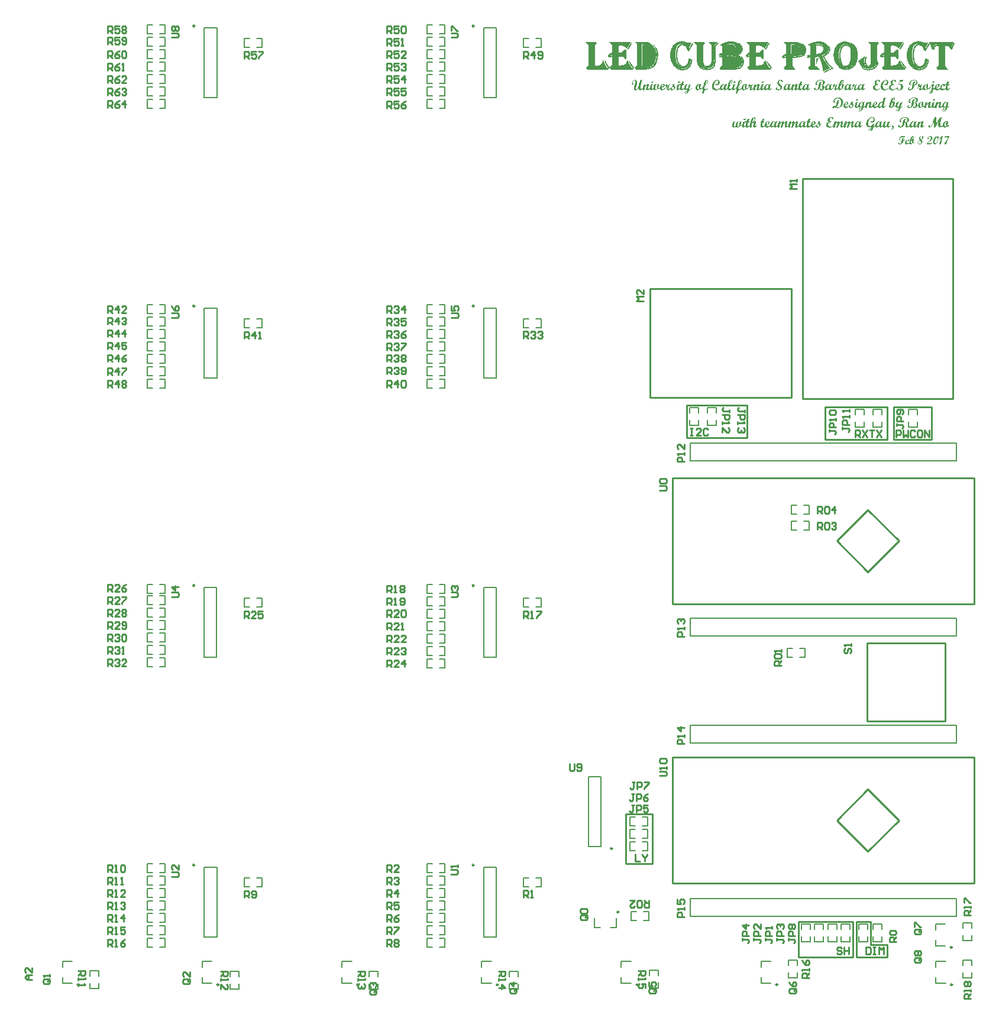
<source format=gto>
G04 Layer_Color=65535*
%FSLAX25Y25*%
%MOIN*%
G70*
G01*
G75*
%ADD16C,0.01000*%
%ADD25C,0.00984*%
%ADD26C,0.00787*%
G36*
X550174Y534263D02*
X550248D01*
X550331Y534254D01*
X550424Y534235D01*
X550526Y534216D01*
X550738Y534170D01*
X550970Y534096D01*
X551192Y533994D01*
X551293Y533930D01*
X551395Y533856D01*
X551404D01*
X551413Y533837D01*
X551441Y533810D01*
X551478Y533782D01*
X551552Y533689D01*
X551654Y533560D01*
X551747Y533402D01*
X551821Y533208D01*
X551885Y532996D01*
X551895Y532875D01*
X551904Y532746D01*
Y532736D01*
Y532718D01*
Y532681D01*
X551895Y532644D01*
Y532588D01*
X551885Y532524D01*
X551858Y532376D01*
X551811Y532219D01*
X551747Y532043D01*
X551654Y531876D01*
X551524Y531719D01*
X551506Y531701D01*
X551460Y531664D01*
X551395Y531599D01*
X551302Y531534D01*
X551201Y531460D01*
X551090Y531395D01*
X550979Y531358D01*
X550877Y531340D01*
X550858D01*
X550812Y531349D01*
X550738Y531377D01*
X550646Y531423D01*
X550636D01*
X550627Y531441D01*
X550590Y531479D01*
X550544Y531534D01*
X550535Y531562D01*
X550526Y531590D01*
Y531599D01*
X550535Y531617D01*
X550553Y531636D01*
X550572Y531673D01*
X550599Y531728D01*
X550646Y531793D01*
X550710Y531876D01*
X550720Y531885D01*
X550729Y531904D01*
X550747Y531932D01*
X550784Y531969D01*
X550812Y532024D01*
X550849Y532080D01*
X550933Y532219D01*
X551016Y532385D01*
X551090Y532570D01*
X551136Y532764D01*
X551145Y532866D01*
X551155Y532968D01*
Y532977D01*
Y532986D01*
Y533042D01*
X551136Y533125D01*
X551118Y533227D01*
X551081Y533347D01*
X551025Y533467D01*
X550942Y533578D01*
X550840Y533689D01*
X550831Y533699D01*
X550784Y533736D01*
X550720Y533782D01*
X550618Y533828D01*
X550507Y533883D01*
X550359Y533920D01*
X550192Y533957D01*
X550007Y533967D01*
X549933D01*
X549878Y533957D01*
X549804Y533948D01*
X549721Y533939D01*
X549638Y533930D01*
X549536Y533902D01*
X549314Y533847D01*
X549073Y533763D01*
X548944Y533708D01*
X548823Y533643D01*
X548694Y533560D01*
X548574Y533476D01*
X548564Y533467D01*
X548546Y533458D01*
X548518Y533430D01*
X548472Y533393D01*
X548370Y533291D01*
X548259Y533162D01*
X548139Y533005D01*
X548037Y532829D01*
X547991Y532736D01*
X547963Y532635D01*
X547945Y532533D01*
X547935Y532422D01*
Y532404D01*
X547945Y532357D01*
X547954Y532293D01*
X547982Y532219D01*
X548019Y532126D01*
X548083Y532043D01*
X548167Y531969D01*
X548278Y531904D01*
X548287D01*
X548306Y531895D01*
X548352Y531858D01*
X548407Y531802D01*
X548417Y531775D01*
X548426Y531738D01*
Y531728D01*
Y531719D01*
X548407Y531691D01*
X548389Y531664D01*
X548352Y531627D01*
X548296Y531580D01*
X548222Y531534D01*
X548120Y531479D01*
X548111Y531469D01*
X548074Y531460D01*
X548019Y531432D01*
X547954Y531414D01*
X547806Y531358D01*
X547741Y531349D01*
X547686Y531340D01*
X547658D01*
X547621Y531349D01*
X547575Y531367D01*
X547529Y531395D01*
X547464Y531441D01*
X547408Y531497D01*
X547343Y531580D01*
X547334Y531590D01*
X547316Y531627D01*
X547297Y531673D01*
X547269Y531738D01*
X547232Y531812D01*
X547214Y531904D01*
X547195Y531996D01*
X547186Y532098D01*
Y532107D01*
Y532135D01*
X547195Y532172D01*
Y532228D01*
X547214Y532293D01*
X547232Y532376D01*
X547251Y532468D01*
X547288Y532570D01*
X547334Y532672D01*
X547390Y532792D01*
X547455Y532912D01*
X547529Y533033D01*
X547621Y533162D01*
X547732Y533291D01*
X547861Y533430D01*
X548000Y533560D01*
X548009Y533569D01*
X548037Y533588D01*
X548083Y533625D01*
X548148Y533671D01*
X548232Y533726D01*
X548324Y533782D01*
X548435Y533847D01*
X548564Y533920D01*
X548703Y533985D01*
X548861Y534050D01*
X549027Y534105D01*
X549203Y534161D01*
X549397Y534207D01*
X549601Y534244D01*
X549813Y534263D01*
X550035Y534272D01*
X550118D01*
X550174Y534263D01*
D02*
G37*
G36*
X460247Y513253D02*
X460274Y513226D01*
X460311Y513198D01*
X460339Y513152D01*
X460367Y513096D01*
Y513087D01*
X460376Y513068D01*
X460394Y513031D01*
X460404Y512985D01*
X460422Y512921D01*
X460431Y512847D01*
X460441Y512763D01*
Y512671D01*
Y512662D01*
Y512652D01*
Y512597D01*
X460431Y512504D01*
X460404Y512393D01*
X460376Y512245D01*
X460330Y512088D01*
X460265Y511912D01*
X460173Y511718D01*
Y511709D01*
X460163Y511690D01*
X460145Y511662D01*
X460126Y511625D01*
X460099Y511579D01*
X460062Y511515D01*
X460024Y511450D01*
X459969Y511367D01*
X459858Y511181D01*
X459719Y510969D01*
X459544Y510728D01*
X459349Y510460D01*
X459359D01*
X459377Y510469D01*
X459405Y510488D01*
X459433Y510506D01*
X459525Y510562D01*
X459636Y510627D01*
X459756Y510691D01*
X459876Y510756D01*
X459978Y510812D01*
X460062Y510849D01*
X460071D01*
X460089Y510858D01*
X460126Y510876D01*
X460182Y510895D01*
X460293Y510922D01*
X460431Y510932D01*
X460468D01*
X460505Y510922D01*
X460552Y510913D01*
X460598Y510895D01*
X460663Y510867D01*
X460709Y510830D01*
X460765Y510784D01*
X460774Y510775D01*
X460783Y510756D01*
X460802Y510728D01*
X460829Y510682D01*
X460857Y510627D01*
X460876Y510553D01*
X460885Y510478D01*
X460894Y510386D01*
Y510367D01*
Y510321D01*
X460876Y510229D01*
X460857Y510109D01*
X460820Y509951D01*
X460802Y509859D01*
X460774Y509757D01*
X460737Y509646D01*
X460700Y509526D01*
X460653Y509396D01*
X460598Y509258D01*
Y509248D01*
X460589Y509221D01*
X460570Y509184D01*
X460552Y509137D01*
X460533Y509072D01*
X460505Y509008D01*
X460459Y508850D01*
X460404Y508693D01*
X460358Y508536D01*
X460321Y508397D01*
X460311Y508342D01*
Y508295D01*
Y508286D01*
X460321Y508249D01*
X460339Y508194D01*
X460367Y508138D01*
X460376Y508129D01*
X460404Y508111D01*
X460441Y508083D01*
X460496Y508074D01*
X460505D01*
X460552Y508083D01*
X460616Y508111D01*
X460718Y508175D01*
X460774Y508212D01*
X460848Y508268D01*
X460922Y508323D01*
X461014Y508397D01*
X461107Y508490D01*
X461218Y508592D01*
X461329Y508712D01*
X461458Y508850D01*
Y508388D01*
X461449Y508379D01*
X461412Y508342D01*
X461366Y508295D01*
X461301Y508231D01*
X461218Y508157D01*
X461125Y508074D01*
X461014Y507990D01*
X460903Y507898D01*
X460644Y507713D01*
X460515Y507629D01*
X460385Y507555D01*
X460247Y507491D01*
X460117Y507444D01*
X459987Y507408D01*
X459867Y507398D01*
X459821D01*
X459775Y507408D01*
X459710Y507426D01*
X459636Y507444D01*
X459562Y507472D01*
X459488Y507518D01*
X459414Y507583D01*
X459405Y507592D01*
X459386Y507620D01*
X459359Y507657D01*
X459331Y507713D01*
X459294Y507778D01*
X459266Y507861D01*
X459247Y507953D01*
X459238Y508055D01*
Y508064D01*
Y508074D01*
Y508111D01*
X459247Y508147D01*
Y508194D01*
X459257Y508258D01*
X459266Y508332D01*
X459284Y508406D01*
X459303Y508499D01*
X459331Y508601D01*
X459359Y508721D01*
X459396Y508841D01*
X459433Y508971D01*
X459488Y509109D01*
X459544Y509267D01*
X459608Y509424D01*
Y509433D01*
X459618Y509443D01*
X459636Y509498D01*
X459673Y509581D01*
X459710Y509683D01*
X459738Y509785D01*
X459775Y509896D01*
X459793Y509988D01*
X459802Y510053D01*
Y510062D01*
Y510081D01*
X459784Y510136D01*
X459765Y510164D01*
X459738Y510192D01*
X459701Y510210D01*
X459645Y510219D01*
X459618D01*
X459581Y510210D01*
X459525Y510192D01*
X459460Y510164D01*
X459377Y510127D01*
X459284Y510072D01*
X459173Y509998D01*
X459164Y509988D01*
X459118Y509961D01*
X459062Y509905D01*
X458979Y509840D01*
X458878Y509757D01*
X458776Y509646D01*
X458656Y509535D01*
X458526Y509396D01*
Y509387D01*
X458517Y509359D01*
Y509322D01*
X458507Y509267D01*
X458498Y509193D01*
X458480Y509100D01*
X458470Y509008D01*
X458461Y508887D01*
X458443Y508767D01*
X458433Y508629D01*
X458424Y508481D01*
X458406Y508323D01*
X458396Y508157D01*
Y507981D01*
X458387Y507602D01*
X457481Y507398D01*
Y507408D01*
Y507417D01*
X457472Y507472D01*
X457462Y507555D01*
Y507676D01*
X457453Y507805D01*
X457444Y507963D01*
X457435Y508138D01*
Y508314D01*
Y508332D01*
Y508342D01*
X457398Y508305D01*
X457296Y508212D01*
X457175Y508101D01*
X457037Y507981D01*
X456889Y507861D01*
X456741Y507740D01*
X456593Y507639D01*
X456574Y507629D01*
X456528Y507602D01*
X456454Y507565D01*
X456361Y507518D01*
X456260Y507472D01*
X456140Y507435D01*
X456010Y507408D01*
X455880Y507398D01*
X455862D01*
X455825Y507408D01*
X455760Y507417D01*
X455677Y507435D01*
X455584Y507472D01*
X455492Y507518D01*
X455400Y507592D01*
X455316Y507685D01*
X455307Y507703D01*
X455279Y507740D01*
X455252Y507805D01*
X455215Y507898D01*
X455168Y508009D01*
X455140Y508138D01*
X455113Y508286D01*
X455110Y508339D01*
X455057Y508295D01*
X454992Y508231D01*
X454918Y508157D01*
X454826Y508074D01*
X454724Y507990D01*
X454613Y507898D01*
X454382Y507713D01*
X454262Y507629D01*
X454151Y507555D01*
X454031Y507491D01*
X453920Y507444D01*
X453818Y507408D01*
X453725Y507398D01*
X453679D01*
X453633Y507417D01*
X453577Y507435D01*
X453503Y507463D01*
X453429Y507509D01*
X453365Y507574D01*
X453291Y507657D01*
X453281Y507666D01*
X453263Y507703D01*
X453235Y507759D01*
X453207Y507842D01*
X453170Y507935D01*
X453142Y508055D01*
X453124Y508184D01*
X453115Y508323D01*
Y508332D01*
Y508353D01*
X453087Y508332D01*
X453031Y508295D01*
X452911Y508212D01*
X452763Y508147D01*
X452754D01*
X452736Y508138D01*
X452699Y508129D01*
X452652Y508120D01*
X452560Y508092D01*
X452467Y508083D01*
X452421D01*
X452356Y508092D01*
X452282Y508111D01*
X452199Y508138D01*
X452097Y508175D01*
X451996Y508231D01*
X451885Y508305D01*
X451875Y508295D01*
X451848Y508268D01*
X451811Y508221D01*
X451755Y508166D01*
X451690Y508092D01*
X451616Y508018D01*
X451524Y507935D01*
X451422Y507852D01*
X451191Y507685D01*
X451070Y507611D01*
X450941Y507537D01*
X450802Y507481D01*
X450654Y507435D01*
X450516Y507408D01*
X450367Y507398D01*
X450312D01*
X450275Y507408D01*
X450173Y507435D01*
X450053Y507481D01*
X449914Y507555D01*
X449850Y507602D01*
X449776Y507666D01*
X449711Y507740D01*
X449655Y507824D01*
X449590Y507916D01*
X449544Y508027D01*
X449535Y508018D01*
X449516Y508000D01*
X449489Y507972D01*
X449452Y507926D01*
X449396Y507879D01*
X449341Y507833D01*
X449193Y507713D01*
X449017Y507602D01*
X448823Y507500D01*
X448721Y507454D01*
X448610Y507426D01*
X448490Y507408D01*
X448379Y507398D01*
X448314D01*
X448231Y507417D01*
X448138Y507435D01*
X448036Y507463D01*
X447935Y507509D01*
X447824Y507574D01*
X447731Y507666D01*
X447722Y507676D01*
X447694Y507713D01*
X447657Y507778D01*
X447620Y507861D01*
X447574Y507963D01*
X447537Y508092D01*
X447509Y508240D01*
X447500Y508406D01*
Y508416D01*
Y508434D01*
Y508462D01*
Y508499D01*
X447509Y508601D01*
X447518Y508730D01*
X447537Y508887D01*
X447555Y509063D01*
X447592Y509258D01*
X447639Y509452D01*
Y509461D01*
X447648Y509480D01*
X447657Y509507D01*
X447667Y509544D01*
X447685Y509600D01*
X447704Y509655D01*
X447722Y509729D01*
X447750Y509812D01*
X447815Y509998D01*
X447889Y510219D01*
X447981Y510469D01*
X448083Y510747D01*
X449147Y510941D01*
X448841Y510035D01*
Y510025D01*
X448823Y509979D01*
X448804Y509924D01*
X448786Y509840D01*
X448758Y509748D01*
X448721Y509637D01*
X448684Y509516D01*
X448656Y509396D01*
X448582Y509119D01*
X448527Y508860D01*
X448499Y508730D01*
X448481Y508610D01*
X448471Y508508D01*
Y508416D01*
Y508406D01*
Y508379D01*
X448481Y508342D01*
Y508295D01*
X448508Y508184D01*
X448564Y508074D01*
X448573Y508064D01*
X448582Y508055D01*
X448638Y508009D01*
X448712Y507963D01*
X448767Y507953D01*
X448823Y507944D01*
X448841D01*
X448878Y507953D01*
X448943Y507972D01*
X449026Y508009D01*
X449128Y508064D01*
X449239Y508147D01*
X449295Y508203D01*
X449359Y508277D01*
X449415Y508351D01*
X449479Y508434D01*
Y508443D01*
Y508462D01*
Y508499D01*
Y508545D01*
X449489Y508601D01*
Y508675D01*
X449498Y508749D01*
X449507Y508841D01*
X449535Y509045D01*
X449572Y509267D01*
X449627Y509507D01*
X449701Y509766D01*
X450035Y510747D01*
X451126Y510941D01*
X450673Y509535D01*
Y509526D01*
X450664Y509507D01*
X450654Y509470D01*
X450636Y509424D01*
X450617Y509369D01*
X450599Y509304D01*
X450562Y509146D01*
X450525Y508980D01*
X450488Y508795D01*
X450460Y508619D01*
X450451Y508462D01*
Y508453D01*
Y508425D01*
X450460Y508379D01*
Y508323D01*
X450497Y508203D01*
X450516Y508138D01*
X450553Y508083D01*
X450562Y508074D01*
X450571Y508064D01*
X450627Y508018D01*
X450719Y507963D01*
X450774Y507953D01*
X450830Y507944D01*
X450867D01*
X450913Y507953D01*
X450969Y507963D01*
X451024Y507981D01*
X451098Y508009D01*
X451163Y508046D01*
X451237Y508092D01*
X451246Y508101D01*
X451274Y508120D01*
X451311Y508157D01*
X451367Y508212D01*
X451431Y508277D01*
X451505Y508360D01*
X451588Y508462D01*
X451672Y508573D01*
X451662Y508592D01*
X451635Y508638D01*
X451607Y508721D01*
X451570Y508823D01*
X451524Y508943D01*
X451496Y509082D01*
X451468Y509230D01*
X451459Y509387D01*
Y509396D01*
Y509415D01*
Y509452D01*
X451468Y509489D01*
Y509544D01*
X451477Y509609D01*
X451496Y509757D01*
X451533Y509924D01*
X451588Y510109D01*
X451653Y510293D01*
X451755Y510478D01*
Y510488D01*
X451774Y510497D01*
X451811Y510553D01*
X451875Y510627D01*
X451959Y510719D01*
X452060Y510802D01*
X452171Y510876D01*
X452301Y510932D01*
X452365Y510941D01*
X452439Y510950D01*
X452449D01*
X452486Y510941D01*
X452523Y510932D01*
X452578Y510904D01*
X452625Y510849D01*
X452671Y510775D01*
X452699Y510682D01*
X452708Y510617D01*
Y510543D01*
Y510534D01*
Y510506D01*
Y510460D01*
X452699Y510395D01*
X452689Y510312D01*
X452671Y510210D01*
X452652Y510099D01*
X452625Y509979D01*
X452588Y509840D01*
X452541Y509692D01*
X452495Y509526D01*
X452430Y509359D01*
X452347Y509174D01*
X452264Y508989D01*
X452162Y508795D01*
X452042Y508592D01*
X452051Y508582D01*
X452079Y508564D01*
X452116Y508536D01*
X452171Y508508D01*
X452236Y508471D01*
X452310Y508443D01*
X452393Y508425D01*
X452477Y508416D01*
X452486D01*
X452523Y508425D01*
X452588Y508443D01*
X452662Y508471D01*
X452763Y508527D01*
X452874Y508601D01*
X453013Y508712D01*
X453087Y508777D01*
X453161Y508850D01*
Y508804D01*
X453189Y508943D01*
X453217Y509109D01*
X453254Y509285D01*
X453309Y509480D01*
X453365Y509692D01*
X453429Y509924D01*
X453503Y510173D01*
X453596Y510432D01*
X453697Y510710D01*
X454724Y510932D01*
X454780D01*
X454373Y509664D01*
Y509655D01*
X454363Y509627D01*
X454354Y509590D01*
X454336Y509535D01*
X454317Y509470D01*
X454289Y509396D01*
X454252Y509230D01*
X454206Y509045D01*
X454160Y508860D01*
X454132Y508693D01*
X454123Y508610D01*
Y508545D01*
Y508536D01*
Y508527D01*
X454132Y508462D01*
X454151Y508397D01*
X454178Y508323D01*
X454188Y508314D01*
X454215Y508286D01*
X454262Y508258D01*
X454326Y508249D01*
X454354D01*
X454382Y508258D01*
X454428Y508268D01*
X454530Y508295D01*
X454586Y508323D01*
X454641Y508360D01*
X454650Y508369D01*
X454669Y508388D01*
X454706Y508416D01*
X454761Y508462D01*
X454835Y508527D01*
X454918Y508610D01*
X455029Y508721D01*
X455140Y508840D01*
X455150Y508924D01*
X455187Y509109D01*
X455242Y509332D01*
X455307Y509581D01*
X455483Y510192D01*
X455168Y510183D01*
X455298Y510821D01*
X455686Y510830D01*
X456066Y512097D01*
X457148Y512319D01*
X456732Y510913D01*
X457305Y510950D01*
X457166Y510330D01*
X456537Y510275D01*
X456269Y509359D01*
Y509350D01*
X456260Y509341D01*
X456250Y509285D01*
X456223Y509193D01*
X456204Y509091D01*
X456177Y508971D01*
X456149Y508841D01*
X456140Y508712D01*
X456130Y508601D01*
Y508592D01*
Y508573D01*
X456140Y508536D01*
Y508490D01*
X456167Y508388D01*
X456223Y508286D01*
X456241Y508268D01*
X456287Y508231D01*
X456361Y508194D01*
X456408Y508184D01*
X456463Y508175D01*
X456500D01*
X456537Y508184D01*
X456593Y508194D01*
X456658Y508203D01*
X456732Y508231D01*
X456806Y508258D01*
X456880Y508305D01*
X456889Y508314D01*
X456917Y508332D01*
X456963Y508369D01*
X457027Y508425D01*
X457120Y508499D01*
X457222Y508592D01*
X457342Y508712D01*
X457458Y508828D01*
X457462Y508897D01*
X457472Y509054D01*
X457490Y509221D01*
X457518Y509396D01*
X457573Y509775D01*
X457647Y510173D01*
X457758Y510571D01*
Y510580D01*
X457777Y510617D01*
X457795Y510673D01*
X457823Y510756D01*
X457860Y510849D01*
X457906Y510959D01*
X457952Y511098D01*
X458017Y511237D01*
X458082Y511394D01*
X458165Y511570D01*
X458249Y511755D01*
X458341Y511949D01*
X458563Y512356D01*
X458813Y512782D01*
X458822D01*
X458841Y512791D01*
X458868Y512800D01*
X458905Y512819D01*
X458998Y512856D01*
X459127Y512902D01*
X459266Y512957D01*
X459423Y513022D01*
X459581Y513078D01*
X459728Y513133D01*
X459738D01*
X459747Y513142D01*
X459793Y513152D01*
X459858Y513179D01*
X459932Y513207D01*
X460015Y513226D01*
X460089Y513253D01*
X460145Y513263D01*
X460182Y513272D01*
X460200D01*
X460247Y513253D01*
D02*
G37*
G36*
X545282Y512384D02*
X545319Y512365D01*
X545356Y512347D01*
X545402Y512310D01*
X545448Y512264D01*
X545430Y512254D01*
X545393Y512218D01*
X545337Y512162D01*
X545272Y512088D01*
X545189Y511996D01*
X545124Y511903D01*
X545060Y511792D01*
X545004Y511681D01*
X544995Y511662D01*
X544986Y511616D01*
X544967Y511542D01*
X544949Y511487D01*
X544930Y511422D01*
X544921Y511348D01*
X544903Y511274D01*
X544884Y511172D01*
X544856Y511070D01*
X544838Y510959D01*
X544819Y510830D01*
X544792Y510691D01*
X544773Y510543D01*
Y510534D01*
X544764Y510506D01*
Y510460D01*
X544755Y510404D01*
X544745Y510340D01*
X544727Y510256D01*
X544699Y510072D01*
X544662Y509859D01*
X544616Y509646D01*
X544569Y509424D01*
X544514Y509230D01*
Y509221D01*
X544505Y509211D01*
X544495Y509184D01*
X544486Y509146D01*
X544449Y509054D01*
X544403Y508934D01*
X544329Y508795D01*
X544246Y508638D01*
X544144Y508481D01*
X544015Y508314D01*
Y508305D01*
X543996Y508295D01*
X543950Y508240D01*
X543876Y508166D01*
X543774Y508064D01*
X543654Y507963D01*
X543506Y507842D01*
X543339Y507740D01*
X543154Y507639D01*
X543145D01*
X543136Y507629D01*
X543108Y507620D01*
X543071Y507602D01*
X542969Y507565D01*
X542840Y507518D01*
X542683Y507472D01*
X542507Y507435D01*
X542312Y507408D01*
X542109Y507398D01*
X542054D01*
X542017Y507408D01*
X541905Y507417D01*
X541785Y507435D01*
X541637Y507463D01*
X541499Y507518D01*
X541360Y507583D01*
X541240Y507676D01*
X541230Y507685D01*
X541193Y507722D01*
X541147Y507787D01*
X541101Y507861D01*
X541045Y507963D01*
X540999Y508074D01*
X540962Y508194D01*
X540953Y508323D01*
Y508332D01*
Y508342D01*
X540962Y508397D01*
X540990Y508462D01*
X541036Y508536D01*
X541045D01*
X541054Y508555D01*
X541082Y508573D01*
X541119Y508601D01*
X541165Y508638D01*
X541240Y508684D01*
X541314Y508740D01*
X541415Y508795D01*
X541425Y508804D01*
X541462Y508823D01*
X541508Y508850D01*
X541573Y508878D01*
X541702Y508934D01*
X541757Y508952D01*
X541804Y508961D01*
X541822D01*
X541878Y508943D01*
X541896Y508924D01*
X541924Y508897D01*
X541933Y508860D01*
X541943Y508804D01*
Y508795D01*
Y508777D01*
X541933Y508758D01*
Y508721D01*
X541924Y508675D01*
X541915Y508610D01*
X541896Y508527D01*
Y508518D01*
X541887Y508490D01*
Y508453D01*
X541878Y508397D01*
X541868Y508305D01*
X541859Y508268D01*
Y508240D01*
Y508231D01*
Y508203D01*
X541868Y508166D01*
X541878Y508111D01*
X541915Y507990D01*
X541943Y507926D01*
X541989Y507870D01*
X541998Y507861D01*
X542017Y507852D01*
X542044Y507824D01*
X542081Y507796D01*
X542183Y507750D01*
X542239Y507731D01*
X542312Y507722D01*
X542331D01*
X542386Y507731D01*
X542460Y507750D01*
X542562Y507787D01*
X542673Y507852D01*
X542738Y507898D01*
X542803Y507944D01*
X542868Y508009D01*
X542932Y508074D01*
X542988Y508157D01*
X543052Y508249D01*
Y508258D01*
X543071Y508277D01*
X543080Y508305D01*
X543108Y508351D01*
X543136Y508406D01*
X543163Y508471D01*
X543200Y508555D01*
X543237Y508647D01*
X543274Y508758D01*
X543312Y508869D01*
X543349Y508998D01*
X543386Y509146D01*
X543423Y509295D01*
X543460Y509461D01*
X543487Y509637D01*
X543515Y509831D01*
Y509840D01*
X543524Y509877D01*
Y509933D01*
X543543Y509998D01*
X543552Y510090D01*
X543571Y510183D01*
X543589Y510293D01*
X543608Y510414D01*
X543654Y510664D01*
X543718Y510913D01*
X543783Y511144D01*
X543820Y511256D01*
X543857Y511348D01*
Y511357D01*
X543866Y511367D01*
X543894Y511422D01*
X543950Y511515D01*
X544015Y511616D01*
X544098Y511736D01*
X544209Y511866D01*
X544338Y511996D01*
X544477Y512107D01*
X544486D01*
X544495Y512116D01*
X544551Y512153D01*
X544625Y512199D01*
X544727Y512254D01*
X544838Y512310D01*
X544967Y512356D01*
X545097Y512393D01*
X545217Y512402D01*
X545235D01*
X545282Y512384D01*
D02*
G37*
G36*
X534273Y534263D02*
X534375Y534254D01*
X534514Y534226D01*
X534662Y534189D01*
X534819Y534124D01*
X534976Y534031D01*
X535124Y533911D01*
X535143Y533893D01*
X535180Y533847D01*
X535245Y533773D01*
X535319Y533671D01*
X535383Y533532D01*
X535448Y533384D01*
X535485Y533199D01*
X535503Y533005D01*
Y532996D01*
Y532968D01*
Y532931D01*
X535494Y532885D01*
Y532820D01*
X535476Y532746D01*
X535448Y532570D01*
X535393Y532367D01*
X535309Y532154D01*
X535263Y532043D01*
X535198Y531941D01*
X535134Y531830D01*
X535050Y531728D01*
X535041Y531719D01*
X535032Y531710D01*
X535004Y531682D01*
X534976Y531645D01*
X534874Y531562D01*
X534754Y531469D01*
X534597Y531367D01*
X534421Y531284D01*
X534329Y531247D01*
X534227Y531219D01*
X534116Y531210D01*
X534005Y531201D01*
X533950D01*
X533894Y531210D01*
X533820Y531219D01*
X533737Y531238D01*
X533644Y531266D01*
X533561Y531303D01*
X533478Y531358D01*
X533468Y531367D01*
X533450Y531386D01*
X533413Y531423D01*
X533385Y531469D01*
X533348Y531534D01*
X533311Y531608D01*
X533293Y531682D01*
X533284Y531775D01*
Y531784D01*
Y531812D01*
X533293Y531858D01*
X533302Y531913D01*
X533321Y531978D01*
X533357Y532043D01*
X533394Y532117D01*
X533450Y532191D01*
X533459Y532182D01*
X533478Y532154D01*
X533505Y532117D01*
X533542Y532070D01*
X533598Y532024D01*
X533653Y531987D01*
X533728Y531959D01*
X533811Y531950D01*
X533829D01*
X533866Y531959D01*
X533931Y531969D01*
X534005Y531996D01*
X534097Y532052D01*
X534199Y532117D01*
X534310Y532219D01*
X534356Y532274D01*
X534412Y532348D01*
Y532357D01*
X534421Y532367D01*
X534458Y532422D01*
X534505Y532505D01*
X534560Y532616D01*
X534606Y532746D01*
X534653Y532894D01*
X534690Y533060D01*
X534699Y533236D01*
Y533254D01*
Y533291D01*
X534690Y533356D01*
X534680Y533430D01*
X534662Y533513D01*
X534634Y533597D01*
X534597Y533689D01*
X534542Y533763D01*
X534532Y533773D01*
X534514Y533791D01*
X534477Y533828D01*
X534431Y533865D01*
X534375Y533902D01*
X534301Y533939D01*
X534218Y533957D01*
X534125Y533967D01*
X534107D01*
X534060Y533957D01*
X533987Y533939D01*
X533885Y533911D01*
X533765Y533856D01*
X533626Y533773D01*
X533552Y533717D01*
X533468Y533652D01*
X533394Y533578D01*
X533311Y533495D01*
Y533486D01*
X533293Y533476D01*
X533274Y533449D01*
X533237Y533412D01*
X533200Y533365D01*
X533163Y533310D01*
X533117Y533245D01*
X533062Y533171D01*
X532950Y532996D01*
X532830Y532783D01*
X532710Y532551D01*
X532599Y532283D01*
Y532274D01*
X532590Y532246D01*
X532571Y532209D01*
X532553Y532154D01*
X532534Y532089D01*
X532516Y532015D01*
X532488Y531932D01*
X532460Y531830D01*
X532414Y531617D01*
X532368Y531386D01*
X532331Y531136D01*
X532322Y530887D01*
Y530877D01*
Y530850D01*
Y530803D01*
X532331Y530748D01*
X532340Y530674D01*
X532349Y530590D01*
X532359Y530498D01*
X532377Y530396D01*
X532433Y530174D01*
X532525Y529943D01*
X532571Y529823D01*
X532636Y529703D01*
X532710Y529592D01*
X532793Y529490D01*
X532802Y529481D01*
X532812Y529471D01*
X532839Y529444D01*
X532876Y529406D01*
X532932Y529369D01*
X532987Y529323D01*
X533052Y529268D01*
X533126Y529221D01*
X533302Y529120D01*
X533515Y529037D01*
X533626Y529000D01*
X533746Y528981D01*
X533876Y528963D01*
X534014Y528953D01*
X534097D01*
X534181Y528963D01*
X534301Y528981D01*
X534431Y529009D01*
X534569Y529046D01*
X534717Y529092D01*
X534865Y529166D01*
X534884Y529175D01*
X534930Y529212D01*
X535004Y529258D01*
X535106Y529332D01*
X535226Y529434D01*
X535356Y529555D01*
X535503Y529693D01*
X535651Y529860D01*
Y529397D01*
X535642Y529388D01*
X535605Y529351D01*
X535550Y529305D01*
X535476Y529240D01*
X535383Y529166D01*
X535272Y529083D01*
X535143Y528990D01*
X535004Y528898D01*
X534837Y528805D01*
X534662Y528713D01*
X534468Y528629D01*
X534264Y528555D01*
X534051Y528491D01*
X533820Y528444D01*
X533579Y528407D01*
X533330Y528398D01*
X533237D01*
X533173Y528407D01*
X533089Y528417D01*
X532987Y528426D01*
X532886Y528444D01*
X532765Y528472D01*
X532516Y528546D01*
X532386Y528592D01*
X532247Y528648D01*
X532118Y528722D01*
X531988Y528805D01*
X531859Y528898D01*
X531739Y529000D01*
X531730Y529009D01*
X531711Y529027D01*
X531683Y529064D01*
X531646Y529110D01*
X531591Y529175D01*
X531544Y529240D01*
X531489Y529332D01*
X531433Y529425D01*
X531369Y529536D01*
X531313Y529656D01*
X531267Y529786D01*
X531221Y529924D01*
X531175Y530072D01*
X531147Y530230D01*
X531128Y530396D01*
X531119Y530572D01*
Y530581D01*
Y530618D01*
Y530664D01*
X531128Y530738D01*
Y530822D01*
X531147Y530914D01*
X531156Y531035D01*
X531175Y531155D01*
X531202Y531293D01*
X531230Y531432D01*
X531304Y531738D01*
X531415Y532052D01*
X531489Y532219D01*
X531563Y532376D01*
X531572Y532385D01*
X531581Y532413D01*
X531609Y532459D01*
X531646Y532514D01*
X531693Y532588D01*
X531748Y532672D01*
X531804Y532773D01*
X531878Y532875D01*
X532053Y533088D01*
X532247Y533319D01*
X532479Y533551D01*
X532738Y533754D01*
X532747Y533763D01*
X532775Y533773D01*
X532812Y533800D01*
X532867Y533837D01*
X532932Y533874D01*
X533006Y533920D01*
X533099Y533967D01*
X533191Y534013D01*
X533413Y534105D01*
X533653Y534189D01*
X533913Y534254D01*
X534042Y534263D01*
X534171Y534272D01*
X534227D01*
X534273Y534263D01*
D02*
G37*
G36*
X537947Y508666D02*
X537984Y508638D01*
X538039Y508592D01*
X538113Y508545D01*
X538196Y508471D01*
X538279Y508406D01*
X538353Y508323D01*
X538418Y508240D01*
X538427Y508231D01*
X538446Y508203D01*
X538474Y508157D01*
X538502Y508092D01*
X538529Y508018D01*
X538557Y507926D01*
X538576Y507824D01*
X538585Y507713D01*
Y507703D01*
Y507694D01*
Y507666D01*
X538576Y507629D01*
X538566Y507537D01*
X538539Y507417D01*
X538483Y507278D01*
X538409Y507121D01*
X538316Y506963D01*
X538252Y506889D01*
X538178Y506806D01*
X538159Y506788D01*
X538132Y506769D01*
X538104Y506742D01*
X538058Y506705D01*
X538011Y506658D01*
X537947Y506612D01*
X537873Y506566D01*
X537706Y506455D01*
X537502Y506334D01*
X537262Y506214D01*
X536984Y506103D01*
X536901Y506353D01*
X536910D01*
X536920Y506362D01*
X536975Y506399D01*
X537058Y506446D01*
X537151Y506501D01*
X537262Y506575D01*
X537373Y506649D01*
X537484Y506732D01*
X537576Y506806D01*
X537586Y506815D01*
X537613Y506843D01*
X537650Y506889D01*
X537697Y506945D01*
X537743Y507010D01*
X537780Y507093D01*
X537808Y507186D01*
X537817Y507287D01*
Y507306D01*
X537808Y507343D01*
X537799Y507408D01*
X537771Y507481D01*
X537715Y507555D01*
X537641Y507639D01*
X537549Y507722D01*
X537484Y507759D01*
X537410Y507787D01*
X537401D01*
X537392Y507796D01*
X537345Y507824D01*
X537290Y507852D01*
X537281Y507870D01*
X537271Y507889D01*
Y507898D01*
X537290Y507926D01*
X537308Y507953D01*
X537345Y507990D01*
X537382Y508027D01*
X537438Y508083D01*
X537447Y508092D01*
X537465Y508111D01*
X537512Y508157D01*
X537558Y508212D01*
X537632Y508295D01*
X537715Y508397D01*
X537817Y508527D01*
X537928Y508675D01*
X537947Y508666D01*
D02*
G37*
G36*
X419758Y531913D02*
X420332Y531950D01*
X420193Y531330D01*
X419564Y531275D01*
X419296Y530359D01*
Y530350D01*
X419286Y530341D01*
X419277Y530285D01*
X419249Y530193D01*
X419231Y530091D01*
X419203Y529971D01*
X419175Y529841D01*
X419166Y529712D01*
X419157Y529601D01*
Y529592D01*
Y529573D01*
X419166Y529536D01*
Y529490D01*
X419194Y529388D01*
X419249Y529286D01*
X419268Y529268D01*
X419314Y529231D01*
X419388Y529194D01*
X419434Y529184D01*
X419490Y529175D01*
X419527D01*
X419564Y529184D01*
X419620Y529194D01*
X419684Y529203D01*
X419758Y529231D01*
X419832Y529258D01*
X419906Y529305D01*
X419915Y529314D01*
X419943Y529332D01*
X419989Y529369D01*
X420054Y529425D01*
X420147Y529499D01*
X420249Y529592D01*
X420369Y529712D01*
X420495Y529838D01*
X420517Y529989D01*
X420563Y530211D01*
X420628Y530452D01*
X420720Y530711D01*
X421100Y531738D01*
X422274Y531941D01*
X421775Y530738D01*
Y530729D01*
X421756Y530701D01*
X421747Y530655D01*
X421719Y530600D01*
X421692Y530526D01*
X421664Y530442D01*
X421599Y530248D01*
X421534Y530035D01*
X421479Y529813D01*
X421442Y529610D01*
X421432Y529518D01*
X421423Y529425D01*
Y529406D01*
Y529369D01*
X421432Y529314D01*
X421451Y529249D01*
X421479Y529175D01*
X421525Y529120D01*
X421581Y529083D01*
X421664Y529064D01*
X421673D01*
X421710Y529073D01*
X421766Y529083D01*
X421830Y529110D01*
X421923Y529166D01*
X422015Y529231D01*
X422126Y529332D01*
X422191Y529388D01*
X422247Y529462D01*
Y529471D01*
X422265Y529481D01*
X422302Y529536D01*
X422358Y529619D01*
X422432Y529740D01*
X422524Y529887D01*
X422607Y530054D01*
X422700Y530248D01*
X422783Y530461D01*
X423245Y531738D01*
X424346Y531941D01*
X423301Y528778D01*
X423310Y528787D01*
X423338Y528796D01*
X423393Y528824D01*
X423458Y528852D01*
X423532Y528898D01*
X423625Y528944D01*
X423727Y529009D01*
X423838Y529073D01*
X424078Y529231D01*
X424337Y529416D01*
X424587Y529629D01*
X424827Y529869D01*
Y529406D01*
X424818Y529397D01*
X424799Y529388D01*
X424772Y529360D01*
X424725Y529323D01*
X424670Y529277D01*
X424605Y529221D01*
X424522Y529157D01*
X424430Y529092D01*
X424319Y529009D01*
X424198Y528935D01*
X424059Y528852D01*
X423912Y528759D01*
X423745Y528666D01*
X423569Y528574D01*
X423375Y528481D01*
X423172Y528380D01*
Y528371D01*
X423153Y528334D01*
X423135Y528278D01*
X423107Y528204D01*
X423070Y528121D01*
X423033Y528019D01*
X422977Y527908D01*
X422931Y527797D01*
X422801Y527547D01*
X422663Y527297D01*
X422579Y527177D01*
X422506Y527066D01*
X422413Y526965D01*
X422330Y526872D01*
X422321Y526863D01*
X422311Y526854D01*
X422284Y526835D01*
X422247Y526798D01*
X422154Y526733D01*
X422034Y526650D01*
X421886Y526567D01*
X421719Y526493D01*
X421534Y526437D01*
X421442Y526428D01*
X421349Y526419D01*
X421303D01*
X421257Y526428D01*
X421201Y526437D01*
X421137Y526456D01*
X421063Y526493D01*
X420998Y526530D01*
X420933Y526585D01*
X420924Y526594D01*
X420915Y526613D01*
X420887Y526650D01*
X420859Y526696D01*
X420831Y526752D01*
X420813Y526826D01*
X420794Y526909D01*
X420785Y527001D01*
Y527011D01*
Y527038D01*
X420794Y527085D01*
X420803Y527140D01*
X420831Y527205D01*
X420859Y527288D01*
X420905Y527381D01*
X420970Y527483D01*
X421044Y527594D01*
X421137Y527714D01*
X421257Y527834D01*
X421395Y527954D01*
X421562Y528084D01*
X421756Y528204D01*
X421978Y528334D01*
X422237Y528454D01*
X422487Y529314D01*
X422478Y529305D01*
X422450Y529277D01*
X422413Y529240D01*
X422358Y529184D01*
X422293Y529120D01*
X422219Y529046D01*
X422126Y528972D01*
X422034Y528889D01*
X421821Y528731D01*
X421710Y528657D01*
X421599Y528592D01*
X421479Y528546D01*
X421368Y528500D01*
X421257Y528472D01*
X421146Y528463D01*
X421090D01*
X421035Y528472D01*
X420961Y528491D01*
X420887Y528528D01*
X420794Y528565D01*
X420711Y528629D01*
X420637Y528713D01*
X420628Y528722D01*
X420609Y528759D01*
X420581Y528815D01*
X420544Y528898D01*
X420507Y528990D01*
X420480Y529110D01*
X420461Y529249D01*
X420456Y529336D01*
X420424Y529305D01*
X420323Y529212D01*
X420202Y529101D01*
X420063Y528981D01*
X419915Y528861D01*
X419768Y528741D01*
X419620Y528639D01*
X419601Y528629D01*
X419555Y528602D01*
X419481Y528565D01*
X419388Y528518D01*
X419286Y528472D01*
X419166Y528435D01*
X419037Y528407D01*
X418907Y528398D01*
X418889D01*
X418852Y528407D01*
X418787Y528417D01*
X418704Y528435D01*
X418611Y528472D01*
X418519Y528518D01*
X418426Y528592D01*
X418343Y528685D01*
X418334Y528703D01*
X418306Y528741D01*
X418278Y528805D01*
X418241Y528898D01*
X418195Y529009D01*
X418167Y529138D01*
X418140Y529286D01*
X418137Y529339D01*
X418084Y529295D01*
X418019Y529231D01*
X417945Y529157D01*
X417853Y529073D01*
X417751Y528990D01*
X417640Y528898D01*
X417409Y528713D01*
X417288Y528629D01*
X417177Y528555D01*
X417057Y528491D01*
X416946Y528444D01*
X416845Y528407D01*
X416752Y528398D01*
X416706D01*
X416659Y528417D01*
X416604Y528435D01*
X416530Y528463D01*
X416456Y528509D01*
X416391Y528574D01*
X416317Y528657D01*
X416308Y528666D01*
X416290Y528703D01*
X416262Y528759D01*
X416234Y528842D01*
X416197Y528935D01*
X416169Y529055D01*
X416151Y529184D01*
X416142Y529323D01*
Y529332D01*
Y529360D01*
Y529416D01*
X416151Y529481D01*
X416160Y529573D01*
X416169Y529675D01*
X416188Y529804D01*
X416216Y529943D01*
X416243Y530110D01*
X416280Y530285D01*
X416336Y530479D01*
X416391Y530692D01*
X416456Y530924D01*
X416530Y531173D01*
X416622Y531432D01*
X416724Y531710D01*
X417751Y531932D01*
X417806D01*
X417400Y530664D01*
Y530655D01*
X417390Y530627D01*
X417381Y530590D01*
X417362Y530535D01*
X417344Y530470D01*
X417316Y530396D01*
X417279Y530230D01*
X417233Y530045D01*
X417187Y529860D01*
X417159Y529693D01*
X417150Y529610D01*
Y529545D01*
Y529536D01*
Y529527D01*
X417159Y529462D01*
X417177Y529397D01*
X417205Y529323D01*
X417214Y529314D01*
X417242Y529286D01*
X417288Y529258D01*
X417353Y529249D01*
X417381D01*
X417409Y529258D01*
X417455Y529268D01*
X417557Y529295D01*
X417612Y529323D01*
X417668Y529360D01*
X417677Y529369D01*
X417696Y529388D01*
X417732Y529416D01*
X417788Y529462D01*
X417862Y529527D01*
X417945Y529610D01*
X418056Y529721D01*
X418167Y529840D01*
X418177Y529924D01*
X418214Y530110D01*
X418269Y530332D01*
X418334Y530581D01*
X418509Y531192D01*
X418195Y531182D01*
X418325Y531821D01*
X418713Y531830D01*
X419092Y533097D01*
X420175Y533319D01*
X419758Y531913D01*
D02*
G37*
G36*
X510103Y534244D02*
X510131Y534226D01*
X510168Y534198D01*
X510205Y534161D01*
X510232Y534105D01*
Y534096D01*
X510251Y534078D01*
X510260Y534041D01*
X510279Y534004D01*
X510297Y533948D01*
X510307Y533883D01*
X510325Y533726D01*
Y533717D01*
Y533708D01*
Y533680D01*
X510316Y533643D01*
X510307Y533551D01*
X510279Y533421D01*
X510232Y533264D01*
X510168Y533088D01*
X510075Y532885D01*
X509946Y532662D01*
Y532653D01*
X509927Y532635D01*
X509909Y532607D01*
X509881Y532561D01*
X509844Y532505D01*
X509798Y532441D01*
X509687Y532283D01*
X509539Y532098D01*
X509372Y531895D01*
X509187Y531682D01*
X508975Y531460D01*
X508438Y530924D01*
Y530914D01*
X508429Y530887D01*
X508420Y530840D01*
X508401Y530775D01*
X508383Y530711D01*
X508355Y530627D01*
X508318Y530433D01*
X508272Y530221D01*
X508225Y530008D01*
X508197Y529804D01*
X508188Y529712D01*
Y529629D01*
Y529619D01*
Y529592D01*
X508197Y529545D01*
Y529499D01*
X508235Y529379D01*
X508253Y529314D01*
X508290Y529258D01*
X508299Y529249D01*
X508309Y529240D01*
X508364Y529194D01*
X508447Y529147D01*
X508503Y529138D01*
X508567Y529129D01*
X508604D01*
X508641Y529138D01*
X508688Y529147D01*
X508799Y529184D01*
X508863Y529212D01*
X508919Y529249D01*
X508928Y529258D01*
X508947Y529277D01*
X508984Y529305D01*
X509030Y529342D01*
X509076Y529397D01*
X509141Y529462D01*
X509206Y529545D01*
X509280Y529638D01*
X509270Y529656D01*
X509252Y529703D01*
X509215Y529767D01*
X509187Y529860D01*
X509150Y529971D01*
X509113Y530091D01*
X509095Y530221D01*
X509086Y530350D01*
Y530359D01*
Y530378D01*
Y530406D01*
X509095Y530452D01*
Y530507D01*
X509104Y530563D01*
X509123Y530711D01*
X509160Y530877D01*
X509215Y531062D01*
X509298Y531247D01*
X509400Y531441D01*
Y531451D01*
X509418Y531460D01*
X509455Y531525D01*
X509520Y531599D01*
X509604Y531701D01*
X509705Y531793D01*
X509816Y531867D01*
X509946Y531932D01*
X510010Y531941D01*
X510075Y531950D01*
X510103D01*
X510158Y531932D01*
X510242Y531895D01*
X510279Y531867D01*
X510316Y531821D01*
Y531812D01*
X510334Y531802D01*
X510344Y531765D01*
X510362Y531728D01*
X510381Y531682D01*
X510390Y531627D01*
X510408Y531488D01*
Y531479D01*
Y531460D01*
X510399Y531414D01*
Y531367D01*
X510390Y531293D01*
X510371Y531210D01*
X510344Y531118D01*
X510316Y531007D01*
X510279Y530877D01*
X510223Y530748D01*
X510168Y530590D01*
X510094Y530433D01*
X510010Y530258D01*
X509909Y530063D01*
X509789Y529869D01*
X509659Y529656D01*
X509668Y529647D01*
X509696Y529619D01*
X509742Y529573D01*
X509807Y529527D01*
X509881Y529471D01*
X509964Y529434D01*
X510066Y529397D01*
X510168Y529388D01*
X510232D01*
X510269Y529397D01*
X510371Y529416D01*
X510473Y529462D01*
X510482D01*
X510501Y529481D01*
X510529Y529508D01*
X510566Y529545D01*
X510621Y529592D01*
X510686Y529666D01*
X510760Y529749D01*
X510813Y529814D01*
X510834Y529924D01*
X510871Y530100D01*
X510926Y530295D01*
X511010Y530498D01*
X511121Y530711D01*
Y530720D01*
X511139Y530738D01*
X511158Y530766D01*
X511185Y530803D01*
X511250Y530905D01*
X511352Y531035D01*
X511472Y531173D01*
X511620Y531321D01*
X511787Y531469D01*
X511972Y531608D01*
X511981D01*
X511999Y531627D01*
X512027Y531636D01*
X512064Y531664D01*
X512156Y531719D01*
X512286Y531784D01*
X512425Y531839D01*
X512582Y531895D01*
X512739Y531932D01*
X512896Y531950D01*
X512943D01*
X512980Y531941D01*
X513072Y531922D01*
X513174Y531895D01*
X513294Y531839D01*
X513414Y531756D01*
X513470Y531701D01*
X513516Y531636D01*
X513572Y531562D01*
X513609Y531479D01*
X514441Y531950D01*
X514673D01*
X514312Y530748D01*
Y530738D01*
X514302Y530711D01*
X514284Y530664D01*
X514265Y530600D01*
X514247Y530526D01*
X514228Y530442D01*
X514173Y530258D01*
X514127Y530054D01*
X514080Y529850D01*
X514044Y529666D01*
X514034Y529582D01*
Y529518D01*
Y529499D01*
Y529462D01*
X514044Y529406D01*
X514062Y529351D01*
X514090Y529286D01*
X514136Y529231D01*
X514191Y529194D01*
X514275Y529175D01*
X514302D01*
X514330Y529184D01*
X514376Y529194D01*
X514432Y529212D01*
X514488Y529249D01*
X514552Y529286D01*
X514617Y529342D01*
X514626Y529351D01*
X514654Y529369D01*
X514700Y529416D01*
X514756Y529471D01*
X514839Y529536D01*
X514931Y529629D01*
X515042Y529730D01*
X515154Y529841D01*
X515181Y529878D01*
X515255Y529961D01*
X515348Y530072D01*
X515440Y530193D01*
X515542Y530332D01*
X515634Y530470D01*
X515616Y530479D01*
X515579Y530498D01*
X515523Y530535D01*
X515468Y530581D01*
X515403Y530646D01*
X515348Y530720D01*
X515311Y530813D01*
X515292Y530914D01*
Y530933D01*
Y530970D01*
X515302Y531035D01*
X515320Y531118D01*
X515339Y531219D01*
X515376Y531330D01*
X515431Y531451D01*
X515496Y531580D01*
X515505Y531599D01*
X515533Y531636D01*
X515579Y531691D01*
X515653Y531756D01*
X515736Y531821D01*
X515829Y531876D01*
X515949Y531913D01*
X516079Y531932D01*
X516097D01*
X516134Y531922D01*
X516180Y531913D01*
X516245Y531895D01*
X516300Y531848D01*
X516356Y531793D01*
X516393Y531719D01*
X516402Y531608D01*
Y531599D01*
Y531562D01*
X516393Y531506D01*
X516384Y531423D01*
X516356Y531321D01*
X516328Y531201D01*
X516282Y531062D01*
X516217Y530896D01*
X516226D01*
X516245Y530905D01*
X516282D01*
X516328Y530924D01*
X516384Y530942D01*
X516458Y530970D01*
X516532Y531007D01*
X516615Y531044D01*
X516708Y531109D01*
X516800Y531173D01*
X516892Y531256D01*
X516994Y531349D01*
X517096Y531469D01*
X517198Y531599D01*
X517300Y531747D01*
X517392Y531913D01*
X517762Y531932D01*
X517383Y530896D01*
Y530887D01*
X517374Y530868D01*
X517364Y530831D01*
X517346Y530794D01*
X517300Y530674D01*
X517253Y530535D01*
X517207Y530387D01*
X517151Y530239D01*
X517105Y530110D01*
X517096Y530045D01*
X517077Y529998D01*
Y529989D01*
X517068Y529961D01*
X517059Y529915D01*
X517050Y529860D01*
X517022Y529721D01*
X517013Y529582D01*
Y529573D01*
Y529555D01*
Y529518D01*
X517022Y529481D01*
X517040Y529388D01*
X517087Y529305D01*
X517105Y529286D01*
X517142Y529258D01*
X517216Y529231D01*
X517300Y529212D01*
X517327D01*
X517355Y529221D01*
X517392D01*
X517485Y529249D01*
X517586Y529305D01*
X517595Y529314D01*
X517614Y529332D01*
X517651Y529360D01*
X517716Y529416D01*
X517799Y529481D01*
X517901Y529582D01*
X518040Y529703D01*
X518169Y529824D01*
X518188Y529924D01*
X518224Y530100D01*
X518280Y530295D01*
X518363Y530498D01*
X518474Y530711D01*
Y530720D01*
X518493Y530738D01*
X518511Y530766D01*
X518539Y530803D01*
X518604Y530905D01*
X518706Y531035D01*
X518826Y531173D01*
X518974Y531321D01*
X519140Y531469D01*
X519325Y531608D01*
X519335D01*
X519353Y531627D01*
X519381Y531636D01*
X519418Y531664D01*
X519510Y531719D01*
X519640Y531784D01*
X519778Y531839D01*
X519936Y531895D01*
X520093Y531932D01*
X520250Y531950D01*
X520296D01*
X520333Y531941D01*
X520426Y531922D01*
X520528Y531895D01*
X520648Y531839D01*
X520768Y531756D01*
X520824Y531701D01*
X520870Y531636D01*
X520926Y531562D01*
X520962Y531479D01*
X521795Y531950D01*
X522026D01*
X521665Y530748D01*
Y530738D01*
X521656Y530711D01*
X521638Y530664D01*
X521619Y530600D01*
X521601Y530526D01*
X521582Y530442D01*
X521527Y530258D01*
X521481Y530054D01*
X521434Y529850D01*
X521397Y529666D01*
X521388Y529582D01*
Y529518D01*
Y529499D01*
Y529462D01*
X521397Y529406D01*
X521416Y529351D01*
X521444Y529286D01*
X521490Y529231D01*
X521545Y529194D01*
X521629Y529175D01*
X521656D01*
X521684Y529184D01*
X521730Y529194D01*
X521786Y529212D01*
X521841Y529249D01*
X521906Y529286D01*
X521971Y529342D01*
X521980Y529351D01*
X522008Y529369D01*
X522054Y529416D01*
X522110Y529471D01*
X522193Y529536D01*
X522285Y529629D01*
X522396Y529730D01*
X522516Y529850D01*
Y529388D01*
X522507Y529379D01*
X522489Y529360D01*
X522452Y529332D01*
X522415Y529286D01*
X522359Y529240D01*
X522295Y529184D01*
X522156Y529055D01*
X522008Y528916D01*
X521850Y528787D01*
X521702Y528676D01*
X521638Y528620D01*
X521582Y528583D01*
X521573Y528574D01*
X521536Y528555D01*
X521481Y528528D01*
X521416Y528491D01*
X521333Y528454D01*
X521240Y528426D01*
X521147Y528407D01*
X521055Y528398D01*
X521027D01*
X520999Y528407D01*
X520953Y528417D01*
X520907Y528435D01*
X520852Y528454D01*
X520796Y528491D01*
X520741Y528537D01*
X520685Y528602D01*
X520630Y528676D01*
X520574Y528768D01*
X520537Y528879D01*
X520500Y529000D01*
X520472Y529157D01*
X520454Y529332D01*
Y529518D01*
X520435Y529499D01*
X520417Y529471D01*
X520389Y529434D01*
X520306Y529332D01*
X520204Y529203D01*
X520093Y529064D01*
X519964Y528916D01*
X519834Y528787D01*
X519704Y528666D01*
X519686Y528657D01*
X519649Y528629D01*
X519575Y528583D01*
X519492Y528537D01*
X519381Y528481D01*
X519261Y528444D01*
X519131Y528407D01*
X518992Y528398D01*
X518974D01*
X518937Y528407D01*
X518863Y528417D01*
X518780Y528444D01*
X518687Y528481D01*
X518585Y528537D01*
X518483Y528620D01*
X518382Y528731D01*
X518372Y528750D01*
X518345Y528787D01*
X518308Y528861D01*
X518261Y528963D01*
X518215Y529083D01*
X518178Y529221D01*
X518156Y529347D01*
X518151Y529342D01*
X518095Y529295D01*
X518030Y529231D01*
X517938Y529157D01*
X517845Y529073D01*
X517734Y528990D01*
X517614Y528898D01*
X517364Y528713D01*
X517226Y528629D01*
X517096Y528555D01*
X516966Y528491D01*
X516846Y528444D01*
X516726Y528407D01*
X516615Y528398D01*
X516578D01*
X516532Y528407D01*
X516467Y528426D01*
X516402Y528444D01*
X516337Y528481D01*
X516263Y528537D01*
X516199Y528602D01*
X516189Y528611D01*
X516171Y528639D01*
X516143Y528685D01*
X516116Y528750D01*
X516088Y528824D01*
X516060Y528907D01*
X516042Y529009D01*
X516032Y529120D01*
Y529129D01*
Y529147D01*
Y529175D01*
X516042Y529221D01*
X516051Y529286D01*
X516069Y529351D01*
X516088Y529434D01*
X516106Y529527D01*
X516143Y529629D01*
X516180Y529749D01*
X516226Y529869D01*
X516291Y530008D01*
X516356Y530156D01*
X516439Y530313D01*
X516532Y530479D01*
X516643Y530655D01*
X516634Y530646D01*
X516587Y530627D01*
X516532Y530600D01*
X516448Y530572D01*
X516347Y530535D01*
X516236Y530498D01*
X516116Y530470D01*
X515986Y530442D01*
Y530433D01*
X515977Y530424D01*
X515958Y530396D01*
X515940Y530359D01*
X515875Y530258D01*
X515782Y530119D01*
X515671Y529961D01*
X515523Y529786D01*
X515357Y529582D01*
X515163Y529379D01*
X515154D01*
X515135Y529360D01*
X515098Y529332D01*
X515061Y529286D01*
X515005Y529240D01*
X514941Y529184D01*
X514802Y529055D01*
X514654Y528916D01*
X514497Y528787D01*
X514349Y528676D01*
X514284Y528620D01*
X514228Y528583D01*
X514219Y528574D01*
X514182Y528555D01*
X514127Y528528D01*
X514062Y528491D01*
X513979Y528454D01*
X513886Y528426D01*
X513794Y528407D01*
X513701Y528398D01*
X513673D01*
X513646Y528407D01*
X513599Y528417D01*
X513553Y528435D01*
X513498Y528454D01*
X513442Y528491D01*
X513387Y528537D01*
X513331Y528602D01*
X513276Y528676D01*
X513220Y528768D01*
X513183Y528879D01*
X513146Y529000D01*
X513119Y529157D01*
X513100Y529332D01*
Y529518D01*
X513082Y529499D01*
X513063Y529471D01*
X513035Y529434D01*
X512952Y529332D01*
X512850Y529203D01*
X512739Y529064D01*
X512610Y528916D01*
X512480Y528787D01*
X512351Y528666D01*
X512332Y528657D01*
X512295Y528629D01*
X512221Y528583D01*
X512138Y528537D01*
X512027Y528481D01*
X511907Y528444D01*
X511777Y528407D01*
X511638Y528398D01*
X511620D01*
X511583Y528407D01*
X511509Y528417D01*
X511426Y528444D01*
X511333Y528481D01*
X511232Y528537D01*
X511130Y528620D01*
X511028Y528731D01*
X511019Y528750D01*
X510991Y528787D01*
X510954Y528861D01*
X510908Y528963D01*
X510861Y529083D01*
X510824Y529221D01*
X510802Y529347D01*
X510797Y529342D01*
X510732Y529295D01*
X510649Y529240D01*
X510547Y529184D01*
X510436Y529138D01*
X510307Y529101D01*
X510158Y529092D01*
X510140D01*
X510103Y529101D01*
X510038Y529110D01*
X509955Y529129D01*
X509853Y529166D01*
X509742Y529221D01*
X509613Y529286D01*
X509483Y529388D01*
X509474Y529379D01*
X509465Y529369D01*
X509437Y529342D01*
X509409Y529305D01*
X509326Y529221D01*
X509224Y529110D01*
X509104Y528990D01*
X508975Y528870D01*
X508845Y528750D01*
X508715Y528648D01*
X508697Y528639D01*
X508660Y528611D01*
X508586Y528574D01*
X508503Y528537D01*
X508392Y528491D01*
X508272Y528454D01*
X508133Y528426D01*
X507985Y528417D01*
X507966D01*
X507929Y528426D01*
X507865Y528435D01*
X507781Y528454D01*
X507689Y528491D01*
X507587Y528537D01*
X507485Y528611D01*
X507393Y528703D01*
X507383Y528713D01*
X507356Y528759D01*
X507319Y528815D01*
X507282Y528898D01*
X507235Y529009D01*
X507198Y529129D01*
X507171Y529268D01*
X507166Y529346D01*
X507162Y529342D01*
X507106Y529295D01*
X507041Y529231D01*
X506949Y529157D01*
X506856Y529073D01*
X506745Y528990D01*
X506625Y528898D01*
X506375Y528713D01*
X506237Y528629D01*
X506107Y528555D01*
X505977Y528491D01*
X505857Y528444D01*
X505737Y528407D01*
X505626Y528398D01*
X505589D01*
X505543Y528407D01*
X505478Y528426D01*
X505413Y528444D01*
X505348Y528481D01*
X505274Y528537D01*
X505210Y528602D01*
X505200Y528611D01*
X505182Y528639D01*
X505154Y528685D01*
X505126Y528750D01*
X505099Y528824D01*
X505071Y528907D01*
X505053Y529009D01*
X505043Y529120D01*
Y529129D01*
Y529147D01*
Y529175D01*
X505053Y529221D01*
X505062Y529286D01*
X505080Y529351D01*
X505099Y529434D01*
X505117Y529527D01*
X505154Y529629D01*
X505191Y529749D01*
X505237Y529869D01*
X505302Y530008D01*
X505367Y530156D01*
X505450Y530313D01*
X505543Y530479D01*
X505654Y530655D01*
X505645Y530646D01*
X505598Y530627D01*
X505543Y530600D01*
X505459Y530572D01*
X505358Y530535D01*
X505247Y530498D01*
X505126Y530470D01*
X504997Y530442D01*
Y530433D01*
X504988Y530424D01*
X504969Y530396D01*
X504951Y530359D01*
X504886Y530258D01*
X504794Y530119D01*
X504682Y529961D01*
X504534Y529786D01*
X504368Y529582D01*
X504174Y529379D01*
X504165D01*
X504146Y529360D01*
X504109Y529332D01*
X504072Y529286D01*
X504016Y529240D01*
X503952Y529184D01*
X503813Y529055D01*
X503665Y528916D01*
X503508Y528787D01*
X503360Y528676D01*
X503295Y528620D01*
X503239Y528583D01*
X503230Y528574D01*
X503193Y528555D01*
X503138Y528528D01*
X503073Y528491D01*
X502990Y528454D01*
X502897Y528426D01*
X502805Y528407D01*
X502712Y528398D01*
X502684D01*
X502657Y528407D01*
X502610Y528417D01*
X502564Y528435D01*
X502509Y528454D01*
X502453Y528491D01*
X502398Y528537D01*
X502342Y528602D01*
X502287Y528676D01*
X502231Y528768D01*
X502194Y528879D01*
X502157Y529000D01*
X502130Y529157D01*
X502111Y529332D01*
Y529518D01*
X502093Y529499D01*
X502074Y529471D01*
X502046Y529434D01*
X501963Y529332D01*
X501861Y529203D01*
X501750Y529064D01*
X501621Y528916D01*
X501491Y528787D01*
X501362Y528666D01*
X501343Y528657D01*
X501306Y528629D01*
X501232Y528583D01*
X501149Y528537D01*
X501038Y528481D01*
X500918Y528444D01*
X500788Y528407D01*
X500649Y528398D01*
X500631D01*
X500594Y528407D01*
X500520Y528417D01*
X500437Y528444D01*
X500344Y528481D01*
X500243Y528537D01*
X500141Y528620D01*
X500039Y528731D01*
X500030Y528750D01*
X500002Y528787D01*
X499965Y528861D01*
X499919Y528963D01*
X499872Y529083D01*
X499835Y529221D01*
X499808Y529379D01*
X499798Y529555D01*
Y529564D01*
Y529582D01*
Y529610D01*
X499808Y529656D01*
Y529712D01*
X499817Y529776D01*
X499845Y529924D01*
X499882Y530100D01*
X499937Y530295D01*
X500021Y530498D01*
X500132Y530711D01*
Y530720D01*
X500150Y530738D01*
X500169Y530766D01*
X500196Y530803D01*
X500261Y530905D01*
X500363Y531035D01*
X500483Y531173D01*
X500631Y531321D01*
X500798Y531469D01*
X500983Y531608D01*
X500992D01*
X501010Y531627D01*
X501038Y531636D01*
X501075Y531664D01*
X501167Y531719D01*
X501297Y531784D01*
X501436Y531839D01*
X501593Y531895D01*
X501750Y531932D01*
X501907Y531950D01*
X501954D01*
X501991Y531941D01*
X502083Y531922D01*
X502185Y531895D01*
X502305Y531839D01*
X502425Y531756D01*
X502481Y531701D01*
X502527Y531636D01*
X502583Y531562D01*
X502620Y531479D01*
X503452Y531950D01*
X503684D01*
X503323Y530748D01*
Y530738D01*
X503313Y530711D01*
X503295Y530664D01*
X503276Y530600D01*
X503258Y530526D01*
X503239Y530442D01*
X503184Y530258D01*
X503138Y530054D01*
X503091Y529850D01*
X503055Y529666D01*
X503045Y529582D01*
Y529518D01*
Y529499D01*
Y529462D01*
X503055Y529406D01*
X503073Y529351D01*
X503101Y529286D01*
X503147Y529231D01*
X503202Y529194D01*
X503286Y529175D01*
X503313D01*
X503341Y529184D01*
X503387Y529194D01*
X503443Y529212D01*
X503499Y529249D01*
X503563Y529286D01*
X503628Y529342D01*
X503637Y529351D01*
X503665Y529369D01*
X503711Y529416D01*
X503767Y529471D01*
X503850Y529536D01*
X503942Y529629D01*
X504053Y529730D01*
X504165Y529841D01*
X504192Y529878D01*
X504266Y529961D01*
X504359Y530072D01*
X504451Y530193D01*
X504553Y530332D01*
X504645Y530470D01*
X504627Y530479D01*
X504590Y530498D01*
X504534Y530535D01*
X504479Y530581D01*
X504414Y530646D01*
X504359Y530720D01*
X504322Y530813D01*
X504303Y530914D01*
Y530933D01*
Y530970D01*
X504313Y531035D01*
X504331Y531118D01*
X504350Y531219D01*
X504387Y531330D01*
X504442Y531451D01*
X504507Y531580D01*
X504516Y531599D01*
X504544Y531636D01*
X504590Y531691D01*
X504664Y531756D01*
X504747Y531821D01*
X504840Y531876D01*
X504960Y531913D01*
X505090Y531932D01*
X505108D01*
X505145Y531922D01*
X505191Y531913D01*
X505256Y531895D01*
X505311Y531848D01*
X505367Y531793D01*
X505404Y531719D01*
X505413Y531608D01*
Y531599D01*
Y531562D01*
X505404Y531506D01*
X505395Y531423D01*
X505367Y531321D01*
X505339Y531201D01*
X505293Y531062D01*
X505228Y530896D01*
X505237D01*
X505256Y530905D01*
X505293D01*
X505339Y530924D01*
X505395Y530942D01*
X505469Y530970D01*
X505543Y531007D01*
X505626Y531044D01*
X505719Y531109D01*
X505811Y531173D01*
X505903Y531256D01*
X506005Y531349D01*
X506107Y531469D01*
X506209Y531599D01*
X506311Y531747D01*
X506403Y531913D01*
X506773Y531932D01*
X506394Y530896D01*
Y530887D01*
X506385Y530868D01*
X506375Y530831D01*
X506357Y530794D01*
X506311Y530674D01*
X506264Y530535D01*
X506218Y530387D01*
X506163Y530239D01*
X506116Y530110D01*
X506107Y530045D01*
X506088Y529998D01*
Y529989D01*
X506079Y529961D01*
X506070Y529915D01*
X506061Y529860D01*
X506033Y529721D01*
X506024Y529582D01*
Y529573D01*
Y529555D01*
Y529518D01*
X506033Y529481D01*
X506051Y529388D01*
X506098Y529305D01*
X506116Y529286D01*
X506153Y529258D01*
X506227Y529231D01*
X506311Y529212D01*
X506338D01*
X506366Y529221D01*
X506403D01*
X506496Y529249D01*
X506597Y529305D01*
X506606Y529314D01*
X506625Y529332D01*
X506662Y529360D01*
X506727Y529416D01*
X506810Y529481D01*
X506912Y529582D01*
X507051Y529703D01*
X507195Y529838D01*
X507198Y529887D01*
X507226Y530026D01*
X507245Y530184D01*
X507282Y530359D01*
X507319Y530544D01*
X507365Y530748D01*
X507420Y530970D01*
X507494Y531201D01*
X507569Y531451D01*
X507652Y531710D01*
X507661Y531728D01*
X507670Y531775D01*
X507698Y531848D01*
X507735Y531941D01*
X507781Y532061D01*
X507837Y532200D01*
X507892Y532357D01*
X507957Y532514D01*
X508105Y532866D01*
X508272Y533227D01*
X508355Y533402D01*
X508447Y533569D01*
X508531Y533726D01*
X508623Y533874D01*
X508632D01*
X508651Y533883D01*
X508678Y533893D01*
X508715Y533902D01*
X508808Y533939D01*
X508938Y533976D01*
X509086Y534022D01*
X509243Y534068D01*
X509400Y534115D01*
X509557Y534152D01*
X509566D01*
X509576Y534161D01*
X509622Y534170D01*
X509687Y534189D01*
X509770Y534207D01*
X509853Y534226D01*
X509927Y534244D01*
X509992Y534263D01*
X510047D01*
X510103Y534244D01*
D02*
G37*
G36*
X452485Y534263D02*
X452522Y534244D01*
X452559Y534226D01*
X452605Y534189D01*
X452642Y534133D01*
X452679Y534068D01*
X452688Y534059D01*
X452698Y534031D01*
X452716Y533985D01*
X452735Y533930D01*
X452753Y533847D01*
X452762Y533763D01*
X452781Y533662D01*
Y533541D01*
Y533532D01*
Y533513D01*
Y533486D01*
Y533449D01*
X452772Y533393D01*
X452762Y533338D01*
X452744Y533190D01*
X452707Y533023D01*
X452651Y532847D01*
X452577Y532644D01*
X452476Y532450D01*
Y532441D01*
X452457Y532422D01*
X452438Y532394D01*
X452420Y532357D01*
X452383Y532302D01*
X452337Y532246D01*
X452290Y532172D01*
X452226Y532089D01*
X452152Y531996D01*
X452069Y531904D01*
X451985Y531793D01*
X451874Y531682D01*
X451763Y531562D01*
X451643Y531432D01*
X451504Y531293D01*
X451356Y531155D01*
X451014Y529453D01*
X451023Y529434D01*
X451051Y529388D01*
X451097Y529314D01*
X451162Y529240D01*
X451245Y529166D01*
X451347Y529092D01*
X451467Y529046D01*
X451532Y529037D01*
X451606Y529027D01*
X451634D01*
X451661Y529037D01*
X451708D01*
X451754Y529055D01*
X451819Y529073D01*
X451893Y529092D01*
X451976Y529129D01*
X452059Y529175D01*
X452152Y529231D01*
X452253Y529295D01*
X452364Y529379D01*
X452476Y529471D01*
X452596Y529582D01*
X452716Y529703D01*
X452793Y529797D01*
X452799Y529841D01*
X452809Y529924D01*
X452827Y530017D01*
X452845Y530119D01*
X452873Y530239D01*
X452901Y530359D01*
X452947Y530489D01*
X453003Y530618D01*
X453067Y530757D01*
X453141Y530887D01*
X453225Y531025D01*
X453327Y531155D01*
X453438Y531284D01*
X453447Y531293D01*
X453465Y531312D01*
X453502Y531349D01*
X453558Y531386D01*
X453622Y531441D01*
X453696Y531497D01*
X453780Y531553D01*
X453882Y531617D01*
X453993Y531682D01*
X454113Y531738D01*
X454242Y531793D01*
X454381Y531848D01*
X454529Y531885D01*
X454677Y531922D01*
X454844Y531941D01*
X455010Y531950D01*
X455130D01*
X455204Y531941D01*
X455362Y531913D01*
X455445Y531895D01*
X455510Y531867D01*
X455519D01*
X455537Y531858D01*
X455602Y531821D01*
X455667Y531765D01*
X455694Y531728D01*
X455713Y531691D01*
X455722Y531673D01*
X455731Y531617D01*
X455741Y531543D01*
X455750Y531432D01*
Y531423D01*
Y531395D01*
Y531358D01*
X455741Y531293D01*
Y531219D01*
X455731Y531127D01*
X455713Y531025D01*
X455694Y530914D01*
X455676Y530775D01*
X455648Y530637D01*
X455611Y530479D01*
X455574Y530313D01*
X455528Y530137D01*
X455473Y529952D01*
X455408Y529758D01*
X455334Y529555D01*
X455343Y529545D01*
X455371Y529527D01*
X455408Y529499D01*
X455463Y529462D01*
X455528Y529425D01*
X455602Y529397D01*
X455685Y529379D01*
X455768Y529369D01*
X455778D01*
X455815Y529379D01*
X455879Y529397D01*
X455954Y529434D01*
X456055Y529490D01*
X456176Y529573D01*
X456250Y529629D01*
X456314Y529693D01*
X456388Y529767D01*
X456462Y529841D01*
X456490Y529878D01*
X456564Y529961D01*
X456657Y530072D01*
X456749Y530193D01*
X456851Y530332D01*
X456943Y530470D01*
X456925Y530479D01*
X456888Y530498D01*
X456832Y530535D01*
X456777Y530581D01*
X456712Y530646D01*
X456657Y530720D01*
X456620Y530813D01*
X456601Y530914D01*
Y530933D01*
Y530970D01*
X456610Y531035D01*
X456629Y531118D01*
X456647Y531219D01*
X456684Y531330D01*
X456740Y531451D01*
X456805Y531580D01*
X456814Y531599D01*
X456842Y531636D01*
X456888Y531691D01*
X456962Y531756D01*
X457045Y531821D01*
X457137Y531876D01*
X457258Y531913D01*
X457387Y531932D01*
X457406D01*
X457443Y531922D01*
X457489Y531913D01*
X457554Y531895D01*
X457609Y531848D01*
X457665Y531793D01*
X457702Y531719D01*
X457711Y531608D01*
Y531599D01*
Y531562D01*
X457702Y531506D01*
X457692Y531423D01*
X457665Y531321D01*
X457637Y531201D01*
X457591Y531062D01*
X457526Y530896D01*
X457535D01*
X457554Y530905D01*
X457591D01*
X457637Y530924D01*
X457692Y530942D01*
X457766Y530970D01*
X457840Y531007D01*
X457924Y531044D01*
X458016Y531109D01*
X458109Y531173D01*
X458201Y531256D01*
X458303Y531349D01*
X458405Y531469D01*
X458506Y531599D01*
X458608Y531747D01*
X458701Y531913D01*
X459071Y531932D01*
X458692Y530896D01*
Y530887D01*
X458682Y530868D01*
X458673Y530831D01*
X458654Y530794D01*
X458608Y530674D01*
X458562Y530535D01*
X458516Y530387D01*
X458460Y530239D01*
X458414Y530110D01*
X458405Y530045D01*
X458386Y529998D01*
Y529989D01*
X458377Y529961D01*
X458368Y529915D01*
X458358Y529860D01*
X458331Y529721D01*
X458322Y529582D01*
Y529573D01*
Y529555D01*
Y529518D01*
X458331Y529481D01*
X458349Y529388D01*
X458395Y529305D01*
X458414Y529286D01*
X458451Y529258D01*
X458525Y529231D01*
X458608Y529212D01*
X458636D01*
X458664Y529221D01*
X458701D01*
X458793Y529249D01*
X458895Y529305D01*
X458904Y529314D01*
X458923Y529332D01*
X458960Y529360D01*
X459024Y529416D01*
X459108Y529481D01*
X459209Y529582D01*
X459348Y529703D01*
X459503Y529848D01*
X459524Y530008D01*
X459561Y530221D01*
X459607Y530442D01*
Y530452D01*
X459617Y530470D01*
X459626Y530498D01*
X459635Y530544D01*
X459654Y530600D01*
X459672Y530664D01*
X459700Y530738D01*
X459727Y530822D01*
X459792Y531016D01*
X459875Y531247D01*
X459977Y531488D01*
X460098Y531756D01*
X461087Y531950D01*
Y531941D01*
X461078Y531913D01*
X461060Y531867D01*
X461041Y531812D01*
X461013Y531747D01*
X460986Y531664D01*
X460921Y531479D01*
X460847Y531266D01*
X460782Y531044D01*
X460717Y530831D01*
X460671Y530637D01*
X460680Y530646D01*
X460699Y530674D01*
X460736Y530711D01*
X460782Y530757D01*
X460838Y530822D01*
X460902Y530887D01*
X461050Y531044D01*
X461226Y531210D01*
X461402Y531386D01*
X461568Y531534D01*
X461652Y531608D01*
X461726Y531664D01*
X461735D01*
X461744Y531673D01*
X461790Y531710D01*
X461864Y531756D01*
X461966Y531812D01*
X462068Y531858D01*
X462188Y531904D01*
X462308Y531941D01*
X462429Y531950D01*
X462465D01*
X462502Y531941D01*
X462549Y531932D01*
X462604Y531913D01*
X462660Y531885D01*
X462715Y531848D01*
X462771Y531793D01*
X462780Y531784D01*
X462789Y531765D01*
X462817Y531728D01*
X462845Y531682D01*
X462863Y531627D01*
X462891Y531562D01*
X462900Y531479D01*
X462910Y531395D01*
Y531377D01*
Y531358D01*
X462900Y531321D01*
Y531275D01*
X462891Y531229D01*
X462882Y531164D01*
X462863Y531090D01*
X462845Y531007D01*
X462826Y530914D01*
X462799Y530803D01*
X462761Y530692D01*
X462724Y530563D01*
X462678Y530424D01*
X462623Y530276D01*
X462558Y530110D01*
Y530100D01*
X462549Y530082D01*
X462539Y530054D01*
X462521Y530008D01*
X462484Y529906D01*
X462438Y529786D01*
X462392Y529647D01*
X462355Y529518D01*
X462327Y529397D01*
X462318Y529351D01*
Y529314D01*
Y529305D01*
Y529277D01*
X462327Y529240D01*
X462345Y529194D01*
X462364Y529147D01*
X462401Y529110D01*
X462456Y529083D01*
X462521Y529073D01*
X462539D01*
X462576Y529083D01*
X462650Y529110D01*
X462752Y529175D01*
X462817Y529212D01*
X462882Y529268D01*
X462965Y529323D01*
X463048Y529397D01*
X463150Y529490D01*
X463252Y529592D01*
X463363Y529712D01*
X463483Y529850D01*
Y529804D01*
X463511Y529943D01*
X463539Y530110D01*
X463576Y530285D01*
X463631Y530479D01*
X463687Y530692D01*
X463751Y530924D01*
X463825Y531173D01*
X463918Y531432D01*
X464019Y531710D01*
X465046Y531932D01*
X465102D01*
X464695Y530664D01*
Y530655D01*
X464685Y530627D01*
X464676Y530590D01*
X464658Y530535D01*
X464639Y530470D01*
X464611Y530396D01*
X464574Y530230D01*
X464528Y530045D01*
X464482Y529860D01*
X464454Y529693D01*
X464445Y529610D01*
Y529545D01*
Y529536D01*
Y529527D01*
X464454Y529462D01*
X464473Y529397D01*
X464501Y529323D01*
X464510Y529314D01*
X464537Y529286D01*
X464584Y529258D01*
X464648Y529249D01*
X464676D01*
X464704Y529258D01*
X464750Y529268D01*
X464852Y529295D01*
X464908Y529323D01*
X464963Y529360D01*
X464972Y529369D01*
X464991Y529388D01*
X465028Y529416D01*
X465083Y529462D01*
X465157Y529527D01*
X465240Y529610D01*
X465351Y529721D01*
X465443Y529819D01*
X465462Y529924D01*
X465499Y530100D01*
X465555Y530295D01*
X465638Y530498D01*
X465749Y530711D01*
Y530720D01*
X465768Y530738D01*
X465786Y530766D01*
X465814Y530803D01*
X465879Y530905D01*
X465980Y531035D01*
X466101Y531173D01*
X466249Y531321D01*
X466415Y531469D01*
X466600Y531608D01*
X466609D01*
X466628Y531627D01*
X466656Y531636D01*
X466693Y531664D01*
X466785Y531719D01*
X466915Y531784D01*
X467054Y531839D01*
X467211Y531895D01*
X467368Y531932D01*
X467525Y531950D01*
X467571D01*
X467608Y531941D01*
X467701Y531922D01*
X467803Y531895D01*
X467923Y531839D01*
X468043Y531756D01*
X468099Y531701D01*
X468145Y531636D01*
X468200Y531562D01*
X468237Y531479D01*
X469070Y531950D01*
X469301D01*
X468940Y530748D01*
Y530738D01*
X468931Y530711D01*
X468913Y530664D01*
X468894Y530600D01*
X468876Y530526D01*
X468857Y530442D01*
X468802Y530258D01*
X468755Y530054D01*
X468709Y529850D01*
X468672Y529666D01*
X468663Y529582D01*
Y529518D01*
Y529499D01*
Y529462D01*
X468672Y529406D01*
X468691Y529351D01*
X468718Y529286D01*
X468765Y529231D01*
X468820Y529194D01*
X468903Y529175D01*
X468931D01*
X468959Y529184D01*
X469005Y529194D01*
X469061Y529212D01*
X469116Y529249D01*
X469181Y529286D01*
X469246Y529342D01*
X469255Y529351D01*
X469283Y529369D01*
X469329Y529416D01*
X469384Y529471D01*
X469468Y529536D01*
X469560Y529629D01*
X469671Y529730D01*
X469792Y529850D01*
Y529388D01*
X469782Y529379D01*
X469764Y529360D01*
X469727Y529332D01*
X469690Y529286D01*
X469634Y529240D01*
X469569Y529184D01*
X469431Y529055D01*
X469283Y528916D01*
X469126Y528787D01*
X468977Y528676D01*
X468913Y528620D01*
X468857Y528583D01*
X468848Y528574D01*
X468811Y528555D01*
X468755Y528528D01*
X468691Y528491D01*
X468608Y528454D01*
X468515Y528426D01*
X468423Y528407D01*
X468330Y528398D01*
X468302D01*
X468274Y528407D01*
X468228Y528417D01*
X468182Y528435D01*
X468126Y528454D01*
X468071Y528491D01*
X468015Y528537D01*
X467960Y528602D01*
X467905Y528676D01*
X467849Y528768D01*
X467812Y528879D01*
X467775Y529000D01*
X467747Y529157D01*
X467729Y529332D01*
Y529518D01*
X467710Y529499D01*
X467692Y529471D01*
X467664Y529434D01*
X467581Y529332D01*
X467479Y529203D01*
X467368Y529064D01*
X467239Y528916D01*
X467109Y528787D01*
X466980Y528666D01*
X466961Y528657D01*
X466924Y528629D01*
X466850Y528583D01*
X466767Y528537D01*
X466656Y528481D01*
X466536Y528444D01*
X466406Y528407D01*
X466267Y528398D01*
X466249D01*
X466212Y528407D01*
X466138Y528417D01*
X466054Y528444D01*
X465962Y528481D01*
X465860Y528537D01*
X465759Y528620D01*
X465657Y528731D01*
X465648Y528750D01*
X465620Y528787D01*
X465583Y528861D01*
X465536Y528963D01*
X465490Y529083D01*
X465453Y529221D01*
X465432Y529340D01*
X465379Y529295D01*
X465314Y529231D01*
X465240Y529157D01*
X465148Y529073D01*
X465046Y528990D01*
X464935Y528898D01*
X464704Y528713D01*
X464584Y528629D01*
X464473Y528555D01*
X464353Y528491D01*
X464242Y528444D01*
X464140Y528407D01*
X464047Y528398D01*
X464001D01*
X463955Y528417D01*
X463899Y528435D01*
X463825Y528463D01*
X463751Y528509D01*
X463687Y528574D01*
X463613Y528657D01*
X463603Y528666D01*
X463585Y528703D01*
X463557Y528759D01*
X463529Y528842D01*
X463492Y528935D01*
X463464Y529055D01*
X463446Y529184D01*
X463437Y529323D01*
Y529325D01*
X463390Y529286D01*
X463326Y529221D01*
X463242Y529147D01*
X463150Y529064D01*
X463048Y528981D01*
X462928Y528889D01*
X462678Y528713D01*
X462539Y528629D01*
X462410Y528555D01*
X462271Y528491D01*
X462133Y528444D01*
X462003Y528407D01*
X461873Y528398D01*
X461827D01*
X461781Y528407D01*
X461716Y528426D01*
X461642Y528444D01*
X461568Y528472D01*
X461494Y528518D01*
X461430Y528583D01*
X461420Y528592D01*
X461402Y528620D01*
X461383Y528666D01*
X461355Y528722D01*
X461318Y528796D01*
X461300Y528889D01*
X461281Y528990D01*
X461272Y529101D01*
Y529110D01*
Y529120D01*
Y529147D01*
X461281Y529184D01*
Y529231D01*
X461291Y529286D01*
X461300Y529351D01*
X461318Y529434D01*
X461337Y529518D01*
X461355Y529619D01*
X461383Y529721D01*
X461420Y529841D01*
X461457Y529971D01*
X461504Y530110D01*
X461559Y530267D01*
X461624Y530424D01*
Y530433D01*
X461633Y530442D01*
X461652Y530498D01*
X461689Y530581D01*
X461726Y530683D01*
X461753Y530785D01*
X461790Y530887D01*
X461809Y530970D01*
X461818Y531035D01*
Y531044D01*
Y531053D01*
X461809Y531109D01*
X461772Y531155D01*
X461753Y531164D01*
X461716Y531173D01*
X461707D01*
X461679Y531164D01*
X461633Y531145D01*
X461568Y531109D01*
X461550Y531099D01*
X461513Y531072D01*
X461448Y531016D01*
X461365Y530951D01*
X461346Y530933D01*
X461300Y530887D01*
X461226Y530822D01*
X461143Y530729D01*
X461133Y530720D01*
X461124Y530711D01*
X461069Y530655D01*
X460995Y530572D01*
X460902Y530470D01*
X460680Y530202D01*
X460671Y530193D01*
X460652Y530174D01*
X460634Y530137D01*
X460606Y530082D01*
X460569Y530026D01*
X460541Y529961D01*
X460514Y529887D01*
X460495Y529813D01*
Y529795D01*
X460486Y529758D01*
X460477Y529693D01*
X460458Y529610D01*
X460449Y529508D01*
X460430Y529406D01*
X460412Y529184D01*
Y529175D01*
Y529147D01*
Y529101D01*
Y529037D01*
X460403Y528953D01*
Y528852D01*
Y528731D01*
Y528602D01*
X459496Y528398D01*
Y528407D01*
Y528426D01*
Y528454D01*
X459487Y528491D01*
Y528583D01*
X459478Y528703D01*
X459469Y528833D01*
Y528972D01*
X459459Y529101D01*
Y529212D01*
Y529221D01*
Y529240D01*
Y529277D01*
Y529323D01*
X459463Y529345D01*
X459459Y529342D01*
X459404Y529295D01*
X459339Y529231D01*
X459246Y529157D01*
X459154Y529073D01*
X459043Y528990D01*
X458923Y528898D01*
X458673Y528713D01*
X458534Y528629D01*
X458405Y528555D01*
X458275Y528491D01*
X458155Y528444D01*
X458035Y528407D01*
X457924Y528398D01*
X457887D01*
X457840Y528407D01*
X457776Y528426D01*
X457711Y528444D01*
X457646Y528481D01*
X457572Y528537D01*
X457508Y528602D01*
X457498Y528611D01*
X457480Y528639D01*
X457452Y528685D01*
X457424Y528750D01*
X457397Y528824D01*
X457369Y528907D01*
X457350Y529009D01*
X457341Y529120D01*
Y529129D01*
Y529147D01*
Y529175D01*
X457350Y529221D01*
X457360Y529286D01*
X457378Y529351D01*
X457397Y529434D01*
X457415Y529527D01*
X457452Y529629D01*
X457489Y529749D01*
X457535Y529869D01*
X457600Y530008D01*
X457665Y530156D01*
X457748Y530313D01*
X457840Y530479D01*
X457951Y530655D01*
X457942Y530646D01*
X457896Y530627D01*
X457840Y530600D01*
X457757Y530572D01*
X457655Y530535D01*
X457545Y530498D01*
X457424Y530470D01*
X457295Y530442D01*
Y530433D01*
X457285Y530424D01*
X457267Y530396D01*
X457248Y530359D01*
X457184Y530258D01*
X457091Y530119D01*
X456980Y529961D01*
X456832Y529786D01*
X456666Y529582D01*
X456471Y529379D01*
X456462Y529369D01*
X456434Y529351D01*
X456397Y529314D01*
X456342Y529277D01*
X456213Y529194D01*
X456139Y529157D01*
X456065Y529120D01*
X456055D01*
X456037Y529110D01*
X456000Y529101D01*
X455954Y529083D01*
X455852Y529055D01*
X455759Y529046D01*
X455713D01*
X455648Y529055D01*
X455574Y529073D01*
X455491Y529101D01*
X455389Y529138D01*
X455288Y529194D01*
X455176Y529268D01*
X455167Y529258D01*
X455149Y529231D01*
X455121Y529184D01*
X455075Y529129D01*
X455019Y529064D01*
X454954Y528990D01*
X454881Y528916D01*
X454788Y528833D01*
X454594Y528676D01*
X454483Y528602D01*
X454362Y528537D01*
X454242Y528481D01*
X454113Y528435D01*
X453974Y528407D01*
X453835Y528398D01*
X453817D01*
X453761Y528407D01*
X453678Y528417D01*
X453567Y528444D01*
X453447Y528481D01*
X453317Y528546D01*
X453197Y528629D01*
X453077Y528750D01*
X453067Y528768D01*
X453030Y528815D01*
X452984Y528889D01*
X452938Y529000D01*
X452882Y529129D01*
X452836Y529295D01*
X452821Y529371D01*
X452818Y529369D01*
X452762Y529305D01*
X452679Y529221D01*
X452568Y529120D01*
X452448Y529000D01*
X452300Y528870D01*
X452152Y528759D01*
X451995Y528648D01*
X451976Y528639D01*
X451930Y528611D01*
X451847Y528565D01*
X451754Y528528D01*
X451634Y528481D01*
X451513Y528435D01*
X451384Y528407D01*
X451264Y528398D01*
X451236D01*
X451199Y528407D01*
X451153Y528417D01*
X451097Y528426D01*
X451023Y528444D01*
X450940Y528472D01*
X450847Y528509D01*
Y528500D01*
X450838Y528472D01*
X450829Y528426D01*
X450820Y528352D01*
X450801Y528278D01*
X450783Y528176D01*
X450764Y528065D01*
X450746Y527945D01*
X450718Y527806D01*
X450700Y527658D01*
X450672Y527501D01*
X450644Y527334D01*
X450589Y526983D01*
X450542Y526604D01*
X450524D01*
X450468Y526594D01*
X450376Y526576D01*
X450255Y526557D01*
X450107Y526539D01*
X449941Y526502D01*
X449747Y526474D01*
X449534Y526428D01*
Y526437D01*
X449543Y526483D01*
X449552Y526539D01*
X449562Y526631D01*
X449571Y526743D01*
X449589Y526872D01*
X449617Y527029D01*
X449636Y527205D01*
X449663Y527399D01*
X449700Y527612D01*
X449738Y527852D01*
X449775Y528102D01*
X449821Y528380D01*
X449867Y528666D01*
X449923Y528972D01*
X449978Y529295D01*
X449969Y529314D01*
X449960Y529332D01*
X449941Y529369D01*
X449923Y529425D01*
X449895Y529490D01*
X449858Y529573D01*
X449821Y529675D01*
X449552Y529379D01*
X449543D01*
X449515Y529342D01*
X449460Y529295D01*
X449395Y529231D01*
X449321Y529157D01*
X449229Y529073D01*
X449127Y528990D01*
X449016Y528898D01*
X448785Y528713D01*
X448665Y528629D01*
X448554Y528555D01*
X448433Y528491D01*
X448322Y528444D01*
X448220Y528407D01*
X448128Y528398D01*
X448082D01*
X448035Y528417D01*
X447980Y528435D01*
X447906Y528463D01*
X447832Y528509D01*
X447767Y528574D01*
X447693Y528657D01*
X447684Y528666D01*
X447666Y528703D01*
X447638Y528759D01*
X447610Y528842D01*
X447573Y528935D01*
X447545Y529055D01*
X447527Y529184D01*
X447517Y529323D01*
Y529332D01*
Y529351D01*
X447508Y529342D01*
X447471Y529305D01*
X447369Y529212D01*
X447231Y529101D01*
X447083Y528981D01*
X446916Y528861D01*
X446750Y528741D01*
X446593Y528639D01*
X446574Y528629D01*
X446519Y528602D01*
X446445Y528565D01*
X446334Y528518D01*
X446213Y528472D01*
X446084Y528435D01*
X445936Y528407D01*
X445797Y528398D01*
X445779D01*
X445723Y528407D01*
X445649Y528417D01*
X445547Y528444D01*
X445436Y528481D01*
X445316Y528537D01*
X445205Y528620D01*
X445094Y528731D01*
X445085Y528750D01*
X445057Y528796D01*
X445011Y528870D01*
X444965Y528972D01*
X444918Y529101D01*
X444872Y529258D01*
X444856Y529362D01*
X444853Y529360D01*
X444816Y529332D01*
X444779Y529286D01*
X444724Y529240D01*
X444659Y529184D01*
X444521Y529055D01*
X444373Y528916D01*
X444215Y528787D01*
X444067Y528676D01*
X444002Y528620D01*
X443947Y528583D01*
X443938Y528574D01*
X443901Y528555D01*
X443845Y528528D01*
X443781Y528491D01*
X443697Y528454D01*
X443605Y528426D01*
X443512Y528407D01*
X443420Y528398D01*
X443392D01*
X443364Y528407D01*
X443318Y528417D01*
X443272Y528435D01*
X443216Y528454D01*
X443161Y528491D01*
X443105Y528537D01*
X443050Y528602D01*
X442994Y528676D01*
X442939Y528768D01*
X442902Y528879D01*
X442865Y529000D01*
X442837Y529157D01*
X442818Y529332D01*
Y529518D01*
X442800Y529499D01*
X442781Y529471D01*
X442754Y529434D01*
X442670Y529332D01*
X442569Y529203D01*
X442458Y529064D01*
X442328Y528916D01*
X442199Y528787D01*
X442069Y528666D01*
X442051Y528657D01*
X442014Y528629D01*
X441940Y528583D01*
X441856Y528537D01*
X441746Y528481D01*
X441625Y528444D01*
X441496Y528407D01*
X441357Y528398D01*
X441338D01*
X441301Y528407D01*
X441227Y528417D01*
X441144Y528444D01*
X441052Y528481D01*
X440950Y528537D01*
X440848Y528620D01*
X440746Y528731D01*
X440737Y528750D01*
X440709Y528787D01*
X440672Y528861D01*
X440626Y528963D01*
X440580Y529083D01*
X440543Y529221D01*
X440519Y529355D01*
X440515Y529351D01*
X440460Y529305D01*
X440386Y529240D01*
X440293Y529166D01*
X440182Y529083D01*
X440053Y528990D01*
X439914Y528898D01*
X439747Y528805D01*
X439572Y528713D01*
X439377Y528629D01*
X439174Y528555D01*
X438961Y528491D01*
X438730Y528444D01*
X438489Y528407D01*
X438240Y528398D01*
X438147D01*
X438083Y528407D01*
X437999Y528417D01*
X437897Y528426D01*
X437796Y528444D01*
X437676Y528472D01*
X437426Y528546D01*
X437296Y528592D01*
X437157Y528648D01*
X437028Y528722D01*
X436899Y528805D01*
X436769Y528898D01*
X436649Y529000D01*
X436639Y529009D01*
X436621Y529027D01*
X436593Y529064D01*
X436556Y529110D01*
X436501Y529175D01*
X436454Y529240D01*
X436399Y529332D01*
X436343Y529425D01*
X436279Y529536D01*
X436223Y529656D01*
X436177Y529786D01*
X436131Y529924D01*
X436085Y530072D01*
X436057Y530230D01*
X436038Y530396D01*
X436029Y530572D01*
Y530581D01*
Y530618D01*
Y530664D01*
X436038Y530738D01*
Y530822D01*
X436057Y530914D01*
X436066Y531035D01*
X436085Y531155D01*
X436112Y531293D01*
X436140Y531432D01*
X436214Y531738D01*
X436325Y532052D01*
X436399Y532219D01*
X436473Y532376D01*
X436482Y532385D01*
X436491Y532413D01*
X436519Y532459D01*
X436556Y532514D01*
X436602Y532588D01*
X436658Y532672D01*
X436714Y532773D01*
X436788Y532875D01*
X436963Y533088D01*
X437157Y533319D01*
X437389Y533551D01*
X437648Y533754D01*
X437657Y533763D01*
X437685Y533773D01*
X437722Y533800D01*
X437777Y533837D01*
X437842Y533874D01*
X437916Y533920D01*
X438008Y533967D01*
X438101Y534013D01*
X438323Y534105D01*
X438563Y534189D01*
X438823Y534254D01*
X438952Y534263D01*
X439081Y534272D01*
X439137D01*
X439183Y534263D01*
X439285Y534254D01*
X439424Y534226D01*
X439572Y534189D01*
X439729Y534124D01*
X439886Y534031D01*
X440034Y533911D01*
X440053Y533893D01*
X440090Y533847D01*
X440155Y533773D01*
X440229Y533671D01*
X440293Y533532D01*
X440358Y533384D01*
X440395Y533199D01*
X440414Y533005D01*
Y532996D01*
Y532968D01*
Y532931D01*
X440404Y532885D01*
Y532820D01*
X440386Y532746D01*
X440358Y532570D01*
X440303Y532367D01*
X440219Y532154D01*
X440173Y532043D01*
X440108Y531941D01*
X440043Y531830D01*
X439960Y531728D01*
X439951Y531719D01*
X439942Y531710D01*
X439914Y531682D01*
X439886Y531645D01*
X439784Y531562D01*
X439664Y531469D01*
X439507Y531367D01*
X439331Y531284D01*
X439239Y531247D01*
X439137Y531219D01*
X439026Y531210D01*
X438915Y531201D01*
X438860D01*
X438804Y531210D01*
X438730Y531219D01*
X438647Y531238D01*
X438554Y531266D01*
X438471Y531303D01*
X438388Y531358D01*
X438378Y531367D01*
X438360Y531386D01*
X438323Y531423D01*
X438295Y531469D01*
X438258Y531534D01*
X438221Y531608D01*
X438203Y531682D01*
X438194Y531775D01*
Y531784D01*
Y531812D01*
X438203Y531858D01*
X438212Y531913D01*
X438231Y531978D01*
X438268Y532043D01*
X438305Y532117D01*
X438360Y532191D01*
X438369Y532182D01*
X438388Y532154D01*
X438415Y532117D01*
X438452Y532070D01*
X438508Y532024D01*
X438563Y531987D01*
X438637Y531959D01*
X438721Y531950D01*
X438739D01*
X438776Y531959D01*
X438841Y531969D01*
X438915Y531996D01*
X439008Y532052D01*
X439109Y532117D01*
X439220Y532219D01*
X439266Y532274D01*
X439322Y532348D01*
Y532357D01*
X439331Y532367D01*
X439368Y532422D01*
X439415Y532505D01*
X439470Y532616D01*
X439516Y532746D01*
X439563Y532894D01*
X439600Y533060D01*
X439609Y533236D01*
Y533254D01*
Y533291D01*
X439600Y533356D01*
X439590Y533430D01*
X439572Y533513D01*
X439544Y533597D01*
X439507Y533689D01*
X439452Y533763D01*
X439442Y533773D01*
X439424Y533791D01*
X439387Y533828D01*
X439340Y533865D01*
X439285Y533902D01*
X439211Y533939D01*
X439128Y533957D01*
X439035Y533967D01*
X439017D01*
X438971Y533957D01*
X438897Y533939D01*
X438795Y533911D01*
X438674Y533856D01*
X438536Y533773D01*
X438462Y533717D01*
X438378Y533652D01*
X438305Y533578D01*
X438221Y533495D01*
Y533486D01*
X438203Y533476D01*
X438184Y533449D01*
X438147Y533412D01*
X438110Y533365D01*
X438073Y533310D01*
X438027Y533245D01*
X437971Y533171D01*
X437860Y532996D01*
X437740Y532783D01*
X437620Y532551D01*
X437509Y532283D01*
Y532274D01*
X437500Y532246D01*
X437481Y532209D01*
X437463Y532154D01*
X437444Y532089D01*
X437426Y532015D01*
X437398Y531932D01*
X437370Y531830D01*
X437324Y531617D01*
X437278Y531386D01*
X437241Y531136D01*
X437231Y530887D01*
Y530877D01*
Y530850D01*
Y530803D01*
X437241Y530748D01*
X437250Y530674D01*
X437259Y530590D01*
X437268Y530498D01*
X437287Y530396D01*
X437343Y530174D01*
X437435Y529943D01*
X437481Y529823D01*
X437546Y529703D01*
X437620Y529592D01*
X437703Y529490D01*
X437712Y529481D01*
X437722Y529471D01*
X437749Y529444D01*
X437786Y529406D01*
X437842Y529369D01*
X437897Y529323D01*
X437962Y529268D01*
X438036Y529221D01*
X438212Y529120D01*
X438425Y529037D01*
X438536Y529000D01*
X438656Y528981D01*
X438786Y528963D01*
X438924Y528953D01*
X439008D01*
X439091Y528963D01*
X439211Y528981D01*
X439340Y529009D01*
X439479Y529046D01*
X439627Y529092D01*
X439775Y529166D01*
X439794Y529175D01*
X439840Y529212D01*
X439914Y529258D01*
X440016Y529332D01*
X440136Y529434D01*
X440266Y529555D01*
X440414Y529693D01*
X440534Y529829D01*
X440552Y529924D01*
X440589Y530100D01*
X440645Y530295D01*
X440728Y530498D01*
X440839Y530711D01*
Y530720D01*
X440858Y530738D01*
X440876Y530766D01*
X440904Y530803D01*
X440969Y530905D01*
X441070Y531035D01*
X441190Y531173D01*
X441338Y531321D01*
X441505Y531469D01*
X441690Y531608D01*
X441699D01*
X441718Y531627D01*
X441746Y531636D01*
X441783Y531664D01*
X441875Y531719D01*
X442004Y531784D01*
X442143Y531839D01*
X442301Y531895D01*
X442458Y531932D01*
X442615Y531950D01*
X442661D01*
X442698Y531941D01*
X442791Y531922D01*
X442893Y531895D01*
X443013Y531839D01*
X443133Y531756D01*
X443188Y531701D01*
X443235Y531636D01*
X443290Y531562D01*
X443327Y531479D01*
X444160Y531950D01*
X444391D01*
X444030Y530748D01*
Y530738D01*
X444021Y530711D01*
X444002Y530664D01*
X443984Y530600D01*
X443965Y530526D01*
X443947Y530442D01*
X443891Y530258D01*
X443845Y530054D01*
X443799Y529850D01*
X443762Y529666D01*
X443753Y529582D01*
Y529518D01*
Y529499D01*
Y529462D01*
X443762Y529406D01*
X443781Y529351D01*
X443808Y529286D01*
X443855Y529231D01*
X443910Y529194D01*
X443993Y529175D01*
X444021D01*
X444049Y529184D01*
X444095Y529194D01*
X444150Y529212D01*
X444206Y529249D01*
X444271Y529286D01*
X444336Y529342D01*
X444345Y529351D01*
X444373Y529369D01*
X444419Y529416D01*
X444474Y529471D01*
X444558Y529536D01*
X444650Y529629D01*
X444761Y529730D01*
X444844Y529813D01*
Y529869D01*
X444853Y529971D01*
X444863Y530082D01*
X444881Y530211D01*
X444900Y530350D01*
X444928Y530507D01*
X444955Y530674D01*
X444983Y530850D01*
X445029Y531044D01*
X445076Y531247D01*
X445131Y531451D01*
X445196Y531673D01*
Y531691D01*
X445214Y531728D01*
X445233Y531793D01*
X445260Y531876D01*
X445297Y531978D01*
X445344Y532107D01*
X445390Y532246D01*
X445445Y532394D01*
X445510Y532561D01*
X445584Y532736D01*
X445732Y533107D01*
X445908Y533495D01*
X446102Y533874D01*
X447129Y534254D01*
X447138D01*
X447157Y534263D01*
X447203Y534272D01*
X447222D01*
X447268Y534254D01*
X447296Y534226D01*
X447332Y534198D01*
X447360Y534152D01*
X447388Y534096D01*
Y534087D01*
X447397Y534068D01*
X447416Y534022D01*
X447434Y533976D01*
X447443Y533902D01*
X447462Y533828D01*
X447471Y533736D01*
Y533634D01*
Y533625D01*
Y533597D01*
Y533551D01*
X447462Y533495D01*
Y533421D01*
X447453Y533328D01*
X447443Y533227D01*
X447425Y533125D01*
X447379Y532875D01*
X447305Y532607D01*
X447212Y532320D01*
X447083Y532024D01*
Y532015D01*
X447064Y531987D01*
X447046Y531950D01*
X447009Y531895D01*
X446972Y531821D01*
X446916Y531738D01*
X446861Y531636D01*
X446796Y531534D01*
X446713Y531414D01*
X446629Y531284D01*
X446528Y531145D01*
X446417Y531007D01*
X446306Y530859D01*
X446176Y530701D01*
X446037Y530544D01*
X445890Y530378D01*
Y530359D01*
Y530313D01*
X445880Y530239D01*
Y530147D01*
X445871Y529952D01*
X445862Y529869D01*
Y529795D01*
Y529776D01*
Y529740D01*
X445871Y529675D01*
X445880Y529592D01*
X445890Y529508D01*
X445917Y529416D01*
X445945Y529323D01*
X445991Y529240D01*
X446000Y529231D01*
X446019Y529212D01*
X446047Y529175D01*
X446084Y529138D01*
X446130Y529101D01*
X446195Y529064D01*
X446259Y529046D01*
X446334Y529037D01*
X446371D01*
X446417Y529046D01*
X446472Y529055D01*
X446546Y529073D01*
X446620Y529101D01*
X446703Y529138D01*
X446796Y529194D01*
X446805Y529203D01*
X446842Y529231D01*
X446907Y529268D01*
X446990Y529332D01*
X447092Y529425D01*
X447222Y529536D01*
X447379Y529675D01*
X447564Y529850D01*
Y529804D01*
X447591Y529943D01*
X447619Y530110D01*
X447656Y530285D01*
X447712Y530479D01*
X447767Y530692D01*
X447832Y530924D01*
X447906Y531173D01*
X447999Y531432D01*
X448100Y531710D01*
X449127Y531932D01*
X449183D01*
X448775Y530664D01*
Y530655D01*
X448766Y530627D01*
X448757Y530590D01*
X448738Y530535D01*
X448720Y530470D01*
X448692Y530396D01*
X448655Y530230D01*
X448609Y530045D01*
X448563Y529860D01*
X448535Y529693D01*
X448526Y529610D01*
Y529545D01*
Y529536D01*
Y529527D01*
X448535Y529462D01*
X448554Y529397D01*
X448581Y529323D01*
X448591Y529314D01*
X448618Y529286D01*
X448665Y529258D01*
X448729Y529249D01*
X448757D01*
X448785Y529258D01*
X448831Y529268D01*
X448933Y529295D01*
X448988Y529323D01*
X449044Y529360D01*
X449053Y529369D01*
X449072Y529388D01*
X449109Y529416D01*
X449164Y529462D01*
X449238Y529527D01*
X449321Y529610D01*
X449432Y529721D01*
X449552Y529850D01*
Y529846D01*
X450228Y530553D01*
Y530563D01*
X450237Y530600D01*
X450246Y530655D01*
X450265Y530729D01*
X450283Y530822D01*
X450302Y530924D01*
X450329Y531035D01*
X450357Y531155D01*
X450413Y531414D01*
X450478Y531673D01*
X450533Y531922D01*
X450561Y532024D01*
X450589Y532126D01*
Y532135D01*
X450598Y532144D01*
X450607Y532172D01*
X450616Y532209D01*
X450644Y532311D01*
X450690Y532441D01*
X450746Y532607D01*
X450810Y532783D01*
X450884Y532986D01*
X450968Y533199D01*
Y533208D01*
X450977Y533227D01*
X450995Y533254D01*
X451005Y533291D01*
X451051Y533393D01*
X451097Y533504D01*
X451153Y533625D01*
X451208Y533736D01*
X451255Y533819D01*
X451264Y533856D01*
X451282Y533874D01*
X451301Y533893D01*
X451319Y533911D01*
X451347Y533930D01*
X451384Y533957D01*
X451440Y533985D01*
X451513Y534013D01*
X451597Y534041D01*
X451606D01*
X451643Y534059D01*
X451689Y534068D01*
X451754Y534096D01*
X451837Y534115D01*
X451921Y534142D01*
X452124Y534198D01*
X452133D01*
X452170Y534207D01*
X452216Y534226D01*
X452272Y534235D01*
X452327Y534254D01*
X452374Y534263D01*
X452411Y534272D01*
X452457D01*
X452485Y534263D01*
D02*
G37*
G36*
X569331Y531913D02*
X569904Y531950D01*
X569766Y531330D01*
X569136Y531275D01*
X568868Y530359D01*
Y530350D01*
X568859Y530341D01*
X568850Y530285D01*
X568822Y530193D01*
X568804Y530091D01*
X568776Y529971D01*
X568748Y529841D01*
X568739Y529712D01*
X568729Y529601D01*
Y529592D01*
Y529573D01*
X568739Y529536D01*
Y529490D01*
X568766Y529388D01*
X568822Y529286D01*
X568841Y529268D01*
X568887Y529231D01*
X568961Y529194D01*
X569007Y529184D01*
X569063Y529175D01*
X569100D01*
X569136Y529184D01*
X569192Y529194D01*
X569257Y529203D01*
X569331Y529231D01*
X569405Y529258D01*
X569479Y529305D01*
X569488Y529314D01*
X569516Y529332D01*
X569562Y529369D01*
X569627Y529425D01*
X569719Y529499D01*
X569821Y529592D01*
X569941Y529712D01*
X570080Y529850D01*
Y529388D01*
X570071Y529379D01*
X570061Y529369D01*
X570034Y529342D01*
X569997Y529305D01*
X569895Y529212D01*
X569775Y529101D01*
X569636Y528981D01*
X569488Y528861D01*
X569340Y528741D01*
X569192Y528639D01*
X569173Y528629D01*
X569127Y528602D01*
X569053Y528565D01*
X568961Y528518D01*
X568859Y528472D01*
X568739Y528435D01*
X568609Y528407D01*
X568480Y528398D01*
X568461D01*
X568424Y528407D01*
X568360Y528417D01*
X568276Y528435D01*
X568184Y528472D01*
X568091Y528518D01*
X567999Y528592D01*
X567915Y528685D01*
X567906Y528703D01*
X567878Y528741D01*
X567851Y528805D01*
X567814Y528898D01*
X567767Y529009D01*
X567740Y529138D01*
X567712Y529286D01*
X567708Y529356D01*
X567694Y529342D01*
X567657Y529305D01*
X567564Y529212D01*
X567435Y529101D01*
X567286Y528972D01*
X567120Y528852D01*
X566954Y528731D01*
X566787Y528629D01*
X566769Y528620D01*
X566713Y528592D01*
X566630Y528555D01*
X566519Y528518D01*
X566380Y528472D01*
X566232Y528435D01*
X566066Y528407D01*
X565890Y528398D01*
X565843D01*
X565806Y528407D01*
X565705Y528417D01*
X565585Y528444D01*
X565446Y528481D01*
X565298Y528546D01*
X565159Y528629D01*
X565020Y528741D01*
X565002Y528759D01*
X564965Y528805D01*
X564909Y528879D01*
X564854Y528981D01*
X564789Y529101D01*
X564734Y529249D01*
X564706Y529379D01*
X564706Y529379D01*
X564697Y529369D01*
X564669Y529342D01*
X564632Y529305D01*
X564530Y529212D01*
X564400Y529101D01*
X564262Y528981D01*
X564105Y528861D01*
X563938Y528741D01*
X563781Y528639D01*
X563762Y528629D01*
X563707Y528602D01*
X563624Y528565D01*
X563513Y528518D01*
X563383Y528472D01*
X563235Y528435D01*
X563059Y528407D01*
X562884Y528398D01*
X562828D01*
X562791Y528407D01*
X562689Y528417D01*
X562560Y528444D01*
X562421Y528481D01*
X562273Y528546D01*
X562125Y528629D01*
X561986Y528750D01*
X561968Y528768D01*
X561931Y528815D01*
X561884Y528889D01*
X561820Y529000D01*
X561755Y529129D01*
X561709Y529286D01*
X561680Y529428D01*
X561681Y529397D01*
X561662Y529379D01*
X561616Y529332D01*
X561524Y529258D01*
X561413Y529166D01*
X561274Y529055D01*
X561107Y528944D01*
X560922Y528824D01*
X560719Y528703D01*
Y528694D01*
X560710Y528657D01*
X560701Y528602D01*
X560691Y528528D01*
X560673Y528435D01*
X560654Y528324D01*
X560627Y528213D01*
X560599Y528084D01*
X560525Y527815D01*
X560423Y527529D01*
X560312Y527260D01*
X560238Y527140D01*
X560164Y527020D01*
Y527011D01*
X560146Y526992D01*
X560127Y526965D01*
X560090Y526928D01*
X560007Y526826D01*
X559905Y526724D01*
X559775Y526613D01*
X559627Y526511D01*
X559553Y526474D01*
X559470Y526446D01*
X559396Y526428D01*
X559313Y526419D01*
X559267D01*
X559221Y526428D01*
X559156Y526446D01*
X559082Y526474D01*
X559008Y526520D01*
X558924Y526576D01*
X558850Y526650D01*
X558841Y526659D01*
X558823Y526687D01*
X558795Y526743D01*
X558758Y526807D01*
X558721Y526881D01*
X558693Y526974D01*
X558675Y527085D01*
X558666Y527205D01*
Y527214D01*
Y527242D01*
X558675Y527279D01*
X558684Y527334D01*
X558703Y527409D01*
X558721Y527483D01*
X558758Y527575D01*
X558804Y527668D01*
X558860Y527769D01*
X558924Y527880D01*
X559017Y527991D01*
X559119Y528102D01*
X559239Y528213D01*
X559387Y528324D01*
X559553Y528435D01*
X559738Y528537D01*
X560035Y530970D01*
X560025Y530961D01*
X559998Y530924D01*
X559951Y530868D01*
X559896Y530794D01*
X559822Y530711D01*
X559738Y530609D01*
X559646Y530498D01*
X559544Y530378D01*
X559322Y530128D01*
X559091Y529869D01*
X558860Y529619D01*
X558749Y529499D01*
X558647Y529397D01*
Y529379D01*
X558638Y529369D01*
X558610Y529351D01*
X558573Y529314D01*
X558518Y529277D01*
X558388Y529194D01*
X558314Y529157D01*
X558240Y529120D01*
X558231D01*
X558212Y529110D01*
X558175Y529101D01*
X558129Y529083D01*
X558027Y529055D01*
X557935Y529046D01*
X557889D01*
X557824Y529055D01*
X557750Y529073D01*
X557666Y529101D01*
X557565Y529138D01*
X557463Y529194D01*
X557352Y529268D01*
X557343Y529258D01*
X557324Y529231D01*
X557297Y529184D01*
X557250Y529129D01*
X557195Y529064D01*
X557130Y528990D01*
X557056Y528916D01*
X556963Y528833D01*
X556769Y528676D01*
X556658Y528602D01*
X556538Y528537D01*
X556418Y528481D01*
X556288Y528435D01*
X556149Y528407D01*
X556011Y528398D01*
X555992D01*
X555937Y528407D01*
X555854Y528417D01*
X555743Y528444D01*
X555622Y528481D01*
X555493Y528546D01*
X555372Y528629D01*
X555252Y528750D01*
X555243Y528768D01*
X555206Y528815D01*
X555160Y528889D01*
X555114Y529000D01*
X555058Y529129D01*
X555012Y529295D01*
X554996Y529373D01*
X554965Y529342D01*
X554910Y529295D01*
X554845Y529231D01*
X554753Y529157D01*
X554660Y529073D01*
X554549Y528990D01*
X554429Y528898D01*
X554179Y528713D01*
X554040Y528629D01*
X553911Y528555D01*
X553782Y528491D01*
X553661Y528444D01*
X553541Y528407D01*
X553430Y528398D01*
X553393D01*
X553347Y528407D01*
X553282Y528426D01*
X553217Y528444D01*
X553153Y528481D01*
X553079Y528537D01*
X553014Y528602D01*
X553005Y528611D01*
X552986Y528639D01*
X552958Y528685D01*
X552930Y528750D01*
X552903Y528824D01*
X552875Y528907D01*
X552856Y529009D01*
X552847Y529120D01*
Y529129D01*
Y529147D01*
Y529175D01*
X552856Y529221D01*
X552866Y529286D01*
X552884Y529351D01*
X552903Y529434D01*
X552921Y529527D01*
X552958Y529629D01*
X552995Y529749D01*
X553042Y529869D01*
X553106Y530008D01*
X553171Y530156D01*
X553254Y530313D01*
X553347Y530479D01*
X553458Y530655D01*
X553448Y530646D01*
X553402Y530627D01*
X553347Y530600D01*
X553264Y530572D01*
X553162Y530535D01*
X553051Y530498D01*
X552930Y530470D01*
X552801Y530442D01*
Y530433D01*
X552792Y530424D01*
X552773Y530396D01*
X552755Y530359D01*
X552690Y530258D01*
X552598Y530119D01*
X552487Y529961D01*
X552339Y529786D01*
X552172Y529582D01*
X551978Y529379D01*
X551885D01*
Y529749D01*
X551904Y529767D01*
X551941Y529804D01*
X551996Y529878D01*
X552070Y529961D01*
X552163Y530072D01*
X552255Y530193D01*
X552357Y530332D01*
X552450Y530470D01*
X552431Y530479D01*
X552394Y530498D01*
X552339Y530535D01*
X552283Y530581D01*
X552218Y530646D01*
X552163Y530720D01*
X552126Y530813D01*
X552107Y530914D01*
Y530933D01*
Y530970D01*
X552116Y531035D01*
X552135Y531118D01*
X552153Y531219D01*
X552190Y531330D01*
X552246Y531451D01*
X552311Y531580D01*
X552320Y531599D01*
X552348Y531636D01*
X552394Y531691D01*
X552468Y531756D01*
X552551Y531821D01*
X552644Y531876D01*
X552764Y531913D01*
X552893Y531932D01*
X552912D01*
X552949Y531922D01*
X552995Y531913D01*
X553060Y531895D01*
X553116Y531848D01*
X553171Y531793D01*
X553208Y531719D01*
X553217Y531608D01*
Y531599D01*
Y531562D01*
X553208Y531506D01*
X553199Y531423D01*
X553171Y531321D01*
X553143Y531201D01*
X553097Y531062D01*
X553032Y530896D01*
X553042D01*
X553060Y530905D01*
X553097D01*
X553143Y530924D01*
X553199Y530942D01*
X553273Y530970D01*
X553347Y531007D01*
X553430Y531044D01*
X553522Y531109D01*
X553615Y531173D01*
X553708Y531256D01*
X553809Y531349D01*
X553911Y531469D01*
X554013Y531599D01*
X554114Y531747D01*
X554207Y531913D01*
X554577Y531932D01*
X554198Y530896D01*
Y530887D01*
X554188Y530868D01*
X554179Y530831D01*
X554161Y530794D01*
X554114Y530674D01*
X554068Y530535D01*
X554022Y530387D01*
X553967Y530239D01*
X553920Y530110D01*
X553911Y530045D01*
X553893Y529998D01*
Y529989D01*
X553883Y529961D01*
X553874Y529915D01*
X553865Y529860D01*
X553837Y529721D01*
X553828Y529582D01*
Y529573D01*
Y529555D01*
Y529518D01*
X553837Y529481D01*
X553856Y529388D01*
X553902Y529305D01*
X553920Y529286D01*
X553957Y529258D01*
X554031Y529231D01*
X554114Y529212D01*
X554142D01*
X554170Y529221D01*
X554207D01*
X554299Y529249D01*
X554401Y529305D01*
X554411Y529314D01*
X554429Y529332D01*
X554466Y529360D01*
X554531Y529416D01*
X554614Y529481D01*
X554716Y529582D01*
X554854Y529703D01*
X554971Y529812D01*
X554975Y529841D01*
X554984Y529924D01*
X555002Y530017D01*
X555021Y530119D01*
X555049Y530239D01*
X555077Y530359D01*
X555123Y530489D01*
X555178Y530618D01*
X555243Y530757D01*
X555317Y530887D01*
X555400Y531025D01*
X555502Y531155D01*
X555613Y531284D01*
X555622Y531293D01*
X555641Y531312D01*
X555678Y531349D01*
X555733Y531386D01*
X555798Y531441D01*
X555872Y531497D01*
X555955Y531553D01*
X556057Y531617D01*
X556168Y531682D01*
X556288Y531738D01*
X556418Y531793D01*
X556557Y531848D01*
X556705Y531885D01*
X556852Y531922D01*
X557019Y531941D01*
X557186Y531950D01*
X557306D01*
X557380Y531941D01*
X557537Y531913D01*
X557620Y531895D01*
X557685Y531867D01*
X557694D01*
X557713Y531858D01*
X557778Y531821D01*
X557842Y531765D01*
X557870Y531728D01*
X557889Y531691D01*
X557898Y531673D01*
X557907Y531617D01*
X557916Y531543D01*
X557926Y531432D01*
Y531423D01*
Y531395D01*
Y531358D01*
X557916Y531293D01*
Y531219D01*
X557907Y531127D01*
X557889Y531025D01*
X557870Y530914D01*
X557852Y530775D01*
X557824Y530637D01*
X557787Y530479D01*
X557750Y530313D01*
X557703Y530137D01*
X557648Y529952D01*
X557583Y529758D01*
X557509Y529555D01*
X557518Y529545D01*
X557546Y529527D01*
X557583Y529499D01*
X557639Y529462D01*
X557703Y529425D01*
X557778Y529397D01*
X557861Y529379D01*
X557944Y529369D01*
X557953D01*
X557990Y529379D01*
X558055Y529397D01*
X558129Y529434D01*
X558231Y529490D01*
X558351Y529573D01*
X558425Y529629D01*
X558490Y529693D01*
X558555Y529758D01*
Y529767D01*
X558564Y529776D01*
X558582Y529795D01*
X558610Y529823D01*
X558656Y529869D01*
X558712Y529924D01*
X558777Y529989D01*
X558850Y530072D01*
X558934Y530174D01*
X559035Y530276D01*
X559146Y530406D01*
X559267Y530544D01*
X559396Y530692D01*
X559535Y530868D01*
X559683Y531044D01*
X559840Y531247D01*
X560007Y531460D01*
X560256Y531784D01*
X560275D01*
X560330Y531793D01*
X560423Y531812D01*
X560534Y531830D01*
X560673Y531848D01*
X560839Y531876D01*
X561015Y531913D01*
X561209Y531950D01*
Y531941D01*
X561200Y531904D01*
X561191Y531848D01*
X561172Y531765D01*
X561154Y531664D01*
X561135Y531543D01*
X561107Y531395D01*
X561080Y531229D01*
X561052Y531044D01*
X561015Y530831D01*
X560978Y530590D01*
X560941Y530341D01*
X560904Y530063D01*
X560867Y529767D01*
X560821Y529444D01*
X560775Y529101D01*
X560793Y529110D01*
X560839Y529138D01*
X560922Y529194D01*
X561033Y529268D01*
X561163Y529369D01*
X561311Y529499D01*
X561487Y529666D01*
X561666Y529854D01*
X561672Y529897D01*
X561681Y529980D01*
X561699Y530082D01*
X561727Y530193D01*
X561801Y530433D01*
X561847Y530563D01*
X561903Y530692D01*
X561968Y530831D01*
X562051Y530961D01*
X562144Y531099D01*
X562245Y531229D01*
X562254Y531238D01*
X562273Y531256D01*
X562310Y531293D01*
X562347Y531340D01*
X562402Y531395D01*
X562476Y531451D01*
X562550Y531516D01*
X562634Y531580D01*
X562837Y531710D01*
X563059Y531821D01*
X563179Y531867D01*
X563300Y531904D01*
X563439Y531922D01*
X563568Y531932D01*
X563633D01*
X563697Y531922D01*
X563790Y531904D01*
X563882Y531885D01*
X563984Y531848D01*
X564086Y531793D01*
X564179Y531728D01*
X564188Y531719D01*
X564216Y531691D01*
X564253Y531654D01*
X564299Y531590D01*
X564336Y531516D01*
X564373Y531432D01*
X564400Y531330D01*
X564410Y531219D01*
Y531210D01*
Y531182D01*
X564400Y531136D01*
X564382Y531081D01*
X564354Y531007D01*
X564317Y530924D01*
X564262Y530831D01*
X564188Y530738D01*
X564095Y530627D01*
X563975Y530516D01*
X563827Y530406D01*
X563660Y530295D01*
X563457Y530174D01*
X563216Y530063D01*
X563078Y530017D01*
X562939Y529961D01*
X562791Y529906D01*
X562625Y529860D01*
Y529850D01*
X562634Y529823D01*
X562643Y529786D01*
X562662Y529740D01*
X562708Y529610D01*
X562791Y529471D01*
X562902Y529323D01*
X562967Y529258D01*
X563050Y529194D01*
X563133Y529147D01*
X563235Y529110D01*
X563346Y529083D01*
X563466Y529073D01*
X563513D01*
X563568Y529083D01*
X563633Y529092D01*
X563707Y529110D01*
X563790Y529129D01*
X563882Y529166D01*
X563975Y529212D01*
X563984Y529221D01*
X564021Y529240D01*
X564077Y529286D01*
X564160Y529342D01*
X564262Y529425D01*
X564391Y529536D01*
X564539Y529684D01*
X564697Y529833D01*
X564715Y529924D01*
X564734Y530026D01*
X564761Y530137D01*
X564835Y530387D01*
X564882Y530516D01*
X564946Y530655D01*
X565020Y530794D01*
X565103Y530933D01*
X565196Y531072D01*
X565307Y531210D01*
X565316Y531219D01*
X565335Y531238D01*
X565372Y531275D01*
X565418Y531330D01*
X565474Y531386D01*
X565548Y531441D01*
X565622Y531516D01*
X565714Y531580D01*
X565917Y531719D01*
X566149Y531839D01*
X566269Y531885D01*
X566398Y531922D01*
X566528Y531941D01*
X566667Y531950D01*
X566732D01*
X566796Y531941D01*
X566880Y531922D01*
X566972Y531904D01*
X567065Y531867D01*
X567166Y531812D01*
X567259Y531747D01*
X567268Y531738D01*
X567296Y531710D01*
X567333Y531664D01*
X567379Y531608D01*
X567416Y531534D01*
X567453Y531441D01*
X567481Y531340D01*
X567490Y531229D01*
Y531219D01*
Y531210D01*
X567481Y531164D01*
X567472Y531109D01*
X567444Y531053D01*
X567435Y531044D01*
X567407Y531016D01*
X567360Y530979D01*
X567286Y530942D01*
X566815Y530720D01*
X566806Y530711D01*
X566769Y530701D01*
X566732Y530683D01*
X566694Y530674D01*
X566685D01*
X566667Y530683D01*
X566648Y530711D01*
X566639Y530757D01*
Y530766D01*
Y530794D01*
X566648Y530822D01*
Y530859D01*
Y530914D01*
X566657Y530970D01*
Y530979D01*
X566667Y530998D01*
Y531025D01*
X566676Y531062D01*
X566685Y531136D01*
Y531173D01*
Y531192D01*
Y531201D01*
Y531219D01*
Y531256D01*
X566676Y531293D01*
X566648Y531386D01*
X566602Y531479D01*
Y531488D01*
X566593Y531497D01*
X566546Y531534D01*
X566491Y531571D01*
X566454Y531590D01*
X566398D01*
X566362Y531580D01*
X566297Y531571D01*
X566232Y531534D01*
X566149Y531479D01*
X566056Y531404D01*
X565954Y531293D01*
X565908Y531219D01*
X565862Y531145D01*
Y531136D01*
X565853Y531127D01*
X565843Y531099D01*
X565825Y531072D01*
X565788Y530979D01*
X565742Y530859D01*
X565695Y530711D01*
X565659Y530535D01*
X565631Y530350D01*
X565622Y530147D01*
Y530137D01*
Y530128D01*
Y530100D01*
Y530063D01*
X565631Y529980D01*
X565649Y529869D01*
X565677Y529740D01*
X565723Y529610D01*
X565779Y529490D01*
X565853Y529369D01*
X565862Y529360D01*
X565899Y529323D01*
X565945Y529277D01*
X566019Y529231D01*
X566103Y529175D01*
X566204Y529129D01*
X566325Y529092D01*
X566463Y529083D01*
X566519D01*
X566583Y529092D01*
X566667Y529110D01*
X566759Y529129D01*
X566861Y529157D01*
X566972Y529203D01*
X567083Y529268D01*
X567092Y529277D01*
X567138Y529305D01*
X567194Y529351D01*
X567277Y529406D01*
X567379Y529490D01*
X567490Y529592D01*
X567610Y529712D01*
X567740Y529841D01*
X567749Y529924D01*
X567786Y530110D01*
X567841Y530332D01*
X567906Y530581D01*
X568082Y531192D01*
X567767Y531182D01*
X567897Y531821D01*
X568286Y531830D01*
X568665Y533097D01*
X569747Y533319D01*
X569331Y531913D01*
D02*
G37*
G36*
X433467Y534263D02*
X433504Y534244D01*
X433541Y534226D01*
X433587Y534189D01*
X433624Y534133D01*
X433661Y534068D01*
X433670Y534059D01*
X433679Y534031D01*
X433698Y533985D01*
X433716Y533930D01*
X433735Y533847D01*
X433744Y533763D01*
X433763Y533662D01*
Y533541D01*
Y533532D01*
Y533513D01*
Y533486D01*
Y533449D01*
X433753Y533393D01*
X433744Y533338D01*
X433726Y533190D01*
X433689Y533023D01*
X433633Y532847D01*
X433559Y532644D01*
X433458Y532450D01*
Y532441D01*
X433439Y532422D01*
X433421Y532394D01*
X433402Y532357D01*
X433365Y532302D01*
X433319Y532246D01*
X433273Y532172D01*
X433208Y532089D01*
X433134Y531996D01*
X433050Y531904D01*
X432967Y531793D01*
X432856Y531682D01*
X432745Y531562D01*
X432625Y531432D01*
X432486Y531293D01*
X432338Y531155D01*
X431996Y529453D01*
X432005Y529434D01*
X432033Y529388D01*
X432079Y529314D01*
X432144Y529240D01*
X432227Y529166D01*
X432329Y529092D01*
X432449Y529046D01*
X432514Y529037D01*
X432588Y529027D01*
X432616D01*
X432644Y529037D01*
X432690D01*
X432736Y529055D01*
X432801Y529073D01*
X432875Y529092D01*
X432958Y529129D01*
X433041Y529175D01*
X433134Y529231D01*
X433236Y529295D01*
X433347Y529379D01*
X433458Y529471D01*
X433578Y529582D01*
X433698Y529703D01*
X433818Y529850D01*
Y529388D01*
Y529379D01*
X433800Y529369D01*
X433744Y529305D01*
X433661Y529221D01*
X433550Y529120D01*
X433430Y529000D01*
X433282Y528870D01*
X433134Y528759D01*
X432976Y528648D01*
X432958Y528639D01*
X432912Y528611D01*
X432829Y528565D01*
X432736Y528528D01*
X432616Y528481D01*
X432495Y528435D01*
X432366Y528407D01*
X432246Y528398D01*
X432218D01*
X432181Y528407D01*
X432135Y528417D01*
X432079Y528426D01*
X432005Y528444D01*
X431922Y528472D01*
X431830Y528509D01*
Y528500D01*
X431820Y528472D01*
X431811Y528426D01*
X431802Y528352D01*
X431783Y528278D01*
X431765Y528176D01*
X431746Y528065D01*
X431728Y527945D01*
X431700Y527806D01*
X431681Y527658D01*
X431654Y527501D01*
X431626Y527334D01*
X431570Y526983D01*
X431524Y526604D01*
X431506D01*
X431450Y526594D01*
X431358Y526576D01*
X431238Y526557D01*
X431089Y526539D01*
X430923Y526502D01*
X430729Y526474D01*
X430516Y526428D01*
Y526437D01*
X430525Y526483D01*
X430535Y526539D01*
X430544Y526631D01*
X430553Y526743D01*
X430572Y526872D01*
X430599Y527029D01*
X430618Y527205D01*
X430646Y527399D01*
X430683Y527612D01*
X430720Y527852D01*
X430757Y528102D01*
X430803Y528380D01*
X430849Y528666D01*
X430904Y528972D01*
X430960Y529295D01*
X430951Y529314D01*
X430941Y529332D01*
X430923Y529369D01*
X430904Y529425D01*
X430877Y529490D01*
X430840Y529573D01*
X430803Y529675D01*
X430535Y529379D01*
X430525Y529369D01*
X430498Y529351D01*
X430461Y529314D01*
X430405Y529277D01*
X430275Y529194D01*
X430201Y529157D01*
X430127Y529120D01*
X430118D01*
X430100Y529110D01*
X430063Y529101D01*
X430017Y529083D01*
X429915Y529055D01*
X429822Y529046D01*
X429776D01*
X429711Y529055D01*
X429637Y529073D01*
X429554Y529101D01*
X429452Y529138D01*
X429351Y529194D01*
X429240Y529268D01*
X429230Y529258D01*
X429212Y529231D01*
X429184Y529184D01*
X429138Y529129D01*
X429082Y529064D01*
X429017Y528990D01*
X428943Y528916D01*
X428851Y528833D01*
X428657Y528676D01*
X428546Y528602D01*
X428426Y528537D01*
X428305Y528481D01*
X428176Y528435D01*
X428037Y528407D01*
X427898Y528398D01*
X427880D01*
X427824Y528407D01*
X427741Y528417D01*
X427630Y528444D01*
X427510Y528481D01*
X427380Y528546D01*
X427260Y528629D01*
X427140Y528750D01*
X427131Y528768D01*
X427094Y528815D01*
X427047Y528889D01*
X427001Y529000D01*
X426945Y529129D01*
X426899Y529295D01*
X426862Y529481D01*
X426853Y529684D01*
Y529693D01*
Y529730D01*
Y529776D01*
X426862Y529841D01*
X426871Y529924D01*
X426890Y530017D01*
X426908Y530119D01*
X426936Y530239D01*
X426964Y530359D01*
X427010Y530489D01*
X427066Y530618D01*
X427131Y530757D01*
X427205Y530887D01*
X427288Y531025D01*
X427389Y531155D01*
X427500Y531284D01*
X427510Y531293D01*
X427528Y531312D01*
X427565Y531349D01*
X427621Y531386D01*
X427685Y531441D01*
X427760Y531497D01*
X427843Y531553D01*
X427945Y531617D01*
X428055Y531682D01*
X428176Y531738D01*
X428305Y531793D01*
X428444Y531848D01*
X428592Y531885D01*
X428740Y531922D01*
X428906Y531941D01*
X429073Y531950D01*
X429193D01*
X429267Y531941D01*
X429424Y531913D01*
X429508Y531895D01*
X429572Y531867D01*
X429582D01*
X429600Y531858D01*
X429665Y531821D01*
X429730Y531765D01*
X429757Y531728D01*
X429776Y531691D01*
X429785Y531673D01*
X429795Y531617D01*
X429804Y531543D01*
X429813Y531432D01*
Y531423D01*
Y531395D01*
Y531358D01*
X429804Y531293D01*
Y531219D01*
X429795Y531127D01*
X429776Y531025D01*
X429757Y530914D01*
X429739Y530775D01*
X429711Y530637D01*
X429674Y530479D01*
X429637Y530313D01*
X429591Y530137D01*
X429535Y529952D01*
X429471Y529758D01*
X429397Y529555D01*
X429406Y529545D01*
X429434Y529527D01*
X429471Y529499D01*
X429526Y529462D01*
X429591Y529425D01*
X429665Y529397D01*
X429748Y529379D01*
X429832Y529369D01*
X429841D01*
X429878Y529379D01*
X429943Y529397D01*
X430017Y529434D01*
X430118Y529490D01*
X430238Y529573D01*
X430312Y529629D01*
X430377Y529693D01*
X430451Y529767D01*
X430535Y529850D01*
Y529846D01*
X431210Y530553D01*
Y530563D01*
X431219Y530600D01*
X431228Y530655D01*
X431247Y530729D01*
X431265Y530822D01*
X431284Y530924D01*
X431312Y531035D01*
X431339Y531155D01*
X431395Y531414D01*
X431460Y531673D01*
X431515Y531922D01*
X431543Y532024D01*
X431570Y532126D01*
Y532135D01*
X431580Y532144D01*
X431589Y532172D01*
X431598Y532209D01*
X431626Y532311D01*
X431672Y532441D01*
X431728Y532607D01*
X431792Y532783D01*
X431867Y532986D01*
X431950Y533199D01*
Y533208D01*
X431959Y533227D01*
X431978Y533254D01*
X431987Y533291D01*
X432033Y533393D01*
X432079Y533504D01*
X432135Y533625D01*
X432190Y533736D01*
X432236Y533819D01*
X432246Y533856D01*
X432264Y533874D01*
X432283Y533893D01*
X432301Y533911D01*
X432329Y533930D01*
X432366Y533957D01*
X432421Y533985D01*
X432495Y534013D01*
X432579Y534041D01*
X432588D01*
X432625Y534059D01*
X432671Y534068D01*
X432736Y534096D01*
X432819Y534115D01*
X432902Y534142D01*
X433106Y534198D01*
X433115D01*
X433152Y534207D01*
X433198Y534226D01*
X433254Y534235D01*
X433310Y534254D01*
X433356Y534263D01*
X433393Y534272D01*
X433439D01*
X433467Y534263D01*
D02*
G37*
G36*
X529935D02*
X530064Y534244D01*
X530212Y534216D01*
X530351Y534170D01*
X530490Y534115D01*
X530601Y534031D01*
X530610Y534022D01*
X530647Y533994D01*
X530693Y533948D01*
X530740Y533883D01*
X530795Y533819D01*
X530832Y533745D01*
X530869Y533671D01*
X530878Y533597D01*
Y533588D01*
Y533578D01*
X530869Y533541D01*
X530851Y533504D01*
X530832Y533449D01*
X530795Y533384D01*
X530740Y533310D01*
X530675Y533217D01*
X530666Y533208D01*
X530638Y533181D01*
X530610Y533134D01*
X530564Y533097D01*
X530518Y533051D01*
X530462Y533005D01*
X530416Y532977D01*
X530379Y532968D01*
X530361Y532977D01*
X530342Y532986D01*
X530314Y533005D01*
X530296Y533042D01*
X530268Y533097D01*
X530240Y533171D01*
X530222Y533273D01*
Y533282D01*
X530212Y533301D01*
Y533338D01*
X530194Y533384D01*
X530157Y533495D01*
X530111Y533625D01*
X530037Y533745D01*
X529935Y533856D01*
X529880Y533902D01*
X529815Y533939D01*
X529741Y533957D01*
X529667Y533967D01*
X529648D01*
X529611Y533957D01*
X529546Y533948D01*
X529463Y533920D01*
X529361Y533874D01*
X529260Y533800D01*
X529158Y533708D01*
X529047Y533578D01*
X529038Y533560D01*
X529001Y533513D01*
X528964Y533430D01*
X528908Y533328D01*
X528862Y533199D01*
X528816Y533051D01*
X528779Y532885D01*
X528769Y532709D01*
Y532699D01*
Y532672D01*
X528779Y532635D01*
Y532588D01*
X528806Y532459D01*
X528862Y532320D01*
X528899Y532246D01*
X528955Y532182D01*
X529010Y532117D01*
X529084Y532052D01*
X529167Y532006D01*
X529269Y531969D01*
X529389Y531941D01*
X529519Y531932D01*
X529593D01*
X529648Y531922D01*
X529695Y531913D01*
X529704D01*
X529722Y531895D01*
X529732Y531876D01*
X529741Y531839D01*
Y531830D01*
Y531812D01*
Y531784D01*
X529732Y531747D01*
X529713Y531636D01*
X529676Y531506D01*
Y531497D01*
X529667Y531479D01*
X529630Y531414D01*
X529584Y531349D01*
X529556Y531330D01*
X529519Y531321D01*
X529482D01*
X529454Y531330D01*
X529371D01*
X529315Y531340D01*
X529306D01*
X529287Y531349D01*
X529260D01*
X529213Y531358D01*
X529121Y531367D01*
X529001D01*
X528945Y531358D01*
X528871Y531349D01*
X528769Y531321D01*
X528658Y531284D01*
X528529Y531219D01*
X528409Y531136D01*
X528289Y531016D01*
X528279Y530998D01*
X528242Y530951D01*
X528196Y530877D01*
X528140Y530775D01*
X528076Y530655D01*
X528029Y530507D01*
X527992Y530341D01*
X527983Y530165D01*
Y530156D01*
Y530137D01*
Y530110D01*
X527992Y530072D01*
X528002Y529980D01*
X528029Y529850D01*
X528066Y529712D01*
X528131Y529564D01*
X528215Y529416D01*
X528335Y529277D01*
X528353Y529258D01*
X528400Y529221D01*
X528483Y529166D01*
X528584Y529101D01*
X528714Y529037D01*
X528871Y528981D01*
X529056Y528944D01*
X529250Y528926D01*
X529324D01*
X529417Y528935D01*
X529537Y528953D01*
X529667Y528981D01*
X529824Y529027D01*
X529981Y529083D01*
X530148Y529166D01*
X530157D01*
X530166Y529175D01*
X530222Y529212D01*
X530314Y529268D01*
X530425Y529342D01*
X530555Y529444D01*
X530693Y529564D01*
X530832Y529703D01*
X530980Y529860D01*
Y529397D01*
X530971Y529388D01*
X530953Y529379D01*
X530925Y529351D01*
X530888Y529314D01*
X530841Y529268D01*
X530786Y529221D01*
X530647Y529110D01*
X530490Y528981D01*
X530314Y528861D01*
X530120Y528741D01*
X529926Y528639D01*
X529916D01*
X529898Y528629D01*
X529870Y528620D01*
X529833Y528602D01*
X529787Y528583D01*
X529722Y528565D01*
X529584Y528518D01*
X529408Y528472D01*
X529204Y528435D01*
X528982Y528407D01*
X528742Y528398D01*
X528658D01*
X528594Y528407D01*
X528520D01*
X528437Y528417D01*
X528344Y528435D01*
X528233Y528454D01*
X528011Y528500D01*
X527780Y528574D01*
X527549Y528685D01*
X527437Y528750D01*
X527336Y528824D01*
X527326Y528833D01*
X527317Y528842D01*
X527289Y528870D01*
X527252Y528898D01*
X527169Y529000D01*
X527077Y529120D01*
X526975Y529286D01*
X526892Y529471D01*
X526855Y529582D01*
X526827Y529693D01*
X526818Y529813D01*
X526809Y529943D01*
Y529952D01*
Y529971D01*
Y529998D01*
X526818Y530045D01*
Y530100D01*
X526827Y530156D01*
X526864Y530304D01*
X526910Y530461D01*
X526984Y530646D01*
X527095Y530822D01*
X527160Y530914D01*
X527234Y530998D01*
X527243Y531007D01*
X527252Y531016D01*
X527280Y531044D01*
X527317Y531072D01*
X527363Y531109D01*
X527419Y531155D01*
X527484Y531201D01*
X527567Y531247D01*
X527650Y531303D01*
X527752Y531358D01*
X527863Y531414D01*
X527983Y531460D01*
X528113Y531516D01*
X528252Y531562D01*
X528400Y531599D01*
X528566Y531636D01*
X528557D01*
X528529Y531654D01*
X528483Y531673D01*
X528437Y531701D01*
X528363Y531738D01*
X528298Y531784D01*
X528140Y531895D01*
X528057Y531969D01*
X527974Y532052D01*
X527909Y532144D01*
X527844Y532237D01*
X527789Y532348D01*
X527743Y532468D01*
X527715Y532607D01*
X527706Y532746D01*
Y532755D01*
Y532773D01*
Y532810D01*
X527715Y532847D01*
X527724Y532903D01*
X527734Y532968D01*
X527780Y533116D01*
X527854Y533282D01*
X527900Y533365D01*
X527955Y533458D01*
X528020Y533551D01*
X528103Y533643D01*
X528196Y533736D01*
X528298Y533819D01*
X528307Y533828D01*
X528326Y533837D01*
X528363Y533865D01*
X528400Y533893D01*
X528464Y533920D01*
X528529Y533967D01*
X528612Y534004D01*
X528695Y534050D01*
X528797Y534087D01*
X528908Y534133D01*
X529149Y534198D01*
X529426Y534254D01*
X529574Y534263D01*
X529732Y534272D01*
X529833D01*
X529935Y534263D01*
D02*
G37*
G36*
X474851D02*
X474916Y534254D01*
X475045Y534235D01*
X475203Y534207D01*
X475369Y534152D01*
X475536Y534087D01*
X475693Y533994D01*
X475702D01*
X475711Y533985D01*
X475758Y533948D01*
X475822Y533902D01*
X475897Y533837D01*
X475961Y533763D01*
X476026Y533689D01*
X476072Y533615D01*
X476091Y533578D01*
Y533541D01*
Y533532D01*
X476082Y533504D01*
X476063Y533458D01*
X476026Y533384D01*
X475961Y533282D01*
X475924Y533217D01*
X475869Y533144D01*
X475804Y533070D01*
X475739Y532977D01*
X475656Y532875D01*
X475563Y532764D01*
X475490D01*
X475480Y532773D01*
X475462Y532783D01*
X475453Y532801D01*
X475434Y532829D01*
X475416Y532875D01*
X475406Y532931D01*
X475397Y532996D01*
Y533005D01*
Y533014D01*
X475388Y533070D01*
X475369Y533144D01*
X475342Y533236D01*
X475305Y533347D01*
X475249Y533458D01*
X475184Y533578D01*
X475101Y533680D01*
X475092Y533689D01*
X475055Y533726D01*
X475008Y533763D01*
X474934Y533819D01*
X474851Y533865D01*
X474750Y533911D01*
X474639Y533939D01*
X474518Y533948D01*
X474463D01*
X474407Y533939D01*
X474333Y533920D01*
X474250Y533893D01*
X474157Y533847D01*
X474065Y533791D01*
X473973Y533708D01*
X473963Y533699D01*
X473936Y533671D01*
X473899Y533615D01*
X473862Y533551D01*
X473815Y533467D01*
X473778Y533375D01*
X473750Y533273D01*
X473741Y533153D01*
Y533144D01*
Y533116D01*
X473750Y533070D01*
X473760Y533005D01*
X473778Y532931D01*
X473797Y532847D01*
X473834Y532755D01*
X473880Y532653D01*
X473889Y532644D01*
X473917Y532607D01*
X473963Y532542D01*
X474028Y532450D01*
X474130Y532330D01*
X474259Y532182D01*
X474342Y532098D01*
X474435Y532006D01*
X474528Y531904D01*
X474639Y531802D01*
X474648Y531793D01*
X474666Y531775D01*
X474694Y531747D01*
X474740Y531710D01*
X474842Y531599D01*
X474971Y531469D01*
X475101Y531321D01*
X475240Y531164D01*
X475351Y531007D01*
X475397Y530933D01*
X475434Y530868D01*
X475443Y530850D01*
X475462Y530813D01*
X475490Y530748D01*
X475527Y530655D01*
X475554Y530553D01*
X475582Y530442D01*
X475600Y530332D01*
X475610Y530211D01*
Y530202D01*
Y530184D01*
Y530137D01*
X475600Y530091D01*
X475591Y530026D01*
X475573Y529952D01*
X475536Y529786D01*
X475453Y529582D01*
X475406Y529481D01*
X475342Y529369D01*
X475277Y529268D01*
X475184Y529157D01*
X475092Y529046D01*
X474981Y528944D01*
X474971Y528935D01*
X474953Y528916D01*
X474916Y528898D01*
X474870Y528861D01*
X474814Y528815D01*
X474740Y528768D01*
X474657Y528722D01*
X474565Y528676D01*
X474463Y528620D01*
X474352Y528574D01*
X474102Y528481D01*
X473963Y528444D01*
X473825Y528426D01*
X473676Y528407D01*
X473519Y528398D01*
X473455D01*
X473408Y528407D01*
X473344D01*
X473279Y528417D01*
X473112Y528435D01*
X472936Y528472D01*
X472742Y528528D01*
X472548Y528611D01*
X472372Y528713D01*
X472363D01*
X472354Y528731D01*
X472307Y528768D01*
X472233Y528824D01*
X472150Y528898D01*
X472067Y528981D01*
X472002Y529073D01*
X471947Y529157D01*
X471938Y529203D01*
X471928Y529240D01*
Y529249D01*
Y529268D01*
X471938Y529295D01*
X471956Y529351D01*
X471984Y529416D01*
X472030Y529508D01*
X472086Y529629D01*
X472169Y529767D01*
Y529776D01*
X472178Y529786D01*
X472206Y529832D01*
X472252Y529897D01*
X472298Y529980D01*
X472344Y530054D01*
X472400Y530119D01*
X472437Y530165D01*
X472446Y530184D01*
X472474D01*
X472530Y530174D01*
X472585Y530147D01*
X472631Y530100D01*
X472641Y530082D01*
X472650Y530063D01*
X472659Y530035D01*
X472678Y529998D01*
X472687Y529952D01*
X472705Y529897D01*
X472715Y529823D01*
Y529813D01*
Y529795D01*
X472724Y529767D01*
Y529721D01*
X472742Y529610D01*
X472770Y529481D01*
X472807Y529332D01*
X472862Y529194D01*
X472927Y529064D01*
X473010Y528953D01*
X473020Y528944D01*
X473057Y528916D01*
X473112Y528879D01*
X473186Y528842D01*
X473279Y528796D01*
X473390Y528759D01*
X473519Y528731D01*
X473658Y528722D01*
X473676D01*
X473732Y528731D01*
X473806Y528741D01*
X473908Y528759D01*
X474028Y528796D01*
X474157Y528852D01*
X474287Y528916D01*
X474407Y529018D01*
X474426Y529027D01*
X474463Y529073D01*
X474509Y529129D01*
X474574Y529212D01*
X474629Y529314D01*
X474685Y529434D01*
X474722Y529564D01*
X474731Y529703D01*
Y529712D01*
Y529740D01*
X474722Y529776D01*
X474713Y529832D01*
X474703Y529897D01*
X474676Y529971D01*
X474648Y530054D01*
X474602Y530137D01*
X474592Y530147D01*
X474574Y530184D01*
X474537Y530239D01*
X474472Y530322D01*
X474379Y530433D01*
X474250Y530563D01*
X474176Y530637D01*
X474093Y530720D01*
X474000Y530813D01*
X473899Y530914D01*
X473889Y530924D01*
X473871Y530942D01*
X473843Y530970D01*
X473806Y531007D01*
X473704Y531109D01*
X473593Y531238D01*
X473464Y531377D01*
X473344Y531534D01*
X473233Y531691D01*
X473186Y531765D01*
X473149Y531839D01*
X473140Y531858D01*
X473122Y531904D01*
X473094Y531978D01*
X473066Y532080D01*
X473029Y532191D01*
X473001Y532320D01*
X472983Y532450D01*
X472973Y532588D01*
Y532598D01*
Y532616D01*
Y532653D01*
X472983Y532699D01*
X472992Y532755D01*
X473001Y532820D01*
X473029Y532968D01*
X473084Y533144D01*
X473177Y533338D01*
X473223Y533439D01*
X473288Y533541D01*
X473362Y533643D01*
X473445Y533745D01*
X473455Y533754D01*
X473464Y533763D01*
X473491Y533791D01*
X473528Y533828D01*
X473575Y533865D01*
X473639Y533911D01*
X473704Y533957D01*
X473778Y534013D01*
X473963Y534105D01*
X474176Y534189D01*
X474296Y534226D01*
X474426Y534254D01*
X474555Y534263D01*
X474703Y534272D01*
X474805D01*
X474851Y534263D01*
D02*
G37*
G36*
X538926D02*
X539055Y534244D01*
X539204Y534216D01*
X539342Y534170D01*
X539481Y534115D01*
X539592Y534031D01*
X539601Y534022D01*
X539638Y533994D01*
X539684Y533948D01*
X539731Y533883D01*
X539786Y533819D01*
X539823Y533745D01*
X539860Y533671D01*
X539869Y533597D01*
Y533588D01*
Y533578D01*
X539860Y533541D01*
X539842Y533504D01*
X539823Y533449D01*
X539786Y533384D01*
X539731Y533310D01*
X539666Y533217D01*
X539657Y533208D01*
X539629Y533181D01*
X539601Y533134D01*
X539555Y533097D01*
X539509Y533051D01*
X539453Y533005D01*
X539407Y532977D01*
X539370Y532968D01*
X539352Y532977D01*
X539333Y532986D01*
X539305Y533005D01*
X539287Y533042D01*
X539259Y533097D01*
X539231Y533171D01*
X539213Y533273D01*
Y533282D01*
X539204Y533301D01*
Y533338D01*
X539185Y533384D01*
X539148Y533495D01*
X539102Y533625D01*
X539028Y533745D01*
X538926Y533856D01*
X538870Y533902D01*
X538806Y533939D01*
X538732Y533957D01*
X538658Y533967D01*
X538639D01*
X538602Y533957D01*
X538538Y533948D01*
X538454Y533920D01*
X538352Y533874D01*
X538251Y533800D01*
X538149Y533708D01*
X538038Y533578D01*
X538029Y533560D01*
X537992Y533513D01*
X537955Y533430D01*
X537899Y533328D01*
X537853Y533199D01*
X537807Y533051D01*
X537770Y532885D01*
X537760Y532709D01*
Y532699D01*
Y532672D01*
X537770Y532635D01*
Y532588D01*
X537797Y532459D01*
X537853Y532320D01*
X537890Y532246D01*
X537946Y532182D01*
X538001Y532117D01*
X538075Y532052D01*
X538158Y532006D01*
X538260Y531969D01*
X538380Y531941D01*
X538510Y531932D01*
X538584D01*
X538639Y531922D01*
X538686Y531913D01*
X538695D01*
X538713Y531895D01*
X538723Y531876D01*
X538732Y531839D01*
Y531830D01*
Y531812D01*
Y531784D01*
X538723Y531747D01*
X538704Y531636D01*
X538667Y531506D01*
Y531497D01*
X538658Y531479D01*
X538621Y531414D01*
X538575Y531349D01*
X538547Y531330D01*
X538510Y531321D01*
X538473D01*
X538445Y531330D01*
X538362D01*
X538306Y531340D01*
X538297D01*
X538278Y531349D01*
X538251D01*
X538204Y531358D01*
X538112Y531367D01*
X537992D01*
X537936Y531358D01*
X537862Y531349D01*
X537760Y531321D01*
X537649Y531284D01*
X537520Y531219D01*
X537400Y531136D01*
X537280Y531016D01*
X537270Y530998D01*
X537233Y530951D01*
X537187Y530877D01*
X537132Y530775D01*
X537067Y530655D01*
X537020Y530507D01*
X536983Y530341D01*
X536974Y530165D01*
Y530156D01*
Y530137D01*
Y530110D01*
X536983Y530072D01*
X536993Y529980D01*
X537020Y529850D01*
X537057Y529712D01*
X537122Y529564D01*
X537206Y529416D01*
X537326Y529277D01*
X537344Y529258D01*
X537391Y529221D01*
X537474Y529166D01*
X537575Y529101D01*
X537705Y529037D01*
X537862Y528981D01*
X538047Y528944D01*
X538241Y528926D01*
X538315D01*
X538408Y528935D01*
X538528Y528953D01*
X538658Y528981D01*
X538815Y529027D01*
X538972Y529083D01*
X539139Y529166D01*
X539148D01*
X539157Y529175D01*
X539213Y529212D01*
X539305Y529268D01*
X539416Y529342D01*
X539546Y529444D01*
X539684Y529564D01*
X539823Y529703D01*
X539971Y529860D01*
Y529397D01*
X539962Y529388D01*
X539944Y529379D01*
X539916Y529351D01*
X539879Y529314D01*
X539832Y529268D01*
X539777Y529221D01*
X539638Y529110D01*
X539481Y528981D01*
X539305Y528861D01*
X539111Y528741D01*
X538917Y528639D01*
X538907D01*
X538889Y528629D01*
X538861Y528620D01*
X538824Y528602D01*
X538778Y528583D01*
X538713Y528565D01*
X538575Y528518D01*
X538399Y528472D01*
X538195Y528435D01*
X537973Y528407D01*
X537733Y528398D01*
X537649D01*
X537585Y528407D01*
X537511D01*
X537428Y528417D01*
X537335Y528435D01*
X537224Y528454D01*
X537002Y528500D01*
X536771Y528574D01*
X536540Y528685D01*
X536428Y528750D01*
X536327Y528824D01*
X536317Y528833D01*
X536308Y528842D01*
X536280Y528870D01*
X536243Y528898D01*
X536160Y529000D01*
X536068Y529120D01*
X535966Y529286D01*
X535883Y529471D01*
X535846Y529582D01*
X535818Y529693D01*
X535809Y529813D01*
X535800Y529943D01*
Y529952D01*
Y529971D01*
Y529998D01*
X535809Y530045D01*
Y530100D01*
X535818Y530156D01*
X535855Y530304D01*
X535901Y530461D01*
X535975Y530646D01*
X536086Y530822D01*
X536151Y530914D01*
X536225Y530998D01*
X536234Y531007D01*
X536243Y531016D01*
X536271Y531044D01*
X536308Y531072D01*
X536354Y531109D01*
X536410Y531155D01*
X536475Y531201D01*
X536558Y531247D01*
X536641Y531303D01*
X536743Y531358D01*
X536854Y531414D01*
X536974Y531460D01*
X537104Y531516D01*
X537243Y531562D01*
X537391Y531599D01*
X537557Y531636D01*
X537548D01*
X537520Y531654D01*
X537474Y531673D01*
X537428Y531701D01*
X537354Y531738D01*
X537289Y531784D01*
X537132Y531895D01*
X537048Y531969D01*
X536965Y532052D01*
X536900Y532144D01*
X536835Y532237D01*
X536780Y532348D01*
X536734Y532468D01*
X536706Y532607D01*
X536697Y532746D01*
Y532755D01*
Y532773D01*
Y532810D01*
X536706Y532847D01*
X536715Y532903D01*
X536725Y532968D01*
X536771Y533116D01*
X536845Y533282D01*
X536891Y533365D01*
X536946Y533458D01*
X537011Y533551D01*
X537094Y533643D01*
X537187Y533736D01*
X537289Y533819D01*
X537298Y533828D01*
X537317Y533837D01*
X537354Y533865D01*
X537391Y533893D01*
X537455Y533920D01*
X537520Y533967D01*
X537603Y534004D01*
X537686Y534050D01*
X537788Y534087D01*
X537899Y534133D01*
X538140Y534198D01*
X538417Y534254D01*
X538565Y534263D01*
X538723Y534272D01*
X538824D01*
X538926Y534263D01*
D02*
G37*
G36*
X501164Y554490D02*
X501212Y554466D01*
X501284Y554394D01*
X501405Y554298D01*
X501645Y554057D01*
X501958Y553720D01*
X502247Y553287D01*
X502512Y552805D01*
X502608Y552540D01*
X502680Y552252D01*
X502729Y551963D01*
X502753Y551650D01*
Y551626D01*
Y551530D01*
X502729Y551385D01*
X502704Y551193D01*
X502656Y550976D01*
X502584Y550711D01*
X502488Y550422D01*
X502343Y550109D01*
X502175Y549796D01*
X501958Y549460D01*
X501693Y549122D01*
X501357Y548785D01*
X500995Y548473D01*
X500538Y548160D01*
X500033Y547871D01*
X499455Y547606D01*
Y547582D01*
X499479Y547510D01*
X499527Y547414D01*
X499599Y547245D01*
X499672Y547052D01*
X499768Y546836D01*
X499888Y546595D01*
X500033Y546306D01*
X500177Y545993D01*
X500370Y545656D01*
X500779Y544958D01*
X501308Y544164D01*
X501597Y543779D01*
X501910Y543370D01*
X501934Y543346D01*
X501958Y543298D01*
X502031Y543225D01*
X502103Y543129D01*
X502343Y542864D01*
X502680Y542527D01*
X503114Y542094D01*
X503595Y541637D01*
X504173Y541155D01*
X504799Y540650D01*
X504775D01*
X504678Y540626D01*
X504534Y540578D01*
X504341Y540506D01*
X504101Y540433D01*
X503812Y540337D01*
X503499Y540217D01*
X503162Y540096D01*
X502801Y539952D01*
X502392Y539783D01*
X501573Y539422D01*
X500707Y538989D01*
X499864Y538484D01*
X499623Y538387D01*
X499166Y538821D01*
X499190Y538845D01*
X499263Y538893D01*
X499383Y538965D01*
X499551Y539085D01*
X499768Y539206D01*
X500009Y539350D01*
X500273Y539495D01*
X500586Y539663D01*
X500923Y539856D01*
X501260Y540024D01*
X502031Y540361D01*
X502873Y540674D01*
X503282Y540794D01*
X503715Y540915D01*
X503691Y540939D01*
X503571Y541011D01*
X503403Y541131D01*
X503186Y541300D01*
X502921Y541516D01*
X502608Y541781D01*
X502271Y542094D01*
X501886Y542479D01*
X501501Y542912D01*
X501092Y543418D01*
X500659Y543948D01*
X500249Y544573D01*
X499816Y545247D01*
X499407Y545993D01*
X499022Y546788D01*
X498661Y547654D01*
X498589Y548015D01*
X498637Y548039D01*
X498733Y548088D01*
X498901Y548160D01*
X499118Y548256D01*
X499383Y548400D01*
X499672Y548569D01*
X499985Y548762D01*
X500321Y549002D01*
X500634Y549243D01*
X500947Y549532D01*
X501236Y549845D01*
X501501Y550206D01*
X501718Y550567D01*
X501886Y550976D01*
X501982Y551409D01*
X502031Y551866D01*
Y551891D01*
Y551915D01*
X502006Y552059D01*
X501982Y552276D01*
X501910Y552589D01*
X501814Y552974D01*
X501645Y553431D01*
X501429Y553936D01*
X501140Y554514D01*
X501164Y554490D01*
D02*
G37*
G36*
X544032Y534263D02*
X544023Y534254D01*
Y534226D01*
X544014Y534189D01*
X543986Y534105D01*
X543949Y533994D01*
X543902Y533874D01*
X543856Y533754D01*
X543791Y533634D01*
X543727Y533532D01*
X543717Y533523D01*
X543699Y533495D01*
X543662Y533449D01*
X543607Y533402D01*
X543551Y533356D01*
X543477Y533301D01*
X543403Y533254D01*
X543320Y533227D01*
X543310D01*
X543273Y533217D01*
X543227Y533208D01*
X543153Y533199D01*
X543070Y533181D01*
X542959Y533171D01*
X542839Y533162D01*
X542552D01*
X542441Y533171D01*
X542302Y533181D01*
X542145Y533190D01*
X541969Y533208D01*
X541775Y533227D01*
X541433Y531959D01*
X541451Y531969D01*
X541498Y531978D01*
X541562Y531996D01*
X541655Y532015D01*
X541756Y532033D01*
X541867Y532043D01*
X541988Y532061D01*
X542182D01*
X542228Y532052D01*
X542293Y532043D01*
X542358Y532033D01*
X542533Y532006D01*
X542719Y531950D01*
X542922Y531867D01*
X543024Y531812D01*
X543125Y531747D01*
X543218Y531673D01*
X543310Y531590D01*
X543320Y531580D01*
X543329Y531571D01*
X543357Y531543D01*
X543385Y531506D01*
X543422Y531460D01*
X543468Y531404D01*
X543560Y531266D01*
X543644Y531090D01*
X543727Y530896D01*
X543782Y530664D01*
X543791Y530535D01*
X543801Y530406D01*
Y530396D01*
Y530369D01*
Y530322D01*
X543791Y530267D01*
X543782Y530193D01*
X543764Y530110D01*
X543745Y530008D01*
X543717Y529906D01*
X543690Y529795D01*
X543644Y529684D01*
X543588Y529564D01*
X543533Y529444D01*
X543449Y529323D01*
X543366Y529203D01*
X543264Y529083D01*
X543153Y528972D01*
X543144Y528963D01*
X543125Y528944D01*
X543088Y528916D01*
X543042Y528879D01*
X542978Y528842D01*
X542904Y528787D01*
X542811Y528741D01*
X542719Y528685D01*
X542607Y528629D01*
X542487Y528583D01*
X542358Y528528D01*
X542219Y528491D01*
X542071Y528454D01*
X541914Y528426D01*
X541747Y528407D01*
X541572Y528398D01*
X541507D01*
X541451Y528407D01*
X541396D01*
X541322Y528417D01*
X541155Y528444D01*
X540970Y528481D01*
X540785Y528546D01*
X540600Y528629D01*
X540424Y528741D01*
X540406Y528759D01*
X540360Y528805D01*
X540295Y528870D01*
X540221Y528972D01*
X540138Y529083D01*
X540073Y529212D01*
X540027Y529351D01*
X540018Y529425D01*
X540008Y529499D01*
Y529508D01*
Y529518D01*
Y529573D01*
X540018Y529647D01*
X540036Y529712D01*
X540045Y529730D01*
X540073Y529758D01*
X540110Y529804D01*
X540184Y529850D01*
X540193D01*
X540203Y529860D01*
X540239Y529878D01*
X540276Y529897D01*
X540323Y529915D01*
X540387Y529943D01*
X540461Y529980D01*
X540545Y530017D01*
X540554Y530026D01*
X540582Y530035D01*
X540628Y530054D01*
X540674Y530072D01*
X540785Y530110D01*
X540841Y530128D01*
X540896D01*
X540933Y530119D01*
X540961Y530082D01*
X540979Y530063D01*
Y530026D01*
Y530017D01*
Y529998D01*
X540970Y529980D01*
Y529943D01*
X540961Y529887D01*
X540952Y529823D01*
X540933Y529740D01*
Y529730D01*
X540924Y529703D01*
X540915Y529666D01*
Y529610D01*
X540896Y529518D01*
X540887Y529481D01*
Y529453D01*
Y529434D01*
Y529397D01*
X540896Y529342D01*
X540915Y529268D01*
X540933Y529175D01*
X540970Y529092D01*
X541016Y529000D01*
X541081Y528916D01*
X541090Y528907D01*
X541118Y528879D01*
X541155Y528852D01*
X541220Y528815D01*
X541285Y528768D01*
X541377Y528741D01*
X541470Y528713D01*
X541581Y528703D01*
X541599D01*
X541655Y528713D01*
X541738Y528731D01*
X541840Y528768D01*
X541951Y528824D01*
X542080Y528916D01*
X542136Y528972D01*
X542201Y529037D01*
X542265Y529120D01*
X542321Y529203D01*
Y529212D01*
X542330Y529231D01*
X542348Y529258D01*
X542367Y529295D01*
X542395Y529342D01*
X542422Y529397D01*
X542450Y529471D01*
X542478Y529545D01*
X542533Y529721D01*
X542589Y529934D01*
X542626Y530174D01*
X542635Y530433D01*
Y530442D01*
Y530452D01*
Y530479D01*
Y530516D01*
X542617Y530609D01*
X542598Y530729D01*
X542570Y530859D01*
X542515Y530988D01*
X542450Y531118D01*
X542358Y531238D01*
X542348Y531247D01*
X542311Y531284D01*
X542247Y531330D01*
X542154Y531386D01*
X542053Y531441D01*
X541914Y531488D01*
X541766Y531525D01*
X541590Y531534D01*
X541461D01*
X541350Y531516D01*
X541294Y531506D01*
X541248Y531497D01*
X541229D01*
X541183Y531488D01*
X541127Y531479D01*
X541081Y531469D01*
X541072D01*
X541053Y531479D01*
X541026Y531497D01*
X541016Y531543D01*
Y531553D01*
X541026Y531580D01*
Y531608D01*
X541035Y531645D01*
X541044Y531691D01*
X541063Y531747D01*
X541692Y534031D01*
Y534041D01*
X541701Y534068D01*
X541719Y534105D01*
X541738Y534152D01*
X541766Y534198D01*
X541803Y534235D01*
X541849Y534263D01*
X541895Y534272D01*
X541923D01*
X541960Y534263D01*
X542025Y534244D01*
X542043D01*
X542090Y534235D01*
X542173Y534216D01*
X542275Y534207D01*
X542404Y534189D01*
X542552Y534170D01*
X542709Y534161D01*
X543024D01*
X543088Y534170D01*
X543227Y534179D01*
X543403Y534189D01*
X543597Y534207D01*
X543810Y534235D01*
X544032Y534272D01*
Y534263D01*
D02*
G37*
G36*
X417159Y533541D02*
X417196Y533523D01*
X417251Y533486D01*
X417325Y533458D01*
X417492Y533384D01*
X417585Y533365D01*
X417659Y533356D01*
X417696D01*
X417742Y533365D01*
X417797Y533375D01*
X417862Y533393D01*
X417936Y533421D01*
X418010Y533458D01*
X418093Y533513D01*
Y533504D01*
Y533476D01*
Y533421D01*
X418084Y533365D01*
X418075Y533291D01*
X418056Y533208D01*
X418001Y533033D01*
X417964Y532940D01*
X417917Y532847D01*
X417862Y532764D01*
X417788Y532690D01*
X417705Y532635D01*
X417612Y532588D01*
X417501Y532551D01*
X417372Y532542D01*
X417316D01*
X417251Y532551D01*
X417168Y532570D01*
X417076Y532588D01*
X416974Y532625D01*
X416872Y532681D01*
X416780Y532746D01*
X416789Y532764D01*
X416817Y532810D01*
X416863Y532885D01*
X416909Y532986D01*
X416974Y533097D01*
X417029Y533236D01*
X417085Y533393D01*
X417140Y533551D01*
X417159Y533541D01*
D02*
G37*
G36*
X402100D02*
X402137Y533523D01*
X402192Y533486D01*
X402267Y533458D01*
X402433Y533384D01*
X402526Y533365D01*
X402599Y533356D01*
X402636D01*
X402683Y533365D01*
X402738Y533375D01*
X402803Y533393D01*
X402877Y533421D01*
X402951Y533458D01*
X403034Y533513D01*
Y533504D01*
Y533476D01*
Y533421D01*
X403025Y533365D01*
X403016Y533291D01*
X402997Y533208D01*
X402942Y533033D01*
X402905Y532940D01*
X402858Y532847D01*
X402803Y532764D01*
X402729Y532690D01*
X402646Y532635D01*
X402553Y532588D01*
X402442Y532551D01*
X402313Y532542D01*
X402257D01*
X402192Y532551D01*
X402109Y532570D01*
X402017Y532588D01*
X401915Y532625D01*
X401813Y532681D01*
X401721Y532746D01*
X401730Y532764D01*
X401758Y532810D01*
X401804Y532885D01*
X401850Y532986D01*
X401915Y533097D01*
X401970Y533236D01*
X402026Y533393D01*
X402081Y533551D01*
X402100Y533541D01*
D02*
G37*
G36*
X448535D02*
X448572Y533523D01*
X448628Y533486D01*
X448701Y533458D01*
X448868Y533384D01*
X448960Y533365D01*
X449035Y533356D01*
X449072D01*
X449118Y533365D01*
X449173Y533375D01*
X449238Y533393D01*
X449312Y533421D01*
X449386Y533458D01*
X449469Y533513D01*
Y533504D01*
Y533476D01*
Y533421D01*
X449460Y533365D01*
X449451Y533291D01*
X449432Y533208D01*
X449377Y533033D01*
X449340Y532940D01*
X449294Y532847D01*
X449238Y532764D01*
X449164Y532690D01*
X449081Y532635D01*
X448988Y532588D01*
X448877Y532551D01*
X448748Y532542D01*
X448692D01*
X448628Y532551D01*
X448544Y532570D01*
X448452Y532588D01*
X448350Y532625D01*
X448248Y532681D01*
X448156Y532746D01*
X448165Y532764D01*
X448193Y532810D01*
X448239Y532885D01*
X448285Y532986D01*
X448350Y533097D01*
X448406Y533236D01*
X448461Y533393D01*
X448517Y533551D01*
X448535Y533541D01*
D02*
G37*
G36*
X560580Y533551D02*
X560617Y533532D01*
X560673Y533495D01*
X560756Y533458D01*
X560839Y533421D01*
X560932Y533384D01*
X561024Y533365D01*
X561107Y533356D01*
X561154D01*
X561200Y533365D01*
X561256Y533375D01*
X561330Y533402D01*
X561413Y533430D01*
X561496Y533476D01*
X561588Y533532D01*
Y533523D01*
X561579Y533486D01*
Y533439D01*
X561561Y533375D01*
X561552Y533301D01*
X561524Y533217D01*
X561459Y533042D01*
X561404Y532949D01*
X561348Y532857D01*
X561283Y532773D01*
X561209Y532699D01*
X561117Y532635D01*
X561015Y532588D01*
X560895Y532551D01*
X560765Y532542D01*
X560710D01*
X560645Y532551D01*
X560562Y532570D01*
X560460Y532598D01*
X560358Y532644D01*
X560256Y532699D01*
X560155Y532773D01*
Y532783D01*
X560173Y532792D01*
X560210Y532847D01*
X560266Y532931D01*
X560330Y533042D01*
X560404Y533162D01*
X560469Y533301D01*
X560525Y533430D01*
X560562Y533560D01*
X560580Y533551D01*
D02*
G37*
G36*
X464454Y533541D02*
X464491Y533523D01*
X464547Y533486D01*
X464621Y533458D01*
X464787Y533384D01*
X464880Y533365D01*
X464954Y533356D01*
X464991D01*
X465037Y533365D01*
X465093Y533375D01*
X465157Y533393D01*
X465231Y533421D01*
X465305Y533458D01*
X465388Y533513D01*
Y533504D01*
Y533476D01*
Y533421D01*
X465379Y533365D01*
X465370Y533291D01*
X465351Y533208D01*
X465296Y533033D01*
X465259Y532940D01*
X465213Y532847D01*
X465157Y532764D01*
X465083Y532690D01*
X465000Y532635D01*
X464908Y532588D01*
X464796Y532551D01*
X464667Y532542D01*
X464611D01*
X464547Y532551D01*
X464464Y532570D01*
X464371Y532588D01*
X464269Y532625D01*
X464167Y532681D01*
X464075Y532746D01*
X464084Y532764D01*
X464112Y532810D01*
X464158Y532885D01*
X464205Y532986D01*
X464269Y533097D01*
X464325Y533236D01*
X464380Y533393D01*
X464436Y533551D01*
X464454Y533541D01*
D02*
G37*
G36*
X533822Y524263D02*
X533850Y524244D01*
X533859Y524207D01*
Y524189D01*
X533850Y524152D01*
X533841Y524124D01*
X533831Y524087D01*
X533822Y524041D01*
X533813Y523985D01*
X533794Y523911D01*
X533776Y523837D01*
X533748Y523736D01*
X533720Y523634D01*
X533693Y523504D01*
X533656Y523365D01*
Y523356D01*
X533646Y523328D01*
X533637Y523282D01*
X533618Y523227D01*
X533600Y523153D01*
X533581Y523069D01*
X533554Y522968D01*
X533526Y522857D01*
X533498Y522737D01*
X533470Y522607D01*
X533406Y522320D01*
X533332Y522015D01*
X533258Y521691D01*
X533110Y521025D01*
X533036Y520702D01*
X532980Y520396D01*
X532925Y520119D01*
X532906Y519989D01*
X532888Y519869D01*
X532869Y519767D01*
X532860Y519665D01*
X532851Y519582D01*
Y519518D01*
Y519508D01*
Y519490D01*
Y519462D01*
X532860Y519425D01*
X532878Y519342D01*
X532915Y519268D01*
X532925Y519249D01*
X532962Y519221D01*
X533017Y519194D01*
X533082Y519175D01*
X533091D01*
X533128Y519184D01*
X533193Y519212D01*
X533286Y519258D01*
X533341Y519296D01*
X533406Y519342D01*
X533480Y519397D01*
X533554Y519462D01*
X533637Y519536D01*
X533730Y519628D01*
X533831Y519730D01*
X533942Y519850D01*
Y519388D01*
X533933Y519379D01*
X533915Y519360D01*
X533887Y519333D01*
X533850Y519296D01*
X533739Y519194D01*
X533609Y519073D01*
X533461Y518944D01*
X533313Y518815D01*
X533175Y518694D01*
X533045Y518602D01*
X533036Y518593D01*
X532990Y518574D01*
X532934Y518537D01*
X532860Y518500D01*
X532777Y518463D01*
X532693Y518426D01*
X532601Y518407D01*
X532509Y518398D01*
X532499D01*
X532462Y518407D01*
X532407Y518417D01*
X532342Y518435D01*
X532268Y518463D01*
X532194Y518518D01*
X532120Y518583D01*
X532055Y518676D01*
X532046Y518685D01*
X532027Y518731D01*
X532000Y518796D01*
X531972Y518879D01*
X531935Y518999D01*
X531907Y519138D01*
X531889Y519305D01*
X531880Y519499D01*
Y519490D01*
X531861Y519471D01*
X531843Y519444D01*
X531824Y519407D01*
X531750Y519314D01*
X531667Y519194D01*
X531556Y519055D01*
X531435Y518926D01*
X531297Y518787D01*
X531158Y518676D01*
X531140Y518667D01*
X531093Y518630D01*
X531019Y518593D01*
X530927Y518537D01*
X530816Y518491D01*
X530695Y518444D01*
X530575Y518407D01*
X530455Y518398D01*
X530437D01*
X530400Y518407D01*
X530335Y518417D01*
X530252Y518435D01*
X530150Y518481D01*
X530048Y518537D01*
X529946Y518611D01*
X529845Y518722D01*
X529835Y518741D01*
X529808Y518778D01*
X529761Y518852D01*
X529715Y518944D01*
X529669Y519055D01*
X529623Y519184D01*
X529595Y519333D01*
X529593Y519359D01*
X529576Y519342D01*
X529539Y519305D01*
X529437Y519212D01*
X529308Y519101D01*
X529169Y518981D01*
X529012Y518861D01*
X528846Y518741D01*
X528688Y518639D01*
X528670Y518630D01*
X528614Y518602D01*
X528531Y518565D01*
X528420Y518518D01*
X528291Y518472D01*
X528142Y518435D01*
X527967Y518407D01*
X527791Y518398D01*
X527736D01*
X527699Y518407D01*
X527597Y518417D01*
X527467Y518444D01*
X527328Y518481D01*
X527180Y518546D01*
X527033Y518630D01*
X526894Y518750D01*
X526875Y518768D01*
X526838Y518815D01*
X526792Y518889D01*
X526727Y518999D01*
X526662Y519129D01*
X526616Y519286D01*
X526588Y519425D01*
Y519379D01*
X526579Y519370D01*
X526551Y519333D01*
X526496Y519286D01*
X526431Y519221D01*
X526348Y519147D01*
X526256Y519064D01*
X526154Y518981D01*
X526033Y518889D01*
X525784Y518713D01*
X525645Y518630D01*
X525516Y518555D01*
X525377Y518491D01*
X525238Y518444D01*
X525108Y518407D01*
X524979Y518398D01*
X524933D01*
X524887Y518407D01*
X524822Y518426D01*
X524748Y518444D01*
X524674Y518472D01*
X524600Y518518D01*
X524535Y518583D01*
X524526Y518593D01*
X524507Y518620D01*
X524489Y518667D01*
X524461Y518722D01*
X524424Y518796D01*
X524405Y518889D01*
X524387Y518990D01*
X524378Y519101D01*
Y519110D01*
Y519120D01*
Y519147D01*
X524387Y519184D01*
Y519231D01*
X524396Y519286D01*
X524405Y519351D01*
X524424Y519434D01*
X524442Y519518D01*
X524461Y519619D01*
X524489Y519721D01*
X524526Y519841D01*
X524563Y519971D01*
X524609Y520110D01*
X524664Y520267D01*
X524729Y520424D01*
Y520433D01*
X524739Y520442D01*
X524757Y520498D01*
X524794Y520581D01*
X524831Y520683D01*
X524859Y520785D01*
X524896Y520887D01*
X524914Y520970D01*
X524924Y521034D01*
Y521044D01*
Y521053D01*
X524914Y521108D01*
X524877Y521155D01*
X524859Y521164D01*
X524822Y521173D01*
X524813D01*
X524785Y521164D01*
X524739Y521145D01*
X524674Y521108D01*
X524655Y521099D01*
X524618Y521071D01*
X524553Y521016D01*
X524470Y520951D01*
X524452Y520933D01*
X524405Y520887D01*
X524332Y520822D01*
X524248Y520729D01*
X524239Y520720D01*
X524230Y520711D01*
X524174Y520655D01*
X524100Y520572D01*
X524008Y520470D01*
X523786Y520202D01*
X523776Y520193D01*
X523758Y520174D01*
X523739Y520137D01*
X523712Y520082D01*
X523675Y520026D01*
X523647Y519962D01*
X523619Y519887D01*
X523601Y519813D01*
Y519795D01*
X523592Y519758D01*
X523582Y519693D01*
X523564Y519610D01*
X523555Y519508D01*
X523536Y519407D01*
X523518Y519184D01*
Y519175D01*
Y519147D01*
Y519101D01*
Y519036D01*
X523508Y518953D01*
Y518852D01*
Y518731D01*
Y518602D01*
X522602Y518398D01*
Y518407D01*
Y518426D01*
Y518454D01*
X522592Y518491D01*
Y518583D01*
X522583Y518704D01*
X522574Y518833D01*
Y518972D01*
X522565Y519101D01*
Y519212D01*
Y519221D01*
Y519240D01*
Y519277D01*
Y519323D01*
X522572Y519368D01*
X522555Y519351D01*
X522518Y519314D01*
X522472Y519268D01*
X522407Y519221D01*
X522343Y519166D01*
X522260Y519101D01*
X522084Y518972D01*
X521871Y518833D01*
X521630Y518713D01*
X521372Y518602D01*
Y518593D01*
X521353Y518555D01*
X521335Y518500D01*
X521307Y518426D01*
X521279Y518343D01*
X521233Y518241D01*
X521186Y518130D01*
X521140Y518010D01*
X521011Y517751D01*
X520863Y517483D01*
X520696Y517224D01*
X520604Y517103D01*
X520511Y516992D01*
X520502Y516983D01*
X520493Y516964D01*
X520456Y516937D01*
X520419Y516900D01*
X520372Y516863D01*
X520317Y516807D01*
X520178Y516706D01*
X520021Y516604D01*
X519836Y516511D01*
X519734Y516474D01*
X519632Y516446D01*
X519531Y516428D01*
X519420Y516419D01*
X519364D01*
X519309Y516428D01*
X519235Y516446D01*
X519161Y516465D01*
X519068Y516502D01*
X518985Y516558D01*
X518911Y516622D01*
X518902Y516632D01*
X518883Y516659D01*
X518846Y516706D01*
X518819Y516761D01*
X518782Y516835D01*
X518745Y516927D01*
X518726Y517029D01*
X518717Y517149D01*
Y517159D01*
Y517168D01*
X518726Y517224D01*
X518735Y517307D01*
X518763Y517409D01*
X518809Y517529D01*
X518874Y517658D01*
X518966Y517797D01*
X519096Y517927D01*
X519105D01*
X519114Y517945D01*
X519142Y517964D01*
X519170Y517982D01*
X519216Y518019D01*
X519272Y518056D01*
X519337Y518093D01*
X519411Y518139D01*
X519494Y518186D01*
X519586Y518241D01*
X519697Y518287D01*
X519817Y518352D01*
X519947Y518407D01*
X520095Y518463D01*
X520252Y518528D01*
X520419Y518583D01*
X520583Y519368D01*
X520585Y519370D01*
Y519379D01*
X520583Y519368D01*
X520567Y519360D01*
X520520Y519305D01*
X520446Y519231D01*
X520354Y519138D01*
X520252Y519036D01*
X520141Y518926D01*
X520021Y518824D01*
X519910Y518741D01*
X519901Y518731D01*
X519864Y518713D01*
X519808Y518676D01*
X519734Y518639D01*
X519651Y518602D01*
X519558Y518565D01*
X519457Y518546D01*
X519346Y518537D01*
X519327D01*
X519290Y518546D01*
X519226Y518555D01*
X519151Y518574D01*
X519068Y518611D01*
X518976Y518667D01*
X518883Y518750D01*
X518800Y518852D01*
X518791Y518870D01*
X518763Y518907D01*
X518735Y518981D01*
X518698Y519073D01*
X518652Y519194D01*
X518624Y519333D01*
X518618Y519370D01*
X518597Y519342D01*
X518541Y519296D01*
X518476Y519231D01*
X518402Y519157D01*
X518310Y519073D01*
X518208Y518990D01*
X518097Y518898D01*
X517866Y518713D01*
X517745Y518630D01*
X517634Y518555D01*
X517514Y518491D01*
X517403Y518444D01*
X517302Y518407D01*
X517209Y518398D01*
X517163D01*
X517116Y518417D01*
X517061Y518435D01*
X516987Y518463D01*
X516913Y518509D01*
X516848Y518574D01*
X516774Y518657D01*
X516765Y518667D01*
X516747Y518704D01*
X516719Y518759D01*
X516691Y518842D01*
X516654Y518935D01*
X516626Y519055D01*
X516608Y519184D01*
X516599Y519323D01*
Y519333D01*
Y519360D01*
Y519416D01*
X516608Y519481D01*
X516617Y519573D01*
X516626Y519675D01*
X516645Y519804D01*
X516673Y519943D01*
X516700Y520110D01*
X516737Y520285D01*
X516793Y520479D01*
X516848Y520692D01*
X516913Y520924D01*
X516987Y521173D01*
X517079Y521432D01*
X517181Y521710D01*
X518208Y521932D01*
X518263D01*
X517857Y520665D01*
Y520655D01*
X517847Y520627D01*
X517838Y520590D01*
X517819Y520535D01*
X517801Y520470D01*
X517773Y520396D01*
X517736Y520230D01*
X517690Y520045D01*
X517644Y519860D01*
X517616Y519693D01*
X517607Y519610D01*
Y519545D01*
Y519536D01*
Y519527D01*
X517616Y519462D01*
X517634Y519397D01*
X517662Y519323D01*
X517671Y519314D01*
X517699Y519286D01*
X517745Y519258D01*
X517810Y519249D01*
X517838D01*
X517866Y519258D01*
X517912Y519268D01*
X518014Y519296D01*
X518069Y519323D01*
X518125Y519360D01*
X518134Y519370D01*
X518153Y519388D01*
X518189Y519416D01*
X518245Y519462D01*
X518319Y519527D01*
X518402Y519610D01*
X518513Y519721D01*
X518596Y519810D01*
X518597Y519813D01*
X518606Y519887D01*
X518624Y519971D01*
X518643Y520073D01*
X518671Y520174D01*
X518745Y520415D01*
X518791Y520544D01*
X518855Y520674D01*
X518929Y520813D01*
X519013Y520942D01*
X519105Y521081D01*
X519216Y521219D01*
X519226Y521229D01*
X519244Y521247D01*
X519281Y521284D01*
X519327Y521330D01*
X519383Y521386D01*
X519457Y521451D01*
X519531Y521516D01*
X519623Y521590D01*
X519817Y521719D01*
X520049Y521839D01*
X520169Y521885D01*
X520298Y521922D01*
X520428Y521941D01*
X520557Y521950D01*
X520576D01*
X520622Y521941D01*
X520696Y521932D01*
X520789Y521913D01*
X520900Y521867D01*
X521011Y521811D01*
X521131Y521728D01*
X521251Y521617D01*
X521260D01*
X521288Y521627D01*
X521325Y521645D01*
X521381Y521664D01*
X521455Y521691D01*
X521529Y521728D01*
X521630Y521765D01*
X521732Y521811D01*
X522019Y521950D01*
X522112D01*
Y521941D01*
X522102Y521932D01*
X522093Y521904D01*
X522084Y521867D01*
X522056Y521774D01*
X522019Y521654D01*
X521982Y521506D01*
X521936Y521349D01*
X521899Y521182D01*
X521862Y521007D01*
X521483Y518972D01*
X521492D01*
X521510Y518981D01*
X521538Y518999D01*
X521575Y519018D01*
X521630Y519046D01*
X521686Y519073D01*
X521825Y519166D01*
X522001Y519286D01*
X522093Y519360D01*
X522186Y519444D01*
X522287Y519536D01*
X522398Y519638D01*
X522500Y519749D01*
X522611Y519869D01*
Y519866D01*
X522629Y520008D01*
X522667Y520221D01*
X522713Y520442D01*
Y520452D01*
X522722Y520470D01*
X522731Y520498D01*
X522741Y520544D01*
X522759Y520600D01*
X522778Y520665D01*
X522805Y520739D01*
X522833Y520822D01*
X522898Y521016D01*
X522981Y521247D01*
X523083Y521488D01*
X523203Y521756D01*
X524193Y521950D01*
Y521941D01*
X524184Y521913D01*
X524165Y521867D01*
X524147Y521811D01*
X524119Y521747D01*
X524091Y521664D01*
X524026Y521479D01*
X523952Y521266D01*
X523887Y521044D01*
X523823Y520831D01*
X523776Y520637D01*
X523786Y520646D01*
X523804Y520674D01*
X523841Y520711D01*
X523887Y520757D01*
X523943Y520822D01*
X524008Y520887D01*
X524156Y521044D01*
X524332Y521210D01*
X524507Y521386D01*
X524674Y521534D01*
X524757Y521608D01*
X524831Y521664D01*
X524840D01*
X524850Y521673D01*
X524896Y521710D01*
X524970Y521756D01*
X525071Y521811D01*
X525173Y521858D01*
X525293Y521904D01*
X525414Y521941D01*
X525534Y521950D01*
X525571D01*
X525608Y521941D01*
X525654Y521932D01*
X525710Y521913D01*
X525765Y521885D01*
X525821Y521848D01*
X525876Y521793D01*
X525885Y521784D01*
X525895Y521765D01*
X525922Y521728D01*
X525950Y521682D01*
X525969Y521627D01*
X525996Y521562D01*
X526006Y521479D01*
X526015Y521395D01*
Y521377D01*
Y521358D01*
X526006Y521321D01*
Y521275D01*
X525996Y521229D01*
X525987Y521164D01*
X525969Y521090D01*
X525950Y521007D01*
X525932Y520914D01*
X525904Y520803D01*
X525867Y520692D01*
X525830Y520563D01*
X525784Y520424D01*
X525728Y520276D01*
X525664Y520110D01*
Y520100D01*
X525654Y520082D01*
X525645Y520054D01*
X525627Y520008D01*
X525590Y519906D01*
X525543Y519786D01*
X525497Y519647D01*
X525460Y519518D01*
X525432Y519397D01*
X525423Y519351D01*
Y519314D01*
Y519305D01*
Y519277D01*
X525432Y519240D01*
X525451Y519194D01*
X525469Y519147D01*
X525506Y519110D01*
X525562Y519083D01*
X525627Y519073D01*
X525645D01*
X525682Y519083D01*
X525756Y519110D01*
X525858Y519175D01*
X525922Y519212D01*
X525987Y519268D01*
X526070Y519323D01*
X526154Y519397D01*
X526256Y519490D01*
X526357Y519592D01*
X526468Y519712D01*
X526571Y519830D01*
X526579Y519897D01*
X526588Y519980D01*
X526607Y520082D01*
X526635Y520193D01*
X526709Y520433D01*
X526755Y520563D01*
X526811Y520692D01*
X526875Y520831D01*
X526959Y520961D01*
X527051Y521099D01*
X527153Y521229D01*
X527162Y521238D01*
X527180Y521256D01*
X527217Y521293D01*
X527254Y521340D01*
X527310Y521395D01*
X527384Y521451D01*
X527458Y521516D01*
X527541Y521580D01*
X527745Y521710D01*
X527967Y521821D01*
X528087Y521867D01*
X528207Y521904D01*
X528346Y521922D01*
X528476Y521932D01*
X528540D01*
X528605Y521922D01*
X528697Y521904D01*
X528790Y521885D01*
X528892Y521848D01*
X528994Y521793D01*
X529086Y521728D01*
X529095Y521719D01*
X529123Y521691D01*
X529160Y521654D01*
X529206Y521590D01*
X529243Y521516D01*
X529280Y521432D01*
X529308Y521330D01*
X529317Y521219D01*
Y521210D01*
Y521182D01*
X529308Y521136D01*
X529289Y521081D01*
X529262Y521007D01*
X529225Y520924D01*
X529169Y520831D01*
X529095Y520739D01*
X529003Y520627D01*
X528883Y520516D01*
X528734Y520405D01*
X528568Y520295D01*
X528365Y520174D01*
X528124Y520063D01*
X527985Y520017D01*
X527846Y519962D01*
X527699Y519906D01*
X527532Y519860D01*
Y519850D01*
X527541Y519823D01*
X527551Y519786D01*
X527569Y519739D01*
X527615Y519610D01*
X527699Y519471D01*
X527809Y519323D01*
X527874Y519258D01*
X527957Y519194D01*
X528041Y519147D01*
X528142Y519110D01*
X528254Y519083D01*
X528374Y519073D01*
X528420D01*
X528476Y519083D01*
X528540Y519092D01*
X528614Y519110D01*
X528697Y519129D01*
X528790Y519166D01*
X528883Y519212D01*
X528892Y519221D01*
X528929Y519240D01*
X528984Y519286D01*
X529068Y519342D01*
X529169Y519425D01*
X529299Y519536D01*
X529447Y519684D01*
X529623Y519850D01*
Y519813D01*
X529641Y519924D01*
X529669Y520045D01*
X529706Y520165D01*
X529743Y520304D01*
X529798Y520442D01*
X529863Y520581D01*
X529937Y520729D01*
X530029Y520877D01*
X530131Y521025D01*
X530242Y521173D01*
X530252Y521182D01*
X530270Y521210D01*
X530307Y521247D01*
X530353Y521293D01*
X530418Y521358D01*
X530492Y521423D01*
X530575Y521488D01*
X530668Y521562D01*
X530880Y521700D01*
X531121Y521830D01*
X531241Y521876D01*
X531380Y521913D01*
X531519Y521941D01*
X531658Y521950D01*
X531732D01*
X531778Y521941D01*
X531880Y521922D01*
X531981Y521885D01*
X531990D01*
X532000Y521876D01*
X532064Y521839D01*
X532148Y521765D01*
X532249Y521673D01*
X532823Y524106D01*
X532832D01*
X532851Y524115D01*
X532888Y524124D01*
X532934Y524133D01*
X532990Y524143D01*
X533064Y524161D01*
X533202Y524189D01*
X533369Y524217D01*
X533526Y524244D01*
X533665Y524263D01*
X533720Y524272D01*
X533785D01*
X533822Y524263D01*
D02*
G37*
G36*
X569397Y521941D02*
X569388Y521932D01*
X569379Y521904D01*
X569370Y521867D01*
X569342Y521774D01*
X569305Y521654D01*
X569268Y521506D01*
X569222Y521349D01*
X569185Y521182D01*
X569148Y521007D01*
X568769Y518972D01*
X568778D01*
X568796Y518981D01*
X568824Y518999D01*
X568861Y519018D01*
X568917Y519046D01*
X568972Y519073D01*
X569111Y519166D01*
X569286Y519286D01*
X569379Y519360D01*
X569472Y519444D01*
X569573Y519536D01*
X569684Y519638D01*
X569786Y519749D01*
X569897Y519869D01*
Y519407D01*
X569888Y519397D01*
X569869Y519379D01*
X569841Y519351D01*
X569804Y519314D01*
X569758Y519268D01*
X569694Y519221D01*
X569629Y519166D01*
X569546Y519101D01*
X569370Y518972D01*
X569157Y518833D01*
X568917Y518713D01*
X568657Y518602D01*
Y518593D01*
X568639Y518555D01*
X568620Y518500D01*
X568593Y518426D01*
X568565Y518343D01*
X568519Y518241D01*
X568472Y518130D01*
X568426Y518010D01*
X568297Y517751D01*
X568149Y517483D01*
X567982Y517224D01*
X567890Y517103D01*
X567797Y516992D01*
X567788Y516983D01*
X567779Y516964D01*
X567742Y516937D01*
X567705Y516900D01*
X567659Y516863D01*
X567603Y516807D01*
X567464Y516706D01*
X567307Y516604D01*
X567122Y516511D01*
X567020Y516474D01*
X566919Y516446D01*
X566817Y516428D01*
X566706Y516419D01*
X566650D01*
X566595Y516428D01*
X566521Y516446D01*
X566447Y516465D01*
X566354Y516502D01*
X566271Y516558D01*
X566197Y516622D01*
X566188Y516632D01*
X566169Y516659D01*
X566132Y516706D01*
X566105Y516761D01*
X566068Y516835D01*
X566031Y516927D01*
X566012Y517029D01*
X566003Y517149D01*
Y517159D01*
Y517168D01*
X566012Y517224D01*
X566021Y517307D01*
X566049Y517409D01*
X566095Y517529D01*
X566160Y517658D01*
X566253Y517797D01*
X566382Y517927D01*
X566391D01*
X566400Y517945D01*
X566428Y517964D01*
X566456Y517982D01*
X566502Y518019D01*
X566558Y518056D01*
X566622Y518093D01*
X566697Y518139D01*
X566780Y518186D01*
X566872Y518241D01*
X566983Y518287D01*
X567103Y518352D01*
X567233Y518407D01*
X567381Y518463D01*
X567538Y518528D01*
X567705Y518583D01*
X567869Y519368D01*
X567871Y519370D01*
Y519379D01*
X567869Y519368D01*
X567853Y519360D01*
X567806Y519305D01*
X567732Y519231D01*
X567640Y519138D01*
X567538Y519036D01*
X567427Y518926D01*
X567307Y518824D01*
X567196Y518741D01*
X567187Y518731D01*
X567150Y518713D01*
X567094Y518676D01*
X567020Y518639D01*
X566937Y518602D01*
X566845Y518565D01*
X566743Y518546D01*
X566632Y518537D01*
X566613D01*
X566576Y518546D01*
X566511Y518555D01*
X566437Y518574D01*
X566354Y518611D01*
X566262Y518667D01*
X566169Y518750D01*
X566086Y518852D01*
X566077Y518870D01*
X566049Y518907D01*
X566021Y518981D01*
X565984Y519073D01*
X565938Y519194D01*
X565910Y519333D01*
X565905Y519362D01*
X565882Y519333D01*
X565827Y519286D01*
X565762Y519221D01*
X565679Y519147D01*
X565587Y519064D01*
X565485Y518981D01*
X565365Y518889D01*
X565115Y518713D01*
X564976Y518630D01*
X564847Y518555D01*
X564708Y518491D01*
X564569Y518444D01*
X564439Y518407D01*
X564310Y518398D01*
X564264D01*
X564218Y518407D01*
X564153Y518426D01*
X564079Y518444D01*
X564005Y518472D01*
X563931Y518518D01*
X563866Y518583D01*
X563857Y518593D01*
X563838Y518620D01*
X563820Y518667D01*
X563792Y518722D01*
X563755Y518796D01*
X563736Y518889D01*
X563718Y518990D01*
X563709Y519101D01*
Y519110D01*
Y519120D01*
Y519147D01*
X563718Y519184D01*
Y519231D01*
X563727Y519286D01*
X563736Y519351D01*
X563755Y519434D01*
X563773Y519518D01*
X563792Y519619D01*
X563820Y519721D01*
X563857Y519841D01*
X563894Y519971D01*
X563940Y520110D01*
X563996Y520267D01*
X564060Y520424D01*
Y520433D01*
X564070Y520442D01*
X564088Y520498D01*
X564125Y520581D01*
X564162Y520683D01*
X564190Y520785D01*
X564227Y520887D01*
X564245Y520970D01*
X564255Y521034D01*
Y521044D01*
Y521053D01*
X564245Y521108D01*
X564208Y521155D01*
X564190Y521164D01*
X564153Y521173D01*
X564144D01*
X564116Y521164D01*
X564070Y521145D01*
X564005Y521108D01*
X563986Y521099D01*
X563949Y521071D01*
X563884Y521016D01*
X563801Y520951D01*
X563783Y520933D01*
X563736Y520887D01*
X563662Y520822D01*
X563579Y520729D01*
X563570Y520720D01*
X563561Y520711D01*
X563505Y520655D01*
X563431Y520572D01*
X563339Y520470D01*
X563117Y520202D01*
X563107Y520193D01*
X563089Y520174D01*
X563070Y520137D01*
X563043Y520082D01*
X563006Y520026D01*
X562978Y519962D01*
X562950Y519887D01*
X562932Y519813D01*
Y519795D01*
X562922Y519758D01*
X562913Y519693D01*
X562895Y519610D01*
X562886Y519508D01*
X562867Y519407D01*
X562849Y519184D01*
Y519175D01*
Y519147D01*
Y519101D01*
Y519036D01*
X562839Y518953D01*
Y518852D01*
Y518731D01*
Y518602D01*
X561933Y518398D01*
Y518407D01*
Y518426D01*
Y518454D01*
X561924Y518491D01*
Y518583D01*
X561914Y518704D01*
X561905Y518833D01*
Y518972D01*
X561896Y519101D01*
Y519212D01*
Y519221D01*
Y519240D01*
Y519277D01*
Y519323D01*
X561898Y519336D01*
X561849Y519296D01*
X561785Y519231D01*
X561711Y519157D01*
X561618Y519073D01*
X561517Y518990D01*
X561406Y518898D01*
X561174Y518713D01*
X561054Y518630D01*
X560943Y518555D01*
X560823Y518491D01*
X560712Y518444D01*
X560610Y518407D01*
X560518Y518398D01*
X560471D01*
X560425Y518417D01*
X560369Y518435D01*
X560295Y518463D01*
X560221Y518509D01*
X560157Y518574D01*
X560083Y518657D01*
X560074Y518667D01*
X560055Y518704D01*
X560027Y518759D01*
X560000Y518842D01*
X559963Y518935D01*
X559935Y519055D01*
X559916Y519184D01*
X559907Y519323D01*
Y519325D01*
X559861Y519286D01*
X559796Y519221D01*
X559713Y519147D01*
X559620Y519064D01*
X559518Y518981D01*
X559398Y518889D01*
X559149Y518713D01*
X559010Y518630D01*
X558880Y518555D01*
X558742Y518491D01*
X558603Y518444D01*
X558473Y518407D01*
X558344Y518398D01*
X558297D01*
X558251Y518407D01*
X558186Y518426D01*
X558112Y518444D01*
X558039Y518472D01*
X557965Y518518D01*
X557900Y518583D01*
X557891Y518593D01*
X557872Y518620D01*
X557854Y518667D01*
X557826Y518722D01*
X557789Y518796D01*
X557770Y518889D01*
X557752Y518990D01*
X557743Y519101D01*
Y519110D01*
Y519120D01*
Y519147D01*
X557752Y519184D01*
Y519231D01*
X557761Y519286D01*
X557770Y519351D01*
X557789Y519434D01*
X557807Y519518D01*
X557826Y519619D01*
X557854Y519721D01*
X557891Y519841D01*
X557928Y519971D01*
X557974Y520110D01*
X558029Y520267D01*
X558094Y520424D01*
Y520433D01*
X558103Y520442D01*
X558122Y520498D01*
X558159Y520581D01*
X558196Y520683D01*
X558223Y520785D01*
X558260Y520887D01*
X558279Y520970D01*
X558288Y521034D01*
Y521044D01*
Y521053D01*
X558279Y521108D01*
X558242Y521155D01*
X558223Y521164D01*
X558186Y521173D01*
X558177D01*
X558149Y521164D01*
X558103Y521145D01*
X558039Y521108D01*
X558020Y521099D01*
X557983Y521071D01*
X557918Y521016D01*
X557835Y520951D01*
X557817Y520933D01*
X557770Y520887D01*
X557696Y520822D01*
X557613Y520729D01*
X557604Y520720D01*
X557594Y520711D01*
X557539Y520655D01*
X557465Y520572D01*
X557373Y520470D01*
X557151Y520202D01*
X557141Y520193D01*
X557123Y520174D01*
X557104Y520137D01*
X557077Y520082D01*
X557039Y520026D01*
X557012Y519962D01*
X556984Y519887D01*
X556965Y519813D01*
Y519795D01*
X556956Y519758D01*
X556947Y519693D01*
X556928Y519610D01*
X556919Y519508D01*
X556901Y519407D01*
X556882Y519184D01*
Y519175D01*
Y519147D01*
Y519101D01*
Y519036D01*
X556873Y518953D01*
Y518852D01*
Y518731D01*
Y518602D01*
X555967Y518398D01*
Y518407D01*
Y518426D01*
Y518454D01*
X555957Y518491D01*
Y518583D01*
X555948Y518704D01*
X555939Y518833D01*
Y518972D01*
X555930Y519101D01*
Y519212D01*
Y519221D01*
Y519240D01*
Y519277D01*
Y519323D01*
X555933Y519345D01*
X555902Y519314D01*
X555846Y519277D01*
X555717Y519194D01*
X555643Y519157D01*
X555569Y519120D01*
X555559D01*
X555541Y519110D01*
X555504Y519101D01*
X555458Y519083D01*
X555356Y519055D01*
X555264Y519046D01*
X555217D01*
X555153Y519055D01*
X555079Y519073D01*
X554995Y519101D01*
X554893Y519138D01*
X554792Y519194D01*
X554681Y519268D01*
X554671Y519258D01*
X554653Y519231D01*
X554625Y519184D01*
X554579Y519129D01*
X554524Y519064D01*
X554459Y518990D01*
X554385Y518916D01*
X554292Y518833D01*
X554098Y518676D01*
X553987Y518602D01*
X553867Y518537D01*
X553747Y518481D01*
X553617Y518435D01*
X553478Y518407D01*
X553339Y518398D01*
X553321D01*
X553265Y518407D01*
X553182Y518417D01*
X553071Y518444D01*
X552951Y518481D01*
X552821Y518546D01*
X552701Y518630D01*
X552581Y518750D01*
X552572Y518768D01*
X552535Y518815D01*
X552489Y518889D01*
X552442Y518999D01*
X552387Y519129D01*
X552341Y519296D01*
X552304Y519481D01*
X552294Y519684D01*
Y519693D01*
Y519730D01*
Y519776D01*
X552304Y519841D01*
X552313Y519924D01*
X552331Y520017D01*
X552350Y520119D01*
X552378Y520239D01*
X552405Y520359D01*
X552452Y520489D01*
X552507Y520618D01*
X552572Y520757D01*
X552646Y520887D01*
X552729Y521025D01*
X552831Y521155D01*
X552942Y521284D01*
X552951Y521293D01*
X552970Y521312D01*
X553007Y521349D01*
X553062Y521386D01*
X553127Y521442D01*
X553201Y521497D01*
X553284Y521553D01*
X553386Y521617D01*
X553497Y521682D01*
X553617Y521737D01*
X553747Y521793D01*
X553885Y521848D01*
X554033Y521885D01*
X554181Y521922D01*
X554348Y521941D01*
X554514Y521950D01*
X554635D01*
X554708Y521941D01*
X554866Y521913D01*
X554949Y521895D01*
X555014Y521867D01*
X555023D01*
X555042Y521858D01*
X555106Y521821D01*
X555171Y521765D01*
X555199Y521728D01*
X555217Y521691D01*
X555227Y521673D01*
X555236Y521617D01*
X555245Y521543D01*
X555254Y521432D01*
Y521423D01*
Y521395D01*
Y521358D01*
X555245Y521293D01*
Y521219D01*
X555236Y521127D01*
X555217Y521025D01*
X555199Y520914D01*
X555180Y520776D01*
X555153Y520637D01*
X555116Y520479D01*
X555079Y520313D01*
X555032Y520137D01*
X554977Y519952D01*
X554912Y519758D01*
X554838Y519555D01*
X554847Y519545D01*
X554875Y519527D01*
X554912Y519499D01*
X554967Y519462D01*
X555032Y519425D01*
X555106Y519397D01*
X555190Y519379D01*
X555273Y519370D01*
X555282D01*
X555319Y519379D01*
X555384Y519397D01*
X555458Y519434D01*
X555559Y519490D01*
X555680Y519573D01*
X555754Y519628D01*
X555819Y519693D01*
X555893Y519767D01*
X555973Y519848D01*
X555994Y520008D01*
X556031Y520221D01*
X556077Y520442D01*
Y520452D01*
X556087Y520470D01*
X556096Y520498D01*
X556105Y520544D01*
X556124Y520600D01*
X556142Y520665D01*
X556170Y520739D01*
X556198Y520822D01*
X556262Y521016D01*
X556346Y521247D01*
X556448Y521488D01*
X556568Y521756D01*
X557557Y521950D01*
Y521941D01*
X557548Y521913D01*
X557530Y521867D01*
X557511Y521811D01*
X557483Y521747D01*
X557456Y521664D01*
X557391Y521479D01*
X557317Y521266D01*
X557252Y521044D01*
X557188Y520831D01*
X557141Y520637D01*
X557151Y520646D01*
X557169Y520674D01*
X557206Y520711D01*
X557252Y520757D01*
X557308Y520822D01*
X557373Y520887D01*
X557520Y521044D01*
X557696Y521210D01*
X557872Y521386D01*
X558039Y521534D01*
X558122Y521608D01*
X558196Y521664D01*
X558205D01*
X558214Y521673D01*
X558260Y521710D01*
X558334Y521756D01*
X558436Y521811D01*
X558538Y521858D01*
X558658Y521904D01*
X558778Y521941D01*
X558899Y521950D01*
X558936D01*
X558973Y521941D01*
X559019Y521932D01*
X559074Y521913D01*
X559130Y521885D01*
X559186Y521848D01*
X559241Y521793D01*
X559250Y521784D01*
X559260Y521765D01*
X559287Y521728D01*
X559315Y521682D01*
X559334Y521627D01*
X559361Y521562D01*
X559371Y521479D01*
X559380Y521395D01*
Y521377D01*
Y521358D01*
X559371Y521321D01*
Y521275D01*
X559361Y521229D01*
X559352Y521164D01*
X559334Y521090D01*
X559315Y521007D01*
X559297Y520914D01*
X559269Y520803D01*
X559232Y520692D01*
X559195Y520563D01*
X559149Y520424D01*
X559093Y520276D01*
X559028Y520110D01*
Y520100D01*
X559019Y520082D01*
X559010Y520054D01*
X558991Y520008D01*
X558954Y519906D01*
X558908Y519786D01*
X558862Y519647D01*
X558825Y519518D01*
X558797Y519397D01*
X558788Y519351D01*
Y519314D01*
Y519305D01*
Y519277D01*
X558797Y519240D01*
X558815Y519194D01*
X558834Y519147D01*
X558871Y519110D01*
X558926Y519083D01*
X558991Y519073D01*
X559010D01*
X559047Y519083D01*
X559121Y519110D01*
X559223Y519175D01*
X559287Y519212D01*
X559352Y519268D01*
X559435Y519323D01*
X559518Y519397D01*
X559620Y519490D01*
X559722Y519592D01*
X559833Y519712D01*
X559953Y519850D01*
Y519804D01*
X559981Y519943D01*
X560009Y520110D01*
X560046Y520285D01*
X560101Y520479D01*
X560157Y520692D01*
X560221Y520924D01*
X560295Y521173D01*
X560388Y521432D01*
X560490Y521710D01*
X561517Y521932D01*
X561572D01*
X561165Y520665D01*
Y520655D01*
X561156Y520627D01*
X561146Y520590D01*
X561128Y520535D01*
X561109Y520470D01*
X561082Y520396D01*
X561045Y520230D01*
X560998Y520045D01*
X560952Y519860D01*
X560924Y519693D01*
X560915Y519610D01*
Y519545D01*
Y519536D01*
Y519527D01*
X560924Y519462D01*
X560943Y519397D01*
X560971Y519323D01*
X560980Y519314D01*
X561008Y519286D01*
X561054Y519258D01*
X561119Y519249D01*
X561146D01*
X561174Y519258D01*
X561221Y519268D01*
X561322Y519296D01*
X561378Y519323D01*
X561433Y519360D01*
X561443Y519370D01*
X561461Y519388D01*
X561498Y519416D01*
X561553Y519462D01*
X561627Y519527D01*
X561711Y519610D01*
X561822Y519721D01*
X561940Y519848D01*
X561961Y520008D01*
X561998Y520221D01*
X562044Y520442D01*
Y520452D01*
X562053Y520470D01*
X562062Y520498D01*
X562072Y520544D01*
X562090Y520600D01*
X562109Y520665D01*
X562136Y520739D01*
X562164Y520822D01*
X562229Y521016D01*
X562312Y521247D01*
X562414Y521488D01*
X562534Y521756D01*
X563524Y521950D01*
Y521941D01*
X563515Y521913D01*
X563496Y521867D01*
X563478Y521811D01*
X563450Y521747D01*
X563422Y521664D01*
X563357Y521479D01*
X563283Y521266D01*
X563218Y521044D01*
X563154Y520831D01*
X563107Y520637D01*
X563117Y520646D01*
X563135Y520674D01*
X563172Y520711D01*
X563218Y520757D01*
X563274Y520822D01*
X563339Y520887D01*
X563487Y521044D01*
X563662Y521210D01*
X563838Y521386D01*
X564005Y521534D01*
X564088Y521608D01*
X564162Y521664D01*
X564171D01*
X564181Y521673D01*
X564227Y521710D01*
X564301Y521756D01*
X564402Y521811D01*
X564504Y521858D01*
X564625Y521904D01*
X564745Y521941D01*
X564865Y521950D01*
X564902D01*
X564939Y521941D01*
X564985Y521932D01*
X565041Y521913D01*
X565096Y521885D01*
X565152Y521848D01*
X565207Y521793D01*
X565216Y521784D01*
X565226Y521765D01*
X565253Y521728D01*
X565281Y521682D01*
X565300Y521627D01*
X565328Y521562D01*
X565337Y521479D01*
X565346Y521395D01*
Y521377D01*
Y521358D01*
X565337Y521321D01*
Y521275D01*
X565328Y521229D01*
X565318Y521164D01*
X565300Y521090D01*
X565281Y521007D01*
X565263Y520914D01*
X565235Y520803D01*
X565198Y520692D01*
X565161Y520563D01*
X565115Y520424D01*
X565059Y520276D01*
X564994Y520110D01*
Y520100D01*
X564985Y520082D01*
X564976Y520054D01*
X564958Y520008D01*
X564921Y519906D01*
X564874Y519786D01*
X564828Y519647D01*
X564791Y519518D01*
X564763Y519397D01*
X564754Y519351D01*
Y519314D01*
Y519305D01*
Y519277D01*
X564763Y519240D01*
X564782Y519194D01*
X564800Y519147D01*
X564837Y519110D01*
X564893Y519083D01*
X564958Y519073D01*
X564976D01*
X565013Y519083D01*
X565087Y519110D01*
X565189Y519175D01*
X565253Y519212D01*
X565318Y519268D01*
X565402Y519323D01*
X565485Y519397D01*
X565587Y519490D01*
X565688Y519592D01*
X565799Y519712D01*
X565881Y519806D01*
X565882Y519813D01*
X565892Y519887D01*
X565910Y519971D01*
X565929Y520073D01*
X565956Y520174D01*
X566031Y520415D01*
X566077Y520544D01*
X566142Y520674D01*
X566216Y520813D01*
X566299Y520942D01*
X566391Y521081D01*
X566502Y521219D01*
X566511Y521229D01*
X566530Y521247D01*
X566567Y521284D01*
X566613Y521330D01*
X566669Y521386D01*
X566743Y521451D01*
X566817Y521516D01*
X566909Y521590D01*
X567103Y521719D01*
X567335Y521839D01*
X567455Y521885D01*
X567585Y521922D01*
X567714Y521941D01*
X567843Y521950D01*
X567862D01*
X567908Y521941D01*
X567982Y521932D01*
X568075Y521913D01*
X568186Y521867D01*
X568297Y521811D01*
X568417Y521728D01*
X568537Y521617D01*
X568546D01*
X568574Y521627D01*
X568611Y521645D01*
X568667Y521664D01*
X568741Y521691D01*
X568815Y521728D01*
X568917Y521765D01*
X569018Y521811D01*
X569305Y521950D01*
X569397D01*
Y521941D01*
D02*
G37*
G36*
X517616Y523541D02*
X517653Y523523D01*
X517708Y523486D01*
X517782Y523458D01*
X517949Y523384D01*
X518042Y523365D01*
X518116Y523356D01*
X518153D01*
X518199Y523365D01*
X518254Y523375D01*
X518319Y523393D01*
X518393Y523421D01*
X518467Y523458D01*
X518550Y523514D01*
Y523504D01*
Y523477D01*
Y523421D01*
X518541Y523365D01*
X518532Y523291D01*
X518513Y523208D01*
X518458Y523033D01*
X518421Y522940D01*
X518374Y522848D01*
X518319Y522764D01*
X518245Y522690D01*
X518162Y522635D01*
X518069Y522588D01*
X517958Y522551D01*
X517829Y522542D01*
X517773D01*
X517708Y522551D01*
X517625Y522570D01*
X517533Y522588D01*
X517431Y522625D01*
X517329Y522681D01*
X517237Y522746D01*
X517246Y522764D01*
X517274Y522811D01*
X517320Y522885D01*
X517366Y522986D01*
X517431Y523097D01*
X517486Y523236D01*
X517542Y523393D01*
X517597Y523551D01*
X517616Y523541D01*
D02*
G37*
G36*
X503546Y513263D02*
X503675Y513244D01*
X503823Y513216D01*
X503962Y513170D01*
X504101Y513115D01*
X504212Y513031D01*
X504221Y513022D01*
X504258Y512994D01*
X504304Y512948D01*
X504351Y512884D01*
X504406Y512819D01*
X504443Y512745D01*
X504480Y512671D01*
X504489Y512597D01*
Y512587D01*
Y512578D01*
X504480Y512541D01*
X504461Y512504D01*
X504443Y512449D01*
X504406Y512384D01*
X504351Y512310D01*
X504286Y512218D01*
X504277Y512208D01*
X504249Y512181D01*
X504221Y512134D01*
X504175Y512097D01*
X504129Y512051D01*
X504073Y512005D01*
X504027Y511977D01*
X503990Y511968D01*
X503971Y511977D01*
X503953Y511986D01*
X503925Y512005D01*
X503906Y512042D01*
X503879Y512097D01*
X503851Y512171D01*
X503832Y512273D01*
Y512282D01*
X503823Y512301D01*
Y512338D01*
X503805Y512384D01*
X503768Y512495D01*
X503722Y512625D01*
X503648Y512745D01*
X503546Y512856D01*
X503490Y512902D01*
X503426Y512939D01*
X503351Y512957D01*
X503277Y512967D01*
X503259D01*
X503222Y512957D01*
X503157Y512948D01*
X503074Y512921D01*
X502972Y512874D01*
X502871Y512800D01*
X502769Y512708D01*
X502658Y512578D01*
X502648Y512560D01*
X502611Y512513D01*
X502574Y512430D01*
X502519Y512328D01*
X502473Y512199D01*
X502426Y512051D01*
X502389Y511884D01*
X502380Y511709D01*
Y511699D01*
Y511672D01*
X502389Y511635D01*
Y511588D01*
X502417Y511459D01*
X502473Y511320D01*
X502510Y511246D01*
X502565Y511181D01*
X502621Y511117D01*
X502695Y511052D01*
X502778Y511006D01*
X502880Y510969D01*
X503000Y510941D01*
X503129Y510932D01*
X503203D01*
X503259Y510922D01*
X503305Y510913D01*
X503314D01*
X503333Y510895D01*
X503342Y510876D01*
X503351Y510839D01*
Y510830D01*
Y510812D01*
Y510784D01*
X503342Y510747D01*
X503324Y510636D01*
X503287Y510506D01*
Y510497D01*
X503277Y510478D01*
X503240Y510414D01*
X503194Y510349D01*
X503166Y510330D01*
X503129Y510321D01*
X503092D01*
X503065Y510330D01*
X502982D01*
X502926Y510340D01*
X502917D01*
X502898Y510349D01*
X502871D01*
X502824Y510358D01*
X502732Y510367D01*
X502611D01*
X502556Y510358D01*
X502482Y510349D01*
X502380Y510321D01*
X502269Y510284D01*
X502140Y510219D01*
X502020Y510136D01*
X501899Y510016D01*
X501890Y509998D01*
X501853Y509951D01*
X501807Y509877D01*
X501751Y509775D01*
X501686Y509655D01*
X501640Y509507D01*
X501603Y509341D01*
X501594Y509165D01*
Y509156D01*
Y509137D01*
Y509109D01*
X501603Y509072D01*
X501613Y508980D01*
X501640Y508850D01*
X501677Y508712D01*
X501742Y508564D01*
X501825Y508416D01*
X501945Y508277D01*
X501964Y508258D01*
X502010Y508221D01*
X502094Y508166D01*
X502195Y508101D01*
X502325Y508037D01*
X502482Y507981D01*
X502667Y507944D01*
X502861Y507926D01*
X502935D01*
X503028Y507935D01*
X503148Y507953D01*
X503277Y507981D01*
X503435Y508027D01*
X503592Y508083D01*
X503758Y508166D01*
X503768D01*
X503777Y508175D01*
X503832Y508212D01*
X503925Y508268D01*
X504036Y508342D01*
X504166Y508443D01*
X504304Y508564D01*
X504443Y508703D01*
X504586Y508854D01*
X504609Y509035D01*
X504646Y509258D01*
X504693Y509470D01*
Y509480D01*
X504702Y509498D01*
X504711Y509526D01*
X504720Y509572D01*
X504739Y509618D01*
X504757Y509683D01*
X504785Y509757D01*
X504813Y509840D01*
X504887Y510035D01*
X504970Y510247D01*
X505081Y510497D01*
X505201Y510765D01*
X506173Y510950D01*
Y510941D01*
X506164Y510922D01*
X506145Y510885D01*
X506126Y510839D01*
X506108Y510784D01*
X506080Y510710D01*
X506052Y510636D01*
X506025Y510543D01*
X505960Y510349D01*
X505895Y510136D01*
X505830Y509905D01*
X505775Y509674D01*
X505784Y509692D01*
X505821Y509729D01*
X505877Y509794D01*
X505951Y509877D01*
X506043Y509970D01*
X506145Y510081D01*
X506265Y510192D01*
X506386Y510312D01*
X506654Y510543D01*
X506792Y510654D01*
X506931Y510747D01*
X507070Y510830D01*
X507199Y510895D01*
X507329Y510932D01*
X507440Y510950D01*
X507477D01*
X507514Y510941D01*
X507560Y510932D01*
X507607Y510904D01*
X507671Y510876D01*
X507718Y510830D01*
X507773Y510775D01*
X507782Y510765D01*
X507792Y510747D01*
X507819Y510701D01*
X507847Y510654D01*
X507865Y510590D01*
X507893Y510506D01*
X507902Y510423D01*
X507912Y510321D01*
Y510312D01*
Y510293D01*
Y510266D01*
X507902Y510210D01*
Y510146D01*
X507893Y510062D01*
X507884Y509961D01*
X507865Y509840D01*
X507875Y509850D01*
X507893Y509868D01*
X507930Y509905D01*
X507976Y509951D01*
X508032Y510007D01*
X508097Y510072D01*
X508245Y510210D01*
X508402Y510358D01*
X508568Y510506D01*
X508716Y510636D01*
X508790Y510691D01*
X508846Y510738D01*
X508855Y510747D01*
X508892Y510775D01*
X508957Y510802D01*
X509022Y510849D01*
X509105Y510885D01*
X509198Y510913D01*
X509299Y510941D01*
X509392Y510950D01*
X509429D01*
X509466Y510941D01*
X509521Y510932D01*
X509577Y510904D01*
X509642Y510876D01*
X509697Y510830D01*
X509753Y510765D01*
X509762Y510756D01*
X509780Y510738D01*
X509799Y510691D01*
X509827Y510645D01*
X509854Y510580D01*
X509882Y510497D01*
X509891Y510414D01*
X509901Y510312D01*
Y510303D01*
Y510293D01*
Y510266D01*
Y510238D01*
X509891Y510136D01*
X509873Y510007D01*
X509845Y509850D01*
X509799Y509655D01*
X509743Y509433D01*
X509660Y509193D01*
Y509184D01*
X509651Y509165D01*
X509642Y509128D01*
X509623Y509082D01*
X509586Y508971D01*
X509549Y508832D01*
X509503Y508675D01*
X509466Y508527D01*
X509438Y508397D01*
X509429Y508342D01*
Y508295D01*
Y508286D01*
Y508258D01*
X509438Y508221D01*
X509447Y508184D01*
X509466Y508147D01*
X509503Y508111D01*
X509540Y508083D01*
X509595Y508074D01*
X509614D01*
X509669Y508092D01*
X509706Y508111D01*
X509762Y508129D01*
X509817Y508166D01*
X509882Y508212D01*
X509891Y508221D01*
X509919Y508240D01*
X509965Y508286D01*
X510039Y508342D01*
X510132Y508425D01*
X510252Y508536D01*
X510391Y508684D01*
X510551Y508844D01*
X510576Y509035D01*
X510613Y509258D01*
X510659Y509470D01*
Y509480D01*
X510668Y509498D01*
X510677Y509526D01*
X510687Y509572D01*
X510705Y509618D01*
X510724Y509683D01*
X510751Y509757D01*
X510779Y509840D01*
X510853Y510035D01*
X510936Y510247D01*
X511048Y510497D01*
X511168Y510765D01*
X512139Y510950D01*
Y510941D01*
X512130Y510922D01*
X512111Y510885D01*
X512093Y510839D01*
X512074Y510784D01*
X512046Y510710D01*
X512019Y510636D01*
X511991Y510543D01*
X511926Y510349D01*
X511862Y510136D01*
X511797Y509905D01*
X511741Y509674D01*
X511751Y509692D01*
X511788Y509729D01*
X511843Y509794D01*
X511917Y509877D01*
X512009Y509970D01*
X512111Y510081D01*
X512231Y510192D01*
X512352Y510312D01*
X512620Y510543D01*
X512759Y510654D01*
X512897Y510747D01*
X513036Y510830D01*
X513166Y510895D01*
X513295Y510932D01*
X513406Y510950D01*
X513443D01*
X513480Y510941D01*
X513526Y510932D01*
X513573Y510904D01*
X513637Y510876D01*
X513684Y510830D01*
X513739Y510775D01*
X513749Y510765D01*
X513758Y510747D01*
X513786Y510701D01*
X513813Y510654D01*
X513832Y510590D01*
X513860Y510506D01*
X513869Y510423D01*
X513878Y510321D01*
Y510312D01*
Y510293D01*
Y510266D01*
X513869Y510210D01*
Y510146D01*
X513860Y510062D01*
X513850Y509961D01*
X513832Y509840D01*
X513841Y509850D01*
X513860Y509868D01*
X513897Y509905D01*
X513943Y509951D01*
X513998Y510007D01*
X514063Y510072D01*
X514211Y510210D01*
X514368Y510358D01*
X514535Y510506D01*
X514683Y510636D01*
X514757Y510691D01*
X514812Y510738D01*
X514821Y510747D01*
X514858Y510775D01*
X514923Y510802D01*
X514988Y510849D01*
X515071Y510885D01*
X515164Y510913D01*
X515266Y510941D01*
X515358Y510950D01*
X515395D01*
X515432Y510941D01*
X515487Y510932D01*
X515543Y510904D01*
X515608Y510876D01*
X515663Y510830D01*
X515719Y510765D01*
X515728Y510756D01*
X515746Y510738D01*
X515765Y510691D01*
X515793Y510645D01*
X515821Y510580D01*
X515848Y510497D01*
X515858Y510414D01*
X515867Y510312D01*
Y510303D01*
Y510293D01*
Y510266D01*
Y510238D01*
X515858Y510136D01*
X515839Y510007D01*
X515811Y509850D01*
X515765Y509655D01*
X515709Y509433D01*
X515626Y509193D01*
Y509184D01*
X515617Y509165D01*
X515608Y509128D01*
X515589Y509082D01*
X515552Y508971D01*
X515515Y508832D01*
X515469Y508675D01*
X515432Y508527D01*
X515404Y508397D01*
X515395Y508342D01*
Y508295D01*
Y508286D01*
Y508258D01*
X515404Y508221D01*
X515414Y508184D01*
X515432Y508147D01*
X515469Y508111D01*
X515506Y508083D01*
X515561Y508074D01*
X515580D01*
X515635Y508092D01*
X515672Y508111D01*
X515728Y508129D01*
X515784Y508166D01*
X515848Y508212D01*
X515858Y508221D01*
X515885Y508240D01*
X515932Y508286D01*
X516006Y508342D01*
X516098Y508425D01*
X516218Y508536D01*
X516357Y508684D01*
X516495Y508822D01*
X516514Y508924D01*
X516551Y509100D01*
X516607Y509295D01*
X516690Y509498D01*
X516801Y509711D01*
Y509720D01*
X516819Y509738D01*
X516838Y509766D01*
X516866Y509803D01*
X516930Y509905D01*
X517032Y510035D01*
X517153Y510173D01*
X517301Y510321D01*
X517467Y510469D01*
X517652Y510608D01*
X517661D01*
X517680Y510627D01*
X517707Y510636D01*
X517744Y510664D01*
X517837Y510719D01*
X517967Y510784D01*
X518105Y510839D01*
X518262Y510895D01*
X518420Y510932D01*
X518577Y510950D01*
X518623D01*
X518660Y510941D01*
X518753Y510922D01*
X518855Y510895D01*
X518975Y510839D01*
X519095Y510756D01*
X519150Y510701D01*
X519197Y510636D01*
X519252Y510562D01*
X519289Y510478D01*
X520122Y510950D01*
X520353D01*
X519992Y509748D01*
Y509738D01*
X519983Y509711D01*
X519965Y509664D01*
X519946Y509600D01*
X519928Y509526D01*
X519909Y509443D01*
X519853Y509258D01*
X519807Y509054D01*
X519761Y508850D01*
X519724Y508666D01*
X519715Y508582D01*
Y508518D01*
Y508499D01*
Y508462D01*
X519724Y508406D01*
X519742Y508351D01*
X519770Y508286D01*
X519816Y508231D01*
X519872Y508194D01*
X519955Y508175D01*
X519983D01*
X520011Y508184D01*
X520057Y508194D01*
X520113Y508212D01*
X520168Y508249D01*
X520233Y508286D01*
X520297Y508342D01*
X520307Y508351D01*
X520334Y508369D01*
X520381Y508416D01*
X520436Y508471D01*
X520519Y508536D01*
X520612Y508629D01*
X520723Y508730D01*
X520843Y508850D01*
Y508388D01*
X520834Y508379D01*
X520816Y508360D01*
X520779Y508332D01*
X520742Y508286D01*
X520686Y508240D01*
X520621Y508184D01*
X520482Y508055D01*
X520334Y507916D01*
X520177Y507787D01*
X520029Y507676D01*
X519965Y507620D01*
X519909Y507583D01*
X519900Y507574D01*
X519863Y507555D01*
X519807Y507528D01*
X519742Y507491D01*
X519659Y507454D01*
X519567Y507426D01*
X519474Y507408D01*
X519382Y507398D01*
X519354D01*
X519326Y507408D01*
X519280Y507417D01*
X519234Y507435D01*
X519178Y507454D01*
X519123Y507491D01*
X519067Y507537D01*
X519012Y507602D01*
X518956Y507676D01*
X518901Y507768D01*
X518864Y507879D01*
X518827Y508000D01*
X518799Y508157D01*
X518781Y508332D01*
Y508518D01*
X518762Y508499D01*
X518744Y508471D01*
X518716Y508434D01*
X518633Y508332D01*
X518531Y508203D01*
X518420Y508064D01*
X518290Y507916D01*
X518161Y507787D01*
X518031Y507666D01*
X518013Y507657D01*
X517976Y507629D01*
X517902Y507583D01*
X517818Y507537D01*
X517707Y507481D01*
X517587Y507444D01*
X517458Y507408D01*
X517319Y507398D01*
X517301D01*
X517264Y507408D01*
X517190Y507417D01*
X517106Y507444D01*
X517014Y507481D01*
X516912Y507537D01*
X516810Y507620D01*
X516709Y507731D01*
X516699Y507750D01*
X516672Y507787D01*
X516635Y507861D01*
X516588Y507963D01*
X516542Y508083D01*
X516505Y508221D01*
X516483Y508347D01*
X516477Y508342D01*
X516440Y508305D01*
X516348Y508221D01*
X516227Y508111D01*
X516089Y507990D01*
X515941Y507861D01*
X515793Y507740D01*
X515645Y507639D01*
X515626Y507629D01*
X515580Y507602D01*
X515515Y507565D01*
X515423Y507518D01*
X515312Y507472D01*
X515201Y507435D01*
X515071Y507408D01*
X514942Y507398D01*
X514895D01*
X514849Y507408D01*
X514784Y507417D01*
X514720Y507444D01*
X514646Y507472D01*
X514581Y507518D01*
X514516Y507574D01*
X514507Y507583D01*
X514498Y507611D01*
X514470Y507648D01*
X514442Y507703D01*
X514415Y507778D01*
X514396Y507861D01*
X514377Y507963D01*
X514368Y508074D01*
Y508083D01*
Y508092D01*
Y508120D01*
Y508157D01*
X514377Y508249D01*
X514396Y508379D01*
X514424Y508536D01*
X514461Y508730D01*
X514507Y508943D01*
X514581Y509184D01*
Y509193D01*
X514590Y509211D01*
X514600Y509248D01*
X514618Y509295D01*
X514655Y509406D01*
X514692Y509544D01*
X514729Y509683D01*
X514766Y509812D01*
X514794Y509933D01*
X514803Y509970D01*
Y510007D01*
Y510016D01*
Y510025D01*
X514784Y510072D01*
X514766Y510099D01*
X514747Y510118D01*
X514711Y510127D01*
X514664Y510136D01*
X514637D01*
X514609Y510118D01*
X514572Y510099D01*
X514563Y510090D01*
X514535Y510081D01*
X514489Y510053D01*
X514433Y510025D01*
X514415Y510016D01*
X514377Y509988D01*
X514331Y509942D01*
X514266Y509887D01*
X514248Y509868D01*
X514211Y509831D01*
X514146Y509775D01*
X514081Y509701D01*
X514072D01*
X514063Y509683D01*
X514017Y509637D01*
X513943Y509563D01*
X513869Y509470D01*
X513860Y509461D01*
X513841Y509433D01*
X513813Y509396D01*
X513776Y509350D01*
X513702Y509230D01*
X513674Y509174D01*
X513656Y509119D01*
X513517Y508536D01*
X513277Y507583D01*
X512259Y507398D01*
X512648Y509063D01*
Y509072D01*
X512657Y509100D01*
X512666Y509137D01*
X512676Y509202D01*
X512694Y509276D01*
X512712Y509369D01*
X512731Y509480D01*
X512749Y509600D01*
Y509618D01*
X512759Y509655D01*
X512768Y509711D01*
X512786Y509785D01*
X512796Y509859D01*
X512805Y509924D01*
X512814Y509988D01*
Y510025D01*
Y510035D01*
Y510044D01*
X512805Y510099D01*
X512777Y510146D01*
X512749Y510155D01*
X512722Y510164D01*
X512703D01*
X512676Y510146D01*
X512639Y510127D01*
X512629Y510118D01*
X512602Y510109D01*
X512555Y510081D01*
X512500Y510044D01*
X512481Y510035D01*
X512444Y509998D01*
X512389Y509951D01*
X512315Y509896D01*
X512305D01*
X512296Y509877D01*
X512241Y509831D01*
X512167Y509757D01*
X512083Y509664D01*
X512074Y509655D01*
X512065Y509646D01*
X512037Y509618D01*
X512000Y509581D01*
X511908Y509489D01*
X511806Y509369D01*
X511797Y509359D01*
X511778Y509332D01*
X511741Y509285D01*
X511704Y509230D01*
X511658Y509146D01*
X511621Y509063D01*
X511593Y508971D01*
X511565Y508860D01*
Y508841D01*
X511556Y508804D01*
X511547Y508730D01*
X511528Y508647D01*
X511519Y508555D01*
X511501Y508443D01*
X511482Y508231D01*
Y508221D01*
Y508184D01*
X511473Y508129D01*
Y508055D01*
X511464Y507963D01*
Y507861D01*
X511454Y507740D01*
Y507620D01*
X510539Y507408D01*
Y507417D01*
Y507426D01*
Y507481D01*
X510530Y507574D01*
Y507676D01*
X510520Y507805D01*
Y507935D01*
X510511Y508064D01*
Y508184D01*
Y508194D01*
Y508221D01*
Y508258D01*
Y508305D01*
X510517Y508348D01*
X510511Y508342D01*
X510474Y508305D01*
X510382Y508221D01*
X510261Y508111D01*
X510122Y507990D01*
X509974Y507861D01*
X509827Y507740D01*
X509679Y507639D01*
X509660Y507629D01*
X509614Y507602D01*
X509549Y507565D01*
X509456Y507518D01*
X509345Y507472D01*
X509235Y507435D01*
X509105Y507408D01*
X508976Y507398D01*
X508929D01*
X508883Y507408D01*
X508818Y507417D01*
X508753Y507444D01*
X508679Y507472D01*
X508615Y507518D01*
X508550Y507574D01*
X508541Y507583D01*
X508532Y507611D01*
X508504Y507648D01*
X508476Y507703D01*
X508448Y507778D01*
X508430Y507861D01*
X508411Y507963D01*
X508402Y508074D01*
Y508083D01*
Y508092D01*
Y508120D01*
Y508157D01*
X508411Y508249D01*
X508430Y508379D01*
X508458Y508536D01*
X508495Y508730D01*
X508541Y508943D01*
X508615Y509184D01*
Y509193D01*
X508624Y509211D01*
X508633Y509248D01*
X508652Y509295D01*
X508689Y509406D01*
X508726Y509544D01*
X508763Y509683D01*
X508800Y509812D01*
X508827Y509933D01*
X508837Y509970D01*
Y510007D01*
Y510016D01*
Y510025D01*
X508818Y510072D01*
X508800Y510099D01*
X508781Y510118D01*
X508744Y510127D01*
X508698Y510136D01*
X508670D01*
X508642Y510118D01*
X508605Y510099D01*
X508596Y510090D01*
X508568Y510081D01*
X508522Y510053D01*
X508467Y510025D01*
X508448Y510016D01*
X508411Y509988D01*
X508365Y509942D01*
X508300Y509887D01*
X508282Y509868D01*
X508245Y509831D01*
X508180Y509775D01*
X508115Y509701D01*
X508106D01*
X508097Y509683D01*
X508050Y509637D01*
X507976Y509563D01*
X507902Y509470D01*
X507893Y509461D01*
X507875Y509433D01*
X507847Y509396D01*
X507810Y509350D01*
X507736Y509230D01*
X507708Y509174D01*
X507690Y509119D01*
X507551Y508536D01*
X507310Y507583D01*
X506293Y507398D01*
X506681Y509063D01*
Y509072D01*
X506691Y509100D01*
X506700Y509137D01*
X506709Y509202D01*
X506728Y509276D01*
X506746Y509369D01*
X506765Y509480D01*
X506783Y509600D01*
Y509618D01*
X506792Y509655D01*
X506802Y509711D01*
X506820Y509785D01*
X506830Y509859D01*
X506839Y509924D01*
X506848Y509988D01*
Y510025D01*
Y510035D01*
Y510044D01*
X506839Y510099D01*
X506811Y510146D01*
X506783Y510155D01*
X506755Y510164D01*
X506737D01*
X506709Y510146D01*
X506672Y510127D01*
X506663Y510118D01*
X506635Y510109D01*
X506589Y510081D01*
X506533Y510044D01*
X506515Y510035D01*
X506478Y509998D01*
X506423Y509951D01*
X506349Y509896D01*
X506339D01*
X506330Y509877D01*
X506275Y509831D01*
X506201Y509757D01*
X506117Y509664D01*
X506108Y509655D01*
X506099Y509646D01*
X506071Y509618D01*
X506034Y509581D01*
X505941Y509489D01*
X505840Y509369D01*
X505830Y509359D01*
X505812Y509332D01*
X505775Y509285D01*
X505738Y509230D01*
X505692Y509146D01*
X505655Y509063D01*
X505627Y508971D01*
X505599Y508860D01*
Y508841D01*
X505590Y508804D01*
X505581Y508730D01*
X505562Y508647D01*
X505553Y508555D01*
X505535Y508443D01*
X505516Y508231D01*
Y508221D01*
Y508184D01*
X505507Y508129D01*
Y508055D01*
X505498Y507963D01*
Y507861D01*
X505488Y507740D01*
Y507620D01*
X504572Y507408D01*
Y507417D01*
Y507426D01*
Y507481D01*
X504563Y507574D01*
Y507676D01*
X504554Y507805D01*
Y507935D01*
X504545Y508064D01*
Y508184D01*
Y508194D01*
Y508221D01*
Y508258D01*
Y508305D01*
X504554Y508369D01*
X504535Y508351D01*
X504498Y508314D01*
X504452Y508268D01*
X504397Y508221D01*
X504258Y508111D01*
X504101Y507981D01*
X503925Y507861D01*
X503731Y507740D01*
X503537Y507639D01*
X503527D01*
X503509Y507629D01*
X503481Y507620D01*
X503444Y507602D01*
X503398Y507583D01*
X503333Y507565D01*
X503194Y507518D01*
X503019Y507472D01*
X502815Y507435D01*
X502593Y507408D01*
X502353Y507398D01*
X502269D01*
X502205Y507408D01*
X502131D01*
X502047Y507417D01*
X501955Y507435D01*
X501844Y507454D01*
X501622Y507500D01*
X501391Y507574D01*
X501159Y507685D01*
X501048Y507750D01*
X500947Y507824D01*
X500937Y507833D01*
X500928Y507842D01*
X500900Y507870D01*
X500863Y507898D01*
X500780Y508000D01*
X500688Y508120D01*
X500586Y508286D01*
X500502Y508471D01*
X500465Y508582D01*
X500438Y508693D01*
X500428Y508813D01*
X500419Y508943D01*
Y508952D01*
Y508971D01*
Y508998D01*
X500428Y509045D01*
Y509100D01*
X500438Y509156D01*
X500475Y509304D01*
X500521Y509461D01*
X500595Y509646D01*
X500706Y509822D01*
X500771Y509914D01*
X500845Y509998D01*
X500854Y510007D01*
X500863Y510016D01*
X500891Y510044D01*
X500928Y510072D01*
X500974Y510109D01*
X501030Y510155D01*
X501094Y510201D01*
X501178Y510247D01*
X501261Y510303D01*
X501363Y510358D01*
X501474Y510414D01*
X501594Y510460D01*
X501723Y510515D01*
X501862Y510562D01*
X502010Y510599D01*
X502177Y510636D01*
X502168D01*
X502140Y510654D01*
X502094Y510673D01*
X502047Y510701D01*
X501973Y510738D01*
X501908Y510784D01*
X501751Y510895D01*
X501668Y510969D01*
X501585Y511052D01*
X501520Y511144D01*
X501455Y511237D01*
X501400Y511348D01*
X501354Y511468D01*
X501326Y511607D01*
X501316Y511746D01*
Y511755D01*
Y511773D01*
Y511810D01*
X501326Y511847D01*
X501335Y511903D01*
X501344Y511968D01*
X501391Y512116D01*
X501465Y512282D01*
X501511Y512365D01*
X501566Y512458D01*
X501631Y512550D01*
X501714Y512643D01*
X501807Y512736D01*
X501908Y512819D01*
X501918Y512828D01*
X501936Y512837D01*
X501973Y512865D01*
X502010Y512893D01*
X502075Y512921D01*
X502140Y512967D01*
X502223Y513004D01*
X502306Y513050D01*
X502408Y513087D01*
X502519Y513133D01*
X502760Y513198D01*
X503037Y513253D01*
X503185Y513263D01*
X503342Y513272D01*
X503444D01*
X503546Y513263D01*
D02*
G37*
G36*
X560924Y523541D02*
X560961Y523523D01*
X561017Y523486D01*
X561091Y523458D01*
X561258Y523384D01*
X561350Y523365D01*
X561424Y523356D01*
X561461D01*
X561507Y523365D01*
X561563Y523375D01*
X561627Y523393D01*
X561701Y523421D01*
X561775Y523458D01*
X561859Y523514D01*
Y523504D01*
Y523477D01*
Y523421D01*
X561849Y523365D01*
X561840Y523291D01*
X561822Y523208D01*
X561766Y523033D01*
X561729Y522940D01*
X561683Y522848D01*
X561627Y522764D01*
X561553Y522690D01*
X561470Y522635D01*
X561378Y522588D01*
X561267Y522551D01*
X561137Y522542D01*
X561082D01*
X561017Y522551D01*
X560934Y522570D01*
X560841Y522588D01*
X560740Y522625D01*
X560638Y522681D01*
X560545Y522746D01*
X560555Y522764D01*
X560582Y522811D01*
X560629Y522885D01*
X560675Y522986D01*
X560740Y523097D01*
X560795Y523236D01*
X560850Y523393D01*
X560906Y523551D01*
X560924Y523541D01*
D02*
G37*
G36*
X515461Y521913D02*
X515470Y521895D01*
Y521885D01*
Y521858D01*
X515451Y521811D01*
X515433Y521765D01*
Y521756D01*
X515424Y521737D01*
X515414Y521700D01*
X515405Y521654D01*
X515378Y521543D01*
X515368Y521414D01*
Y521405D01*
Y521377D01*
X515378Y521330D01*
X515396Y521266D01*
X515424Y521182D01*
X515470Y521081D01*
X515525Y520961D01*
X515609Y520831D01*
X515618Y520813D01*
X515646Y520766D01*
X515692Y520702D01*
X515738Y520609D01*
X515775Y520507D01*
X515822Y520396D01*
X515849Y520285D01*
X515859Y520165D01*
Y520156D01*
Y520137D01*
Y520100D01*
X515849Y520063D01*
X515840Y520008D01*
X515831Y519943D01*
X515785Y519786D01*
X515710Y519601D01*
X515664Y519499D01*
X515609Y519397D01*
X515535Y519296D01*
X515451Y519184D01*
X515359Y519083D01*
X515257Y518972D01*
X515248Y518962D01*
X515230Y518944D01*
X515202Y518916D01*
X515156Y518879D01*
X515100Y518842D01*
X515035Y518787D01*
X514878Y518685D01*
X514693Y518583D01*
X514490Y518491D01*
X514378Y518454D01*
X514267Y518426D01*
X514147Y518407D01*
X514027Y518398D01*
X513981D01*
X513935Y518407D01*
X513861Y518417D01*
X513787Y518435D01*
X513703Y518454D01*
X513620Y518491D01*
X513527Y518537D01*
X513518Y518546D01*
X513490Y518565D01*
X513453Y518593D01*
X513416Y518630D01*
X513379Y518676D01*
X513343Y518731D01*
X513315Y518787D01*
X513306Y518852D01*
Y518861D01*
Y518870D01*
X513315Y518898D01*
X513333Y518935D01*
X513361Y518990D01*
X513398Y519055D01*
X513453Y519129D01*
X513527Y519221D01*
X513537Y519231D01*
X513564Y519268D01*
X513601Y519314D01*
X513648Y519360D01*
X513703Y519416D01*
X513759Y519453D01*
X513805Y519490D01*
X513851Y519499D01*
X513861D01*
X513870Y519490D01*
X513898Y519481D01*
X513925Y519462D01*
X513962Y519416D01*
X513999Y519360D01*
X514036Y519277D01*
X514073Y519166D01*
X514082Y519147D01*
X514092Y519110D01*
X514119Y519064D01*
X514156Y518999D01*
X514203Y518935D01*
X514267Y518889D01*
X514341Y518852D01*
X514425Y518833D01*
X514471D01*
X514517Y518842D01*
X514573Y518861D01*
X514647Y518889D01*
X514730Y518926D01*
X514804Y518981D01*
X514887Y519055D01*
X514896Y519064D01*
X514924Y519092D01*
X514961Y519138D01*
X514998Y519203D01*
X515035Y519277D01*
X515072Y519360D01*
X515100Y519453D01*
X515109Y519555D01*
Y519564D01*
Y519601D01*
X515091Y519656D01*
X515072Y519730D01*
X515044Y519832D01*
X514989Y519943D01*
X514924Y520082D01*
X514832Y520230D01*
Y520239D01*
X514822Y520248D01*
X514785Y520304D01*
X514739Y520378D01*
X514684Y520479D01*
X514619Y520590D01*
X514564Y520711D01*
X514508Y520831D01*
X514471Y520942D01*
X514462Y520933D01*
X514453Y520905D01*
X514425Y520868D01*
X514388Y520813D01*
X514341Y520739D01*
X514286Y520665D01*
X514221Y520563D01*
X514147Y520461D01*
X514064Y520350D01*
X513972Y520230D01*
X513768Y519971D01*
X513537Y519684D01*
X513278Y519388D01*
X513269Y519379D01*
X513259Y519370D01*
X513232Y519342D01*
X513195Y519305D01*
X513093Y519212D01*
X512963Y519101D01*
X512824Y518981D01*
X512667Y518861D01*
X512501Y518741D01*
X512344Y518639D01*
X512325Y518630D01*
X512269Y518602D01*
X512186Y518565D01*
X512075Y518518D01*
X511946Y518472D01*
X511798Y518435D01*
X511622Y518407D01*
X511446Y518398D01*
X511391D01*
X511354Y518407D01*
X511252Y518417D01*
X511123Y518444D01*
X510984Y518481D01*
X510836Y518546D01*
X510688Y518630D01*
X510549Y518750D01*
X510531Y518768D01*
X510494Y518815D01*
X510447Y518889D01*
X510383Y518999D01*
X510318Y519129D01*
X510272Y519286D01*
X510234Y519471D01*
X510216Y519675D01*
Y519684D01*
Y519712D01*
Y519758D01*
X510225Y519823D01*
X510234Y519897D01*
X510244Y519980D01*
X510262Y520082D01*
X510290Y520193D01*
X510364Y520433D01*
X510410Y520563D01*
X510466Y520692D01*
X510531Y520831D01*
X510614Y520961D01*
X510706Y521099D01*
X510808Y521229D01*
X510817Y521238D01*
X510836Y521256D01*
X510873Y521293D01*
X510910Y521340D01*
X510965Y521395D01*
X511039Y521451D01*
X511113Y521516D01*
X511197Y521580D01*
X511400Y521710D01*
X511622Y521821D01*
X511742Y521867D01*
X511863Y521904D01*
X512001Y521922D01*
X512131Y521932D01*
X512195D01*
X512260Y521922D01*
X512353Y521904D01*
X512445Y521885D01*
X512547Y521848D01*
X512649Y521793D01*
X512741Y521728D01*
X512750Y521719D01*
X512778Y521691D01*
X512815Y521654D01*
X512861Y521590D01*
X512898Y521516D01*
X512935Y521432D01*
X512963Y521330D01*
X512972Y521219D01*
Y521210D01*
Y521182D01*
X512963Y521136D01*
X512945Y521081D01*
X512917Y521007D01*
X512880Y520924D01*
X512824Y520831D01*
X512750Y520739D01*
X512658Y520627D01*
X512538Y520516D01*
X512390Y520405D01*
X512223Y520295D01*
X512020Y520174D01*
X511779Y520063D01*
X511641Y520017D01*
X511502Y519962D01*
X511354Y519906D01*
X511187Y519860D01*
Y519850D01*
X511197Y519823D01*
X511206Y519786D01*
X511224Y519739D01*
X511271Y519610D01*
X511354Y519471D01*
X511465Y519323D01*
X511529Y519258D01*
X511613Y519194D01*
X511696Y519147D01*
X511798Y519110D01*
X511909Y519083D01*
X512029Y519073D01*
X512075D01*
X512131Y519083D01*
X512195Y519092D01*
X512269Y519110D01*
X512353Y519129D01*
X512445Y519166D01*
X512538Y519212D01*
X512547Y519221D01*
X512584Y519240D01*
X512640Y519286D01*
X512723Y519342D01*
X512824Y519425D01*
X512954Y519536D01*
X513102Y519684D01*
X513241Y519816D01*
X513278Y519860D01*
X513343Y519934D01*
X513426Y520036D01*
X513518Y520147D01*
X513620Y520267D01*
X513722Y520405D01*
X513833Y520553D01*
X513944Y520711D01*
X514166Y521053D01*
X514267Y521229D01*
X514360Y521405D01*
X514443Y521590D01*
X514517Y521765D01*
X514527D01*
X514564Y521774D01*
X514619Y521793D01*
X514693Y521802D01*
X514785Y521821D01*
X514878Y521839D01*
X515082Y521876D01*
X515091D01*
X515128Y521885D01*
X515174Y521895D01*
X515230Y521904D01*
X515294Y521913D01*
X515350Y521922D01*
X515396Y521932D01*
X515451D01*
X515461Y521913D01*
D02*
G37*
G36*
X507534Y524263D02*
X507645Y524254D01*
X507765Y524235D01*
X507894Y524217D01*
X508042Y524189D01*
X508200Y524152D01*
X508357Y524106D01*
X508523Y524050D01*
X508690Y523985D01*
X508856Y523902D01*
X509014Y523809D01*
X509162Y523708D01*
X509309Y523588D01*
X509319Y523578D01*
X509337Y523560D01*
X509374Y523514D01*
X509430Y523467D01*
X509485Y523393D01*
X509541Y523310D01*
X509615Y523217D01*
X509680Y523106D01*
X509744Y522977D01*
X509818Y522838D01*
X509874Y522690D01*
X509938Y522524D01*
X509985Y522348D01*
X510022Y522163D01*
X510040Y521969D01*
X510049Y521756D01*
Y521747D01*
Y521719D01*
Y521673D01*
X510040Y521608D01*
Y521534D01*
X510022Y521442D01*
X510012Y521340D01*
X509994Y521219D01*
X509938Y520970D01*
X509855Y520692D01*
X509800Y520544D01*
X509744Y520396D01*
X509670Y520248D01*
X509587Y520100D01*
X509578Y520091D01*
X509569Y520063D01*
X509541Y520026D01*
X509504Y519971D01*
X509457Y519906D01*
X509402Y519832D01*
X509337Y519739D01*
X509263Y519647D01*
X509088Y519453D01*
X508875Y519240D01*
X508634Y519036D01*
X508357Y518852D01*
X508348Y518842D01*
X508320Y518833D01*
X508283Y518815D01*
X508227Y518778D01*
X508153Y518750D01*
X508070Y518713D01*
X507968Y518667D01*
X507866Y518630D01*
X507746Y518583D01*
X507626Y518546D01*
X507348Y518472D01*
X507043Y518417D01*
X506886Y518407D01*
X506729Y518398D01*
X506655D01*
X506608Y518407D01*
X506544D01*
X506461Y518417D01*
X506377Y518426D01*
X506285Y518435D01*
X506072Y518472D01*
X505850Y518528D01*
X505610Y518611D01*
X505369Y518713D01*
X505360D01*
X505350Y518704D01*
X505323Y518685D01*
X505286Y518667D01*
X505193Y518611D01*
X505073Y518555D01*
X504934Y518500D01*
X504786Y518444D01*
X504638Y518407D01*
X504490Y518398D01*
X504453D01*
X504416Y518407D01*
X504370Y518417D01*
X504259Y518454D01*
X504194Y518481D01*
X504139Y518518D01*
X504130Y518528D01*
X504120Y518537D01*
X504093Y518565D01*
X504074Y518602D01*
X504018Y518694D01*
X504009Y518750D01*
X504000Y518815D01*
Y518824D01*
X504009Y518861D01*
X504018Y518916D01*
X504037Y518981D01*
X504074Y519055D01*
X504130Y519129D01*
X504194Y519212D01*
X504296Y519286D01*
X504315Y519296D01*
X504352Y519314D01*
X504416Y519351D01*
X504499Y519388D01*
X504610Y519425D01*
X504731Y519462D01*
X504879Y519481D01*
X505036Y519490D01*
X505091D01*
X505147Y519481D01*
X505230D01*
X505323Y519462D01*
X505424Y519444D01*
X505536Y519425D01*
X505647Y519388D01*
X505656Y519397D01*
X505684Y519425D01*
X505730Y519471D01*
X505785Y519527D01*
X505841Y519601D01*
X505896Y519684D01*
X505952Y519786D01*
X505989Y519887D01*
X505998Y519906D01*
X506007Y519943D01*
X506026Y520017D01*
X506053Y520128D01*
X506081Y520276D01*
X506100Y520359D01*
X506118Y520452D01*
X506128Y520563D01*
X506146Y520674D01*
X506165Y520794D01*
X506183Y520933D01*
Y520942D01*
X506192Y520970D01*
Y521007D01*
X506202Y521053D01*
X506211Y521118D01*
X506220Y521192D01*
X506257Y521358D01*
X506294Y521553D01*
X506340Y521747D01*
X506405Y521932D01*
X506470Y522108D01*
Y522117D01*
X506479Y522126D01*
X506507Y522182D01*
X506553Y522256D01*
X506618Y522357D01*
X506701Y522468D01*
X506803Y522588D01*
X506923Y522709D01*
X507062Y522820D01*
X507080Y522829D01*
X507127Y522866D01*
X507210Y522912D01*
X507302Y522977D01*
X507422Y523033D01*
X507552Y523088D01*
X507691Y523134D01*
X507839Y523162D01*
X508005Y522949D01*
X507996Y522940D01*
X507959Y522903D01*
X507913Y522857D01*
X507857Y522783D01*
X507802Y522709D01*
X507737Y522616D01*
X507682Y522524D01*
X507626Y522422D01*
X507617Y522413D01*
X507608Y522367D01*
X507580Y522293D01*
X507571Y522246D01*
X507552Y522182D01*
X507534Y522117D01*
X507515Y522034D01*
X507497Y521941D01*
X507478Y521839D01*
X507459Y521719D01*
X507441Y521590D01*
X507413Y521451D01*
X507395Y521293D01*
Y521284D01*
X507385Y521256D01*
Y521210D01*
X507376Y521155D01*
X507367Y521081D01*
X507348Y520997D01*
X507311Y520813D01*
X507256Y520600D01*
X507191Y520387D01*
X507108Y520184D01*
X507062Y520082D01*
X507006Y519999D01*
Y519989D01*
X506997Y519980D01*
X506951Y519924D01*
X506886Y519841D01*
X506793Y519739D01*
X506673Y519619D01*
X506525Y519490D01*
X506350Y519351D01*
X506146Y519221D01*
X506664Y519009D01*
X506673D01*
X506710Y518990D01*
X506756Y518972D01*
X506812Y518953D01*
X506951Y518898D01*
X507016Y518879D01*
X507080Y518861D01*
X507090D01*
X507108Y518852D01*
X507136D01*
X507182Y518842D01*
X507274Y518833D01*
X507385Y518824D01*
X507413D01*
X507450Y518833D01*
X507497Y518842D01*
X507552Y518852D01*
X507617Y518870D01*
X507691Y518898D01*
X507774Y518935D01*
X507857Y518981D01*
X507950Y519036D01*
X508033Y519110D01*
X508125Y519194D01*
X508218Y519296D01*
X508301Y519416D01*
X508385Y519545D01*
X508468Y519702D01*
X508477Y519712D01*
X508486Y519739D01*
X508505Y519795D01*
X508532Y519860D01*
X508560Y519934D01*
X508597Y520036D01*
X508634Y520147D01*
X508671Y520267D01*
X508708Y520405D01*
X508745Y520544D01*
X508782Y520702D01*
X508810Y520868D01*
X508856Y521210D01*
X508875Y521395D01*
Y521580D01*
Y521590D01*
Y521627D01*
Y521682D01*
X508865Y521756D01*
X508856Y521848D01*
X508847Y521950D01*
X508828Y522071D01*
X508810Y522191D01*
X508745Y522468D01*
X508653Y522755D01*
X508597Y522894D01*
X508532Y523033D01*
X508449Y523162D01*
X508357Y523291D01*
X508348Y523301D01*
X508329Y523319D01*
X508301Y523356D01*
X508264Y523393D01*
X508209Y523440D01*
X508153Y523495D01*
X508079Y523560D01*
X507996Y523625D01*
X507903Y523680D01*
X507802Y523745D01*
X507571Y523846D01*
X507441Y523883D01*
X507302Y523920D01*
X507163Y523939D01*
X507006Y523948D01*
X506942D01*
X506895Y523939D01*
X506831Y523930D01*
X506766Y523920D01*
X506599Y523893D01*
X506405Y523828D01*
X506202Y523745D01*
X506090Y523689D01*
X505979Y523625D01*
X505868Y523551D01*
X505758Y523467D01*
X505748Y523458D01*
X505730Y523449D01*
X505702Y523421D01*
X505665Y523384D01*
X505573Y523291D01*
X505471Y523162D01*
X505360Y523005D01*
X505267Y522838D01*
X505230Y522746D01*
X505202Y522644D01*
X505184Y522551D01*
X505175Y522450D01*
Y522431D01*
X505184Y522385D01*
X505193Y522320D01*
X505221Y522237D01*
X505258Y522145D01*
X505313Y522052D01*
X505397Y521969D01*
X505508Y521904D01*
X505517D01*
X505536Y521895D01*
X505582Y521858D01*
X505637Y521802D01*
X505647Y521765D01*
X505656Y521728D01*
Y521719D01*
X505647Y521710D01*
X505637Y521682D01*
X505619Y521654D01*
X505573Y521608D01*
X505517Y521571D01*
X505443Y521525D01*
X505332Y521469D01*
X505323Y521460D01*
X505286Y521451D01*
X505230Y521432D01*
X505165Y521405D01*
X505101Y521377D01*
X505036Y521358D01*
X504981Y521349D01*
X504944Y521340D01*
X504907D01*
X504870Y521349D01*
X504823Y521368D01*
X504768Y521395D01*
X504703Y521442D01*
X504647Y521497D01*
X504583Y521580D01*
X504573Y521590D01*
X504555Y521627D01*
X504536Y521673D01*
X504509Y521737D01*
X504472Y521811D01*
X504453Y521904D01*
X504435Y522006D01*
X504425Y522108D01*
Y522117D01*
Y522145D01*
X504435Y522182D01*
Y522237D01*
X504453Y522311D01*
X504472Y522394D01*
X504490Y522477D01*
X504527Y522579D01*
X504573Y522690D01*
X504620Y522811D01*
X504684Y522931D01*
X504768Y523060D01*
X504860Y523190D01*
X504962Y523319D01*
X505091Y523449D01*
X505230Y523578D01*
X505239Y523588D01*
X505267Y523606D01*
X505313Y523643D01*
X505378Y523689D01*
X505452Y523736D01*
X505554Y523800D01*
X505665Y523865D01*
X505794Y523930D01*
X505942Y523994D01*
X506100Y524050D01*
X506266Y524115D01*
X506461Y524161D01*
X506655Y524207D01*
X506868Y524244D01*
X507090Y524263D01*
X507330Y524272D01*
X507450D01*
X507534Y524263D01*
D02*
G37*
G36*
X550306Y523393D02*
X550333Y523365D01*
X550370Y523338D01*
X550417Y523291D01*
X550454Y523227D01*
X550444Y523217D01*
X550417Y523190D01*
X550370Y523143D01*
X550324Y523088D01*
X550269Y523014D01*
X550204Y522931D01*
X550148Y522838D01*
X550102Y522737D01*
X550093Y522727D01*
X550083Y522681D01*
X550056Y522607D01*
X550028Y522505D01*
X550019Y522440D01*
X550000Y522357D01*
X549982Y522274D01*
X549963Y522182D01*
X549945Y522071D01*
X549926Y521950D01*
X549908Y521821D01*
X549889Y521682D01*
Y521673D01*
Y521645D01*
X549880Y521608D01*
X549871Y521553D01*
X549861Y521488D01*
X549852Y521405D01*
X549843Y521321D01*
X549824Y521219D01*
X549797Y521016D01*
X549751Y520794D01*
X549704Y520572D01*
X549658Y520359D01*
Y520350D01*
X549649Y520331D01*
X549640Y520304D01*
X549630Y520267D01*
X549593Y520165D01*
X549547Y520036D01*
X549482Y519887D01*
X549399Y519721D01*
X549297Y519545D01*
X549177Y519370D01*
Y519360D01*
X549158Y519351D01*
X549112Y519296D01*
X549038Y519212D01*
X548937Y519110D01*
X548816Y518999D01*
X548668Y518879D01*
X548492Y518759D01*
X548308Y518657D01*
X548298D01*
X548280Y518648D01*
X548252Y518630D01*
X548215Y518620D01*
X548169Y518602D01*
X548113Y518574D01*
X547974Y518528D01*
X547808Y518481D01*
X547614Y518435D01*
X547410Y518407D01*
X547188Y518398D01*
X547096D01*
X547003Y518407D01*
X546883Y518426D01*
X546744Y518454D01*
X546605Y518491D01*
X546476Y518546D01*
X546356Y518620D01*
X546347Y518630D01*
X546310Y518667D01*
X546273Y518713D01*
X546217Y518787D01*
X546171Y518879D01*
X546125Y518990D01*
X546088Y519120D01*
X546078Y519268D01*
Y519277D01*
Y519296D01*
Y519323D01*
Y519351D01*
X546088Y519434D01*
X546097Y519518D01*
X546106Y519527D01*
X546134Y519545D01*
X546171Y519582D01*
X546226Y519619D01*
X546291Y519665D01*
X546374Y519721D01*
X546550Y519823D01*
X546559Y519832D01*
X546596Y519841D01*
X546642Y519869D01*
X546698Y519897D01*
X546818Y519943D01*
X546865Y519952D01*
X546911Y519962D01*
X546939D01*
X546957Y519952D01*
X546985Y519934D01*
X547013Y519906D01*
X547040Y519860D01*
X547050Y519804D01*
X547059Y519730D01*
Y519721D01*
Y519712D01*
Y519684D01*
X547050Y519647D01*
X547040Y519610D01*
X547031Y519545D01*
X547022Y519471D01*
Y519462D01*
Y519434D01*
X547013Y519407D01*
Y519360D01*
X547003Y519277D01*
X546994Y519240D01*
Y519221D01*
Y519212D01*
Y519203D01*
X547003Y519147D01*
X547013Y519064D01*
X547050Y518972D01*
X547096Y518879D01*
X547170Y518796D01*
X547281Y518741D01*
X547345Y518731D01*
X547420Y518722D01*
X547438D01*
X547494Y518731D01*
X547577Y518750D01*
X547679Y518796D01*
X547789Y518861D01*
X547854Y518907D01*
X547919Y518962D01*
X547984Y519027D01*
X548048Y519101D01*
X548113Y519184D01*
X548169Y519286D01*
Y519296D01*
X548187Y519314D01*
X548197Y519342D01*
X548224Y519388D01*
X548252Y519453D01*
X548280Y519527D01*
X548317Y519610D01*
X548345Y519712D01*
X548382Y519823D01*
X548428Y519943D01*
X548465Y520082D01*
X548502Y520239D01*
X548539Y520396D01*
X548576Y520572D01*
X548603Y520766D01*
X548631Y520970D01*
Y520979D01*
X548640Y521016D01*
X548650Y521081D01*
X548659Y521155D01*
X548668Y521238D01*
X548687Y521349D01*
X548705Y521460D01*
X548733Y521580D01*
X548788Y521839D01*
X548853Y522098D01*
X548890Y522219D01*
X548927Y522330D01*
X548964Y522431D01*
X549011Y522514D01*
Y522524D01*
X549020Y522533D01*
X549057Y522588D01*
X549112Y522662D01*
X549186Y522764D01*
X549269Y522866D01*
X549380Y522977D01*
X549501Y523088D01*
X549640Y523180D01*
X549658Y523190D01*
X549704Y523217D01*
X549769Y523254D01*
X549861Y523301D01*
X549954Y523338D01*
X550056Y523375D01*
X550148Y523403D01*
X550232Y523412D01*
X550250D01*
X550306Y523393D01*
D02*
G37*
G36*
X538909Y524244D02*
X538937Y524226D01*
X538974Y524198D01*
X539011Y524161D01*
X539039Y524106D01*
Y524096D01*
X539057Y524078D01*
X539067Y524041D01*
X539085Y524004D01*
X539104Y523948D01*
X539113Y523883D01*
X539131Y523726D01*
Y523717D01*
Y523708D01*
Y523680D01*
X539122Y523643D01*
X539113Y523551D01*
X539085Y523421D01*
X539039Y523264D01*
X538974Y523088D01*
X538882Y522885D01*
X538752Y522662D01*
Y522653D01*
X538734Y522635D01*
X538715Y522607D01*
X538688Y522561D01*
X538651Y522505D01*
X538604Y522440D01*
X538493Y522283D01*
X538345Y522098D01*
X538179Y521895D01*
X537994Y521682D01*
X537781Y521460D01*
X537245Y520924D01*
Y520914D01*
X537235Y520887D01*
X537226Y520840D01*
X537208Y520776D01*
X537189Y520711D01*
X537161Y520627D01*
X537124Y520433D01*
X537078Y520221D01*
X537032Y520008D01*
X537004Y519804D01*
X536995Y519712D01*
Y519628D01*
Y519619D01*
Y519592D01*
X537004Y519545D01*
Y519499D01*
X537041Y519379D01*
X537059Y519314D01*
X537097Y519258D01*
X537106Y519249D01*
X537115Y519240D01*
X537171Y519194D01*
X537254Y519147D01*
X537309Y519138D01*
X537374Y519129D01*
X537411D01*
X537448Y519138D01*
X537494Y519147D01*
X537605Y519184D01*
X537670Y519212D01*
X537725Y519249D01*
X537735Y519258D01*
X537753Y519277D01*
X537790Y519305D01*
X537837Y519342D01*
X537883Y519397D01*
X537948Y519462D01*
X538012Y519545D01*
X538086Y519638D01*
X538077Y519656D01*
X538059Y519702D01*
X538022Y519767D01*
X537994Y519860D01*
X537957Y519971D01*
X537920Y520091D01*
X537901Y520221D01*
X537892Y520350D01*
Y520359D01*
Y520378D01*
Y520405D01*
X537901Y520452D01*
Y520507D01*
X537911Y520563D01*
X537929Y520711D01*
X537966Y520877D01*
X538022Y521062D01*
X538105Y521247D01*
X538206Y521442D01*
Y521451D01*
X538225Y521460D01*
X538262Y521525D01*
X538327Y521599D01*
X538410Y521700D01*
X538512Y521793D01*
X538623Y521867D01*
X538752Y521932D01*
X538817Y521941D01*
X538882Y521950D01*
X538909D01*
X538965Y521932D01*
X539048Y521895D01*
X539085Y521867D01*
X539122Y521821D01*
Y521811D01*
X539141Y521802D01*
X539150Y521765D01*
X539169Y521728D01*
X539187Y521682D01*
X539196Y521627D01*
X539215Y521488D01*
Y521479D01*
Y521460D01*
X539206Y521414D01*
Y521368D01*
X539196Y521293D01*
X539178Y521210D01*
X539150Y521118D01*
X539122Y521007D01*
X539085Y520877D01*
X539030Y520748D01*
X538974Y520590D01*
X538900Y520433D01*
X538817Y520258D01*
X538715Y520063D01*
X538595Y519869D01*
X538465Y519656D01*
X538475Y519647D01*
X538503Y519619D01*
X538549Y519573D01*
X538614Y519527D01*
X538688Y519471D01*
X538771Y519434D01*
X538872Y519397D01*
X538974Y519388D01*
X539039D01*
X539076Y519397D01*
X539178Y519416D01*
X539280Y519462D01*
X539289D01*
X539307Y519481D01*
X539335Y519508D01*
X539372Y519545D01*
X539428Y519592D01*
X539492Y519665D01*
X539566Y519749D01*
X539637Y519835D01*
X539659Y519989D01*
X539705Y520211D01*
X539770Y520452D01*
X539862Y520711D01*
X540241Y521737D01*
X541416Y521941D01*
X540917Y520739D01*
Y520729D01*
X540898Y520702D01*
X540889Y520655D01*
X540861Y520600D01*
X540834Y520526D01*
X540806Y520442D01*
X540741Y520248D01*
X540676Y520036D01*
X540621Y519813D01*
X540584Y519610D01*
X540575Y519518D01*
X540565Y519425D01*
Y519407D01*
Y519370D01*
X540575Y519314D01*
X540593Y519249D01*
X540621Y519175D01*
X540667Y519120D01*
X540723Y519083D01*
X540806Y519064D01*
X540815D01*
X540852Y519073D01*
X540907Y519083D01*
X540972Y519110D01*
X541065Y519166D01*
X541157Y519231D01*
X541268Y519333D01*
X541333Y519388D01*
X541389Y519462D01*
Y519471D01*
X541407Y519481D01*
X541444Y519536D01*
X541500Y519619D01*
X541573Y519739D01*
X541666Y519887D01*
X541749Y520054D01*
X541842Y520248D01*
X541925Y520461D01*
X542387Y521737D01*
X543488Y521941D01*
X542443Y518778D01*
X542452Y518787D01*
X542480Y518796D01*
X542535Y518824D01*
X542600Y518852D01*
X542674Y518898D01*
X542767Y518944D01*
X542869Y519009D01*
X542979Y519073D01*
X543220Y519231D01*
X543479Y519416D01*
X543729Y519628D01*
X543969Y519869D01*
Y519407D01*
X543960Y519397D01*
X543941Y519388D01*
X543914Y519360D01*
X543867Y519323D01*
X543812Y519277D01*
X543747Y519221D01*
X543664Y519157D01*
X543572Y519092D01*
X543461Y519009D01*
X543340Y518935D01*
X543201Y518852D01*
X543053Y518759D01*
X542887Y518667D01*
X542711Y518574D01*
X542517Y518481D01*
X542313Y518380D01*
Y518370D01*
X542295Y518333D01*
X542276Y518278D01*
X542249Y518204D01*
X542212Y518121D01*
X542175Y518019D01*
X542119Y517908D01*
X542073Y517797D01*
X541944Y517547D01*
X541805Y517298D01*
X541721Y517177D01*
X541647Y517066D01*
X541555Y516964D01*
X541472Y516872D01*
X541463Y516863D01*
X541453Y516854D01*
X541426Y516835D01*
X541389Y516798D01*
X541296Y516733D01*
X541176Y516650D01*
X541028Y516567D01*
X540861Y516493D01*
X540676Y516437D01*
X540584Y516428D01*
X540491Y516419D01*
X540445D01*
X540399Y516428D01*
X540343Y516437D01*
X540278Y516456D01*
X540204Y516493D01*
X540140Y516530D01*
X540075Y516585D01*
X540066Y516595D01*
X540057Y516613D01*
X540029Y516650D01*
X540001Y516696D01*
X539973Y516752D01*
X539955Y516826D01*
X539936Y516909D01*
X539927Y517001D01*
Y517011D01*
Y517038D01*
X539936Y517085D01*
X539946Y517140D01*
X539973Y517205D01*
X540001Y517288D01*
X540047Y517381D01*
X540112Y517483D01*
X540186Y517593D01*
X540278Y517714D01*
X540399Y517834D01*
X540538Y517954D01*
X540704Y518084D01*
X540898Y518204D01*
X541120Y518333D01*
X541379Y518454D01*
X541629Y519314D01*
X541620Y519305D01*
X541592Y519277D01*
X541555Y519240D01*
X541500Y519184D01*
X541435Y519120D01*
X541361Y519046D01*
X541268Y518972D01*
X541176Y518889D01*
X540963Y518731D01*
X540852Y518657D01*
X540741Y518593D01*
X540621Y518546D01*
X540510Y518500D01*
X540399Y518472D01*
X540288Y518463D01*
X540232D01*
X540177Y518472D01*
X540103Y518491D01*
X540029Y518528D01*
X539936Y518565D01*
X539853Y518630D01*
X539779Y518713D01*
X539770Y518722D01*
X539751Y518759D01*
X539723Y518815D01*
X539686Y518898D01*
X539649Y518990D01*
X539622Y519110D01*
X539603Y519249D01*
X539598Y519338D01*
X539538Y519296D01*
X539455Y519240D01*
X539354Y519184D01*
X539243Y519138D01*
X539113Y519101D01*
X538965Y519092D01*
X538946D01*
X538909Y519101D01*
X538845Y519110D01*
X538762Y519129D01*
X538660Y519166D01*
X538549Y519221D01*
X538419Y519286D01*
X538290Y519388D01*
X538280Y519379D01*
X538271Y519370D01*
X538243Y519342D01*
X538216Y519305D01*
X538132Y519221D01*
X538031Y519110D01*
X537911Y518990D01*
X537781Y518870D01*
X537651Y518750D01*
X537522Y518648D01*
X537503Y518639D01*
X537466Y518611D01*
X537393Y518574D01*
X537309Y518537D01*
X537198Y518491D01*
X537078Y518454D01*
X536939Y518426D01*
X536791Y518417D01*
X536773D01*
X536736Y518426D01*
X536671Y518435D01*
X536588Y518454D01*
X536495Y518491D01*
X536393Y518537D01*
X536292Y518611D01*
X536199Y518704D01*
X536190Y518713D01*
X536162Y518759D01*
X536125Y518815D01*
X536088Y518898D01*
X536042Y519009D01*
X536005Y519129D01*
X535977Y519268D01*
X535968Y519425D01*
Y519434D01*
Y519462D01*
Y519518D01*
X535977Y519582D01*
X535987Y519665D01*
X535996Y519767D01*
X536005Y519887D01*
X536033Y520026D01*
X536051Y520184D01*
X536088Y520359D01*
X536125Y520544D01*
X536171Y520748D01*
X536227Y520970D01*
X536301Y521201D01*
X536375Y521451D01*
X536458Y521710D01*
X536468Y521728D01*
X536477Y521774D01*
X536505Y521848D01*
X536542Y521941D01*
X536588Y522061D01*
X536643Y522200D01*
X536699Y522357D01*
X536763Y522514D01*
X536911Y522866D01*
X537078Y523227D01*
X537161Y523403D01*
X537254Y523569D01*
X537337Y523726D01*
X537430Y523874D01*
X537439D01*
X537457Y523883D01*
X537485Y523893D01*
X537522Y523902D01*
X537614Y523939D01*
X537744Y523976D01*
X537892Y524022D01*
X538049Y524068D01*
X538206Y524115D01*
X538364Y524152D01*
X538373D01*
X538382Y524161D01*
X538428Y524170D01*
X538493Y524189D01*
X538577Y524207D01*
X538660Y524226D01*
X538734Y524244D01*
X538799Y524263D01*
X538854D01*
X538909Y524244D01*
D02*
G37*
G36*
X550167Y524291D02*
X550250D01*
X550352Y524281D01*
X550463Y524263D01*
X550574Y524244D01*
X550833Y524198D01*
X551101Y524124D01*
X551369Y524013D01*
X551499Y523948D01*
X551619Y523874D01*
X551628D01*
X551647Y523856D01*
X551675Y523828D01*
X551721Y523800D01*
X551813Y523708D01*
X551933Y523588D01*
X552044Y523430D01*
X552146Y523245D01*
X552183Y523143D01*
X552211Y523033D01*
X552229Y522922D01*
X552239Y522801D01*
Y522792D01*
Y522755D01*
X552229Y522709D01*
X552220Y522644D01*
X552192Y522570D01*
X552165Y522477D01*
X552128Y522376D01*
X552063Y522274D01*
X551998Y522163D01*
X551906Y522052D01*
X551795Y521941D01*
X551656Y521830D01*
X551499Y521728D01*
X551314Y521636D01*
X551101Y521553D01*
X550861Y521479D01*
X550870D01*
X550907Y521460D01*
X5
... [328690 chars truncated]
</source>
